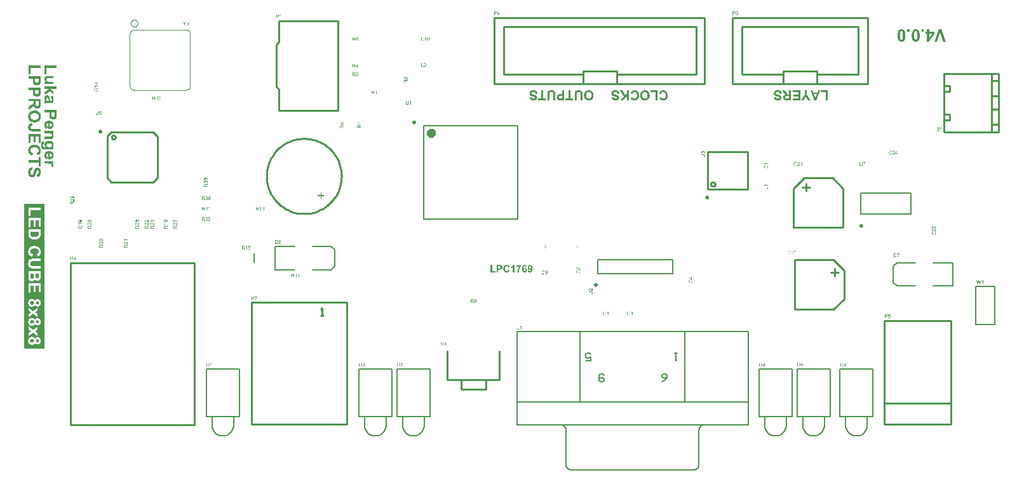
<source format=gto>
%FSLAX43Y43*%
%MOMM*%
%SFA1B1*%

%IPPOS*%
%ADD27C,0.253999*%
%ADD77C,0.250000*%
%ADD78C,0.100000*%
%ADD79C,0.599999*%
%ADD80C,0.127000*%
%ADD81C,0.200000*%
%ADD82C,0.150000*%
%LNlp_led_cube_8x8x8-1*%
%LPD*%
G36*
X112843Y68833D02*
X112783D01*
Y69214*
X112782Y69213*
X112780Y69211*
X112774Y69207*
X112768Y69202*
X112759Y69195*
X112750Y69188*
X112739Y69180*
X112726Y69173*
X112725*
Y69172*
X112720Y69169*
X112713Y69165*
X112705Y69161*
X112696Y69156*
X112685Y69151*
X112674Y69146*
X112664Y69142*
Y69200*
X112665*
X112666Y69201*
X112669Y69202*
X112672Y69205*
X112676Y69207*
X112682Y69209*
X112693Y69216*
X112707Y69224*
X112722Y69234*
X112736Y69245*
X112751Y69256*
Y69257*
X112752Y69258*
X112757Y69262*
X112763Y69269*
X112771Y69277*
X112780Y69288*
X112789Y69299*
X112797Y69311*
X112804Y69323*
X112843*
Y68833*
G37*
G36*
X112537Y68988D02*
Y68987D01*
Y68985*
Y68982*
Y68978*
X112536Y68972*
Y68966*
X112535Y68953*
X112533Y68938*
X112531Y68922*
X112527Y68906*
X112522Y68893*
X112521Y68892*
X112519Y68888*
X112515Y68882*
X112511Y68875*
X112504Y68866*
X112496Y68857*
X112486Y68849*
X112475Y68842*
X112473Y68841*
X112469Y68839*
X112462Y68837*
X112453Y68834*
X112442Y68830*
X112429Y68828*
X112415Y68826*
X112399Y68825*
X112393*
X112389Y68826*
X112383*
X112377Y68827*
X112363Y68829*
X112347Y68834*
X112331Y68840*
X112323Y68844*
X112315Y68849*
X112308Y68855*
X112301Y68861*
Y68862*
X112300Y68863*
X112298Y68865*
X112296Y68868*
X112293Y68872*
X112291Y68877*
X112287Y68883*
X112284Y68889*
X112281Y68896*
X112278Y68904*
X112275Y68913*
X112273Y68923*
X112271Y68934*
X112269Y68946*
X112268Y68958*
Y68971*
X112326Y68979*
Y68978*
Y68977*
Y68974*
X112327Y68970*
Y68966*
X112328Y68961*
X112330Y68949*
X112332Y68935*
X112336Y68923*
X112341Y68912*
X112344Y68906*
X112347Y68902*
X112348Y68901*
X112351Y68899*
X112355Y68895*
X112360Y68892*
X112368Y68889*
X112377Y68885*
X112387Y68883*
X112399Y68882*
X112403*
X112408Y68883*
X112413*
X112420Y68885*
X112427Y68886*
X112434Y68889*
X112441Y68893*
Y68894*
X112444Y68895*
X112446Y68898*
X112450Y68901*
X112455Y68905*
X112458Y68910*
X112462Y68916*
X112465Y68923*
X112467Y68926*
Y68931*
X112469Y68938*
X112470Y68946*
X112471Y68957*
X112472Y68969*
Y68984*
Y69320*
X112537*
Y68988*
G37*
G36*
X120649Y79374D02*
X120162D01*
Y79439*
X120592*
Y79678*
X120649*
Y79374*
G37*
G36*
X47981Y98020D02*
X48006Y98018D01*
X48033*
X48063Y98013*
X48130Y98005*
X48199Y97993*
X48269Y97976*
X48336Y97951*
X48338*
X48341Y97948*
X48356Y97941*
X48380Y97928*
X48410Y97911*
X48445Y97889*
X48482Y97864*
X48522Y97832*
X48559Y97800*
X48564Y97795*
X48576Y97782*
X48594Y97762*
X48613Y97738*
X48638Y97705*
X48663Y97671*
X48685Y97631*
X48705Y97589*
Y97586*
X48708Y97581*
X48713Y97574*
X48715Y97562*
X48720Y97547*
X48727Y97529*
X48732Y97509*
X48740Y97487*
X48750Y97435*
X48762Y97376*
X48770Y97309*
X48772Y97237*
Y97232*
Y97222*
X48770Y97202*
Y97177*
X48765Y97148*
X48760Y97113*
X48752Y97073*
X48745Y97031*
X48732Y96984*
X48717Y96939*
X48698Y96890*
X48678Y96843*
X48651Y96796*
X48621Y96748*
X48586Y96704*
X48546Y96662*
X48544Y96659*
X48536Y96652*
X48524Y96642*
X48504Y96627*
X48482Y96612*
X48455Y96592*
X48422Y96575*
X48385Y96553*
X48343Y96533*
X48296Y96513*
X48246Y96496*
X48192Y96481*
X48132Y96466*
X48068Y96456*
X47999Y96448*
X47927Y96446*
X47909*
X47889Y96448*
X47862*
X47827Y96453*
X47790Y96458*
X47746Y96463*
X47701Y96473*
X47651Y96483*
X47602Y96498*
X47550Y96515*
X47498Y96538*
X47448Y96562*
X47399Y96590*
X47352Y96624*
X47307Y96662*
X47304Y96664*
X47297Y96672*
X47287Y96684*
X47272Y96701*
X47255Y96721*
X47237Y96748*
X47218Y96778*
X47198Y96813*
X47175Y96853*
X47156Y96895*
X47138Y96942*
X47121Y96994*
X47106Y97048*
X47096Y97105*
X47089Y97167*
X47086Y97234*
Y97239*
Y97249*
X47089Y97269*
Y97294*
X47094Y97324*
X47099Y97361*
X47104Y97400*
X47114Y97443*
X47126Y97487*
X47141Y97534*
X47158Y97581*
X47180Y97628*
X47205Y97678*
X47235Y97723*
X47267Y97767*
X47307Y97809*
X47309Y97812*
X47317Y97819*
X47329Y97829*
X47347Y97842*
X47369Y97859*
X47396Y97876*
X47428Y97896*
X47466Y97916*
X47508Y97936*
X47552Y97956*
X47602Y97973*
X47656Y97990*
X47716Y98003*
X47778Y98013*
X47845Y98020*
X47917Y98023*
X47959*
X47981Y98020*
G37*
G36*
X47651Y96002D02*
X47639D01*
X47629Y96000*
X47604*
X47575Y95995*
X47540Y95990*
X47508Y95982*
X47478Y95975*
X47453Y95963*
X47451Y95960*
X47441Y95953*
X47426Y95940*
X47411Y95923*
X47394Y95901*
X47381Y95873*
X47371Y95841*
X47366Y95804*
Y95801*
Y95799*
Y95787*
X47369Y95767*
X47374Y95744*
X47381Y95717*
X47394Y95692*
X47409Y95670*
X47428Y95650*
X47431Y95648*
X47441Y95643*
X47458Y95635*
X47485Y95625*
X47500Y95623*
X47520Y95618*
X47540Y95613*
X47565Y95611*
X47592Y95608*
X47622Y95606*
X47654Y95603*
X48745*
Y95273*
X47661*
X47642Y95276*
X47597Y95278*
X47545Y95283*
X47493Y95288*
X47443Y95298*
X47399Y95311*
X47396*
X47394Y95313*
X47386Y95316*
X47376Y95320*
X47349Y95333*
X47317Y95350*
X47282Y95373*
X47242Y95405*
X47205Y95439*
X47171Y95484*
Y95487*
X47168Y95489*
X47163Y95496*
X47158Y95506*
X47151Y95519*
X47143Y95534*
X47136Y95551*
X47128Y95571*
X47114Y95618*
X47099Y95675*
X47089Y95739*
X47086Y95814*
Y95816*
Y95824*
Y95836*
X47089Y95853*
X47091Y95873*
X47094Y95896*
X47099Y95923*
X47104Y95950*
X47118Y96010*
X47143Y96072*
X47158Y96101*
X47175Y96131*
X47198Y96161*
X47220Y96186*
X47223Y96188*
X47228Y96191*
X47235Y96198*
X47245Y96205*
X47260Y96215*
X47277Y96225*
X47297Y96238*
X47319Y96250*
X47347Y96263*
X47376Y96275*
X47409Y96285*
X47443Y96295*
X47483Y96302*
X47525Y96310*
X47570Y96312*
X47617Y96315*
X47651Y96002*
G37*
G36*
X48745Y93719D02*
X48470D01*
Y94594*
X48108*
Y93781*
X47832*
Y94594*
X47391*
Y93687*
X47116*
Y94924*
X48745*
Y93719*
G37*
G36*
X120649Y79896D02*
X120268D01*
X120269Y79895*
X120271Y79892*
X120275Y79887*
X120280Y79881*
X120287Y79872*
X120294Y79863*
X120302Y79852*
X120309Y79839*
Y79838*
X120310*
X120313Y79833*
X120317Y79826*
X120321Y79818*
X120326Y79809*
X120331Y79798*
X120336Y79787*
X120340Y79777*
X120282*
X120281Y79779*
X120280Y79782*
X120277Y79785*
X120275Y79789*
X120273Y79795*
X120266Y79806*
X120258Y79820*
X120248Y79835*
X120237Y79849*
X120226Y79864*
X120225*
X120224Y79865*
X120220Y79869*
X120213Y79876*
X120205Y79884*
X120194Y79893*
X120183Y79902*
X120171Y79910*
X120159Y79917*
Y79956*
X120649*
Y79896*
G37*
G36*
X99964Y104374D02*
X99973Y104372D01*
X99984Y104370*
X99997Y104367*
X100010Y104363*
X100022Y104357*
X100023*
X100024Y104356*
X100028Y104354*
X100034Y104350*
X100042Y104345*
X100050Y104338*
X100059Y104330*
X100067Y104320*
X100074Y104310*
X100075Y104309*
X100077Y104305*
X100080Y104299*
X100083Y104291*
X100086Y104282*
X100089Y104271*
X100091Y104260*
X100092Y104248*
Y104246*
Y104242*
X100091Y104237*
X100090Y104229*
X100087Y104220*
X100085Y104211*
X100081Y104200*
X100075Y104191*
X100074Y104189*
X100072Y104186*
X100067Y104182*
X100062Y104176*
X100055Y104169*
X100047Y104162*
X100036Y104155*
X100024Y104149*
X100025*
X100027Y104148*
X100029*
X100032Y104147*
X100039Y104145*
X100049Y104140*
X100059Y104135*
X100070Y104128*
X100082Y104119*
X100091Y104107*
X100092Y104106*
X100095Y104102*
X100099Y104095*
X100104Y104086*
X100108Y104075*
X100112Y104062*
X100115Y104046*
X100116Y104029*
Y104028*
Y104026*
Y104023*
X100115Y104019*
X100114Y104013*
X100113Y104007*
X100112Y103999*
X100110Y103992*
X100105Y103975*
X100101Y103965*
X100096Y103956*
X100090Y103947*
X100085Y103938*
X100077Y103929*
X100069Y103921*
X100068Y103920*
X100067Y103918*
X100064Y103917*
X100061Y103914*
X100056Y103910*
X100050Y103907*
X100044Y103903*
X100037Y103899*
X100029Y103895*
X100020Y103891*
X100010Y103887*
X100000Y103884*
X99989Y103881*
X99977Y103879*
X99964Y103878*
X99952Y103877*
X99946*
X99941Y103878*
X99935*
X99930Y103879*
X99922Y103880*
X99915Y103881*
X99898Y103886*
X99880Y103893*
X99871Y103897*
X99863Y103902*
X99854Y103908*
X99846Y103915*
X99845*
X99844Y103916*
X99842Y103918*
X99839Y103921*
X99836Y103926*
X99832Y103930*
X99828Y103935*
X99824Y103941*
X99815Y103956*
X99808Y103973*
X99801Y103993*
X99799Y104003*
X99797Y104014*
X99858Y104022*
Y104021*
Y104020*
Y104017*
X99860Y104014*
X99862Y104005*
X99866Y103994*
X99870Y103982*
X99876Y103970*
X99884Y103958*
X99892Y103949*
X99893Y103948*
X99896Y103945*
X99901Y103942*
X99909Y103938*
X99917Y103934*
X99927Y103930*
X99939Y103927*
X99952*
X99956*
X99959*
X99967Y103928*
X99976Y103930*
X99988Y103934*
X100000Y103938*
X100012Y103946*
X100023Y103955*
X100024Y103957*
X100027Y103961*
X100032Y103967*
X100038Y103975*
X100043Y103986*
X100047Y103998*
X100050Y104013*
X100052Y104028*
Y104029*
Y104030*
Y104032*
X100051Y104035*
X100050Y104042*
X100048Y104052*
X100045Y104062*
X100040Y104074*
X100033Y104085*
X100024Y104096*
X100023Y104097*
X100020Y104100*
X100014Y104104*
X100006Y104109*
X99996Y104114*
X99984Y104118*
X99972Y104121*
X99957Y104122*
X99950*
X99945*
X99939Y104121*
X99932Y104120*
X99924Y104119*
X99915Y104116*
X99921Y104169*
X99925*
X99928Y104168*
X99938*
X99944Y104169*
X99954Y104171*
X99964Y104173*
X99975Y104176*
X99987Y104181*
X99999Y104188*
X100001*
X100004Y104191*
X100009Y104197*
X100015Y104203*
X100021Y104211*
X100025Y104222*
X100029Y104234*
X100030Y104249*
Y104250*
Y104251*
Y104254*
X100029Y104260*
X100027Y104268*
X100025Y104277*
X100021Y104286*
X100016Y104295*
X100008Y104303*
X100007Y104304*
X100004Y104307*
X99999Y104311*
X99993Y104314*
X99984Y104319*
X99975Y104322*
X99964Y104325*
X99951Y104326*
X99945*
X99938Y104324*
X99931Y104323*
X99921Y104320*
X99912Y104316*
X99902Y104311*
X99892Y104303*
X99889Y104300*
X99885Y104294*
X99881Y104287*
X99875Y104278*
X99871Y104267*
X99866Y104254*
X99864Y104238*
X99803Y104248*
Y104249*
X99804Y104251*
X99805Y104254*
X99806Y104258*
X99807Y104263*
X99809Y104269*
X99814Y104283*
X99820Y104297*
X99829Y104313*
X99839Y104328*
X99852Y104341*
X99853Y104342*
X99854Y104343*
X99856Y104344*
X99860Y104346*
X99864Y104349*
X99868Y104352*
X99879Y104358*
X99893Y104364*
X99910Y104369*
X99929Y104373*
X99939Y104375*
X99956*
X99964Y104374*
G37*
G36*
X145668Y87502D02*
X145181D01*
Y87567*
X145611*
Y87806*
X145668*
Y87502*
G37*
G36*
X145552Y88110D02*
X145668D01*
Y88050*
X145552*
Y87839*
X145497*
X145181Y88061*
Y88110*
X145497*
Y88176*
X145552*
Y88110*
G37*
G36*
X115572Y79685D02*
X115811D01*
Y79628*
X115507*
Y80115*
X115572*
Y79685*
G37*
G36*
X116037Y80117D02*
X116042Y80116D01*
X116049Y80115*
X116057*
X116065Y80112*
X116083Y80108*
X116101Y80101*
X116111Y80097*
X116120Y80092*
X116128Y80085*
X116136Y80078*
X116137Y80077*
X116140Y80074*
X116143Y80072*
X116146Y80067*
X116149Y80063*
X116157Y80051*
X116164Y80037*
X116171Y80021*
X116176Y80003*
X116177Y79992*
Y79982*
Y79980*
Y79977*
Y79971*
X116176Y79963*
X116175Y79954*
X116172Y79945*
X116169Y79934*
X116165Y79924*
X116164Y79922*
X116163Y79919*
X116160Y79914*
X116155Y79906*
X116150Y79897*
X116143Y79887*
X116134Y79876*
X116125Y79865*
X116123Y79863*
X116120Y79859*
X116113Y79852*
X116108Y79848*
X116103Y79842*
X116097Y79836*
X116090Y79830*
X116083Y79823*
X116074Y79815*
X116065Y79807*
X116055Y79798*
X116045Y79789*
X116033Y79779*
X116032Y79778*
X116031Y79776*
X116028Y79774*
X116024Y79771*
X116015Y79764*
X116004Y79754*
X115993Y79744*
X115981Y79733*
X115971Y79724*
X115968Y79721*
X115964Y79717*
X115963Y79716*
X115962Y79714*
X115959Y79711*
X115955Y79707*
X115947Y79697*
X115939Y79685*
X116178*
Y79628*
X115856*
Y79629*
Y79632*
Y79636*
Y79641*
X115857Y79647*
X115858Y79654*
X115860Y79661*
X115862Y79669*
Y79670*
X115863*
X115864Y79675*
X115867Y79681*
X115872Y79690*
X115877Y79699*
X115885Y79710*
X115892Y79721*
X115902Y79733*
Y79734*
X115903Y79735*
X115907Y79739*
X115913Y79746*
X115922Y79755*
X115933Y79765*
X115946Y79778*
X115962Y79792*
X115980Y79807*
X115981Y79808*
X115984Y79810*
X115988Y79813*
X115993Y79819*
X115999Y79824*
X116007Y79830*
X116023Y79845*
X116041Y79862*
X116059Y79879*
X116068Y79887*
X116075Y79895*
X116082Y79903*
X116088Y79911*
X116089Y79912*
X116091Y79914*
X116092Y79917*
X116097Y79925*
X116102Y79934*
X116107Y79945*
X116111Y79957*
X116114Y79971*
X116116Y79983*
Y79984*
Y79985*
X116115Y79989*
X116114Y79996*
X116113Y80004*
X116109Y80014*
X116105Y80023*
X116099Y80034*
X116090Y80043*
X116088Y80044*
X116086Y80047*
X116080Y80051*
X116072Y80056*
X116063Y80060*
X116051Y80064*
X116038Y80067*
X116023Y80068*
X116019*
X116016Y80067*
X116008Y80066*
X115999Y80065*
X115988Y80061*
X115976Y80057*
X115965Y80050*
X115954Y80041*
X115953Y80040*
X115951Y80037*
X115946Y80031*
X115942Y80023*
X115936Y80012*
X115933Y80000*
X115930Y79986*
X115928Y79970*
X115867Y79977*
Y79980*
Y79983*
X115868Y79988*
X115870Y79994*
Y80000*
X115875Y80015*
X115881Y80032*
X115889Y80049*
X115900Y80066*
X115906Y80074*
X115913Y80081*
X115914Y80082*
X115916Y80083*
X115918Y80085*
X115921Y80087*
X115925Y80089*
X115931Y80093*
X115936Y80096*
X115943Y80100*
X115951Y80103*
X115959Y80106*
X115968Y80109*
X115978Y80112*
X116000Y80116*
X116012Y80117*
X116025Y80118*
X116031*
X116037Y80117*
G37*
G36*
X99505Y103942D02*
X99744D01*
Y103885*
X99440*
Y104372*
X99505*
Y103942*
G37*
G36*
X155520Y64367D02*
X155533Y64366D01*
X155548Y64364*
X155562Y64362*
X155574Y64360*
X155576Y64359*
X155577*
X155580Y64358*
X155588Y64355*
X155598Y64352*
X155609Y64347*
X155621Y64341*
X155633Y64334*
X155645Y64325*
X155646*
Y64324*
X155652Y64319*
X155658Y64312*
X155666Y64302*
X155676Y64290*
X155686Y64276*
X155695Y64260*
X155703Y64241*
Y64240*
Y64239*
X155704Y64236*
X155706Y64232*
X155707Y64228*
X155709Y64222*
X155711Y64215*
X155712Y64208*
X155714Y64200*
X155716Y64191*
X155719Y64171*
X155721Y64150*
X155722Y64126*
Y64124*
Y64121*
Y64117*
X155721Y64112*
Y64106*
Y64093*
X155719Y64078*
X155716Y64061*
X155713Y64044*
X155709Y64028*
Y64027*
X155708Y64025*
X155707Y64023*
X155706Y64020*
X155703Y64013*
X155700Y64002*
X155695Y63991*
X155689Y63979*
X155683Y63968*
X155675Y63956*
Y63955*
X155672Y63952*
X155668Y63947*
X155662Y63940*
X155656Y63933*
X155648Y63926*
X155640Y63919*
X155631Y63912*
X155630Y63911*
X155626Y63910*
X155621Y63907*
X155614Y63903*
X155606Y63899*
X155597Y63896*
X155586Y63892*
X155573Y63888*
X155571*
X155567Y63887*
X155560Y63886*
X155551Y63884*
X155540Y63883*
X155526Y63881*
X155511*
X155495Y63880*
X155320*
Y64367*
X155507*
X155520*
G37*
G36*
X48745Y102106D02*
Y102103D01*
Y102093*
Y102078*
Y102056*
Y102034*
Y102006*
X48742Y101977*
Y101944*
X48740Y101878*
X48735Y101813*
X48732Y101783*
X48727Y101756*
X48725Y101734*
X48720Y101714*
Y101711*
X48717Y101706*
X48715Y101702*
X48713Y101692*
X48703Y101664*
X48685Y101632*
X48665Y101595*
X48636Y101558*
X48601Y101518*
X48559Y101481*
X48556*
X48554Y101476*
X48546Y101471*
X48536Y101466*
X48524Y101459*
X48509Y101451*
X48475Y101431*
X48427Y101414*
X48373Y101399*
X48311Y101389*
X48241Y101384*
X48217*
X48189Y101387*
X48155Y101392*
X48115Y101397*
X48073Y101407*
X48031Y101421*
X47991Y101439*
X47986Y101441*
X47974Y101449*
X47956Y101461*
X47934Y101476*
X47907Y101496*
X47880Y101521*
X47855Y101548*
X47830Y101578*
X47827Y101580*
X47820Y101592*
X47810Y101610*
X47800Y101630*
X47785Y101657*
X47773Y101684*
X47763Y101716*
X47753Y101749*
Y101751*
Y101754*
X47751Y101761*
Y101771*
X47748Y101783*
X47746Y101798*
X47743Y101816*
Y101835*
X47741Y101858*
X47738Y101882*
X47736Y101910*
X47733Y101942*
Y101974*
X47731Y102009*
Y102049*
Y102088*
Y102301*
X47116*
Y102631*
X48745*
Y102106*
G37*
G36*
X149805Y64367D02*
X149818Y64366D01*
X149833Y64364*
X149847Y64362*
X149859Y64360*
X149861Y64359*
X149862*
X149865Y64358*
X149873Y64355*
X149883Y64352*
X149894Y64347*
X149906Y64341*
X149918Y64334*
X149930Y64325*
X149931*
Y64324*
X149937Y64319*
X149943Y64312*
X149951Y64302*
X149961Y64290*
X149971Y64276*
X149980Y64260*
X149988Y64241*
Y64240*
Y64239*
X149989Y64236*
X149991Y64232*
X149992Y64228*
X149994Y64222*
X149996Y64215*
X149997Y64208*
X149999Y64200*
X150001Y64191*
X150004Y64171*
X150006Y64150*
X150007Y64126*
Y64124*
Y64121*
Y64117*
X150006Y64112*
Y64106*
Y64093*
X150004Y64078*
X150001Y64061*
X149998Y64044*
X149994Y64028*
Y64027*
X149993Y64025*
X149992Y64023*
X149991Y64020*
X149988Y64013*
X149985Y64002*
X149980Y63991*
X149974Y63979*
X149968Y63968*
X149960Y63956*
Y63955*
X149957Y63952*
X149953Y63947*
X149947Y63940*
X149941Y63933*
X149933Y63926*
X149925Y63919*
X149916Y63912*
X149915Y63911*
X149911Y63910*
X149906Y63907*
X149899Y63903*
X149891Y63899*
X149882Y63896*
X149871Y63892*
X149858Y63888*
X149856*
X149852Y63887*
X149845Y63886*
X149836Y63884*
X149825Y63883*
X149811Y63881*
X149796*
X149780Y63880*
X149605*
Y64367*
X149792*
X149805*
G37*
G36*
X150371Y64303D02*
X150177D01*
X150150Y64171*
X150151Y64172*
X150152Y64173*
X150155Y64174*
X150158Y64177*
X150162Y64179*
X150166Y64181*
X150178Y64187*
X150192Y64193*
X150207Y64197*
X150224Y64201*
X150242Y64203*
X150248*
X150252Y64202*
X150258Y64201*
X150264Y64200*
X150272Y64199*
X150279Y64197*
X150296Y64192*
X150305Y64189*
X150314Y64184*
X150324Y64179*
X150333Y64173*
X150341Y64166*
X150350Y64158*
Y64157*
X150352Y64156*
X150354Y64154*
X150356Y64150*
X150360Y64146*
X150364Y64140*
X150367Y64134*
X150372Y64128*
X150376Y64120*
X150380Y64111*
X150384Y64102*
X150387Y64092*
X150390Y64081*
X150392Y64070*
X150393Y64057*
X150394Y64045*
Y64044*
Y64042*
Y64038*
X150393Y64034*
Y64028*
X150392Y64021*
X150391Y64014*
X150390Y64005*
X150385Y63988*
X150378Y63969*
X150373Y63959*
X150368Y63949*
X150362Y63939*
X150356Y63930*
X150355*
X150353Y63928*
X150350Y63925*
X150347Y63922*
X150342Y63917*
X150336Y63912*
X150330Y63907*
X150321Y63902*
X150313Y63896*
X150304Y63890*
X150293Y63885*
X150281Y63881*
X150269Y63877*
X150256Y63874*
X150242Y63873*
X150227Y63872*
X150221*
X150216Y63873*
X150211*
X150204Y63874*
X150197Y63875*
X150189Y63876*
X150172Y63881*
X150154Y63887*
X150145Y63892*
X150136Y63897*
X150127Y63902*
X150119Y63909*
X150118Y63910*
X150117*
X150115Y63913*
X150112Y63916*
X150109Y63919*
X150106Y63924*
X150102Y63929*
X150097Y63935*
X150089Y63949*
X150081Y63966*
X150075Y63985*
X150073Y63996*
X150072Y64008*
X150135Y64012*
Y64011*
Y64010*
Y64008*
X150136Y64005*
X150138Y63996*
X150141Y63986*
X150145Y63975*
X150151Y63964*
X150158Y63953*
X150166Y63943*
X150168Y63942*
X150171Y63939*
X150176Y63936*
X150184Y63932*
X150192Y63928*
X150203Y63924*
X150215Y63922*
X150227Y63921*
X150232*
X150235Y63922*
X150243*
X150253Y63924*
X150264Y63929*
X150277Y63934*
X150289Y63942*
X150295Y63947*
X150301Y63953*
X150302Y63954*
X150305Y63959*
X150310Y63966*
X150316Y63976*
X150321Y63988*
X150326Y64003*
X150329Y64020*
X150330Y64039*
Y64040*
Y64042*
Y64045*
Y64048*
Y64052*
X150329Y64057*
X150327Y64069*
X150324Y64082*
X150319Y64095*
X150311Y64108*
X150301Y64120*
X150300Y64122*
X150296Y64125*
X150290Y64130*
X150281Y64135*
X150271Y64140*
X150258Y64146*
X150243Y64148*
X150227Y64150*
X150221*
X150216Y64149*
X150209Y64148*
X150201Y64146*
X150192Y64144*
X150183Y64140*
X150174Y64136*
X150173Y64135*
X150170Y64134*
X150166Y64131*
X150161Y64127*
X150155Y64122*
X150149Y64116*
X150143Y64109*
X150138Y64102*
X150082Y64110*
X150129Y64360*
X150371*
Y64303*
G37*
G36*
X91818Y64369D02*
X91828Y64367D01*
X91839Y64365*
X91852Y64362*
X91864Y64358*
X91877Y64352*
X91878*
Y64351*
X91883Y64349*
X91889Y64345*
X91896Y64340*
X91904Y64333*
X91913Y64325*
X91921Y64315*
X91929Y64305*
X91930Y64303*
X91932Y64300*
X91935Y64294*
X91938Y64286*
X91941Y64277*
X91944Y64266*
X91946Y64255*
X91947Y64243*
Y64241*
Y64237*
X91946Y64232*
X91944Y64224*
X91942Y64215*
X91939Y64206*
X91936Y64195*
X91930Y64186*
X91929Y64184*
X91927Y64181*
X91922Y64177*
X91917Y64171*
X91910Y64164*
X91901Y64157*
X91891Y64150*
X91879Y64144*
X91880*
X91881Y64143*
X91884*
X91887Y64142*
X91894Y64140*
X91904Y64135*
X91914Y64130*
X91925Y64123*
X91936Y64114*
X91946Y64103*
X91947Y64101*
X91950Y64097*
X91953Y64090*
X91959Y64081*
X91963Y64070*
X91967Y64057*
X91970Y64041*
Y64024*
Y64023*
Y64021*
Y64018*
Y64014*
X91969Y64008*
X91968Y64002*
X91967Y63994*
X91965Y63987*
X91959Y63970*
X91956Y63960*
X91950Y63951*
X91945Y63942*
X91939Y63933*
X91932Y63924*
X91924Y63916*
X91923Y63915*
X91921Y63913*
X91919Y63912*
X91916Y63909*
X91911Y63905*
X91905Y63902*
X91898Y63898*
X91892Y63894*
X91884Y63890*
X91875Y63886*
X91865Y63882*
X91855Y63879*
X91844Y63876*
X91832Y63874*
X91819Y63873*
X91807Y63872*
X91801*
X91796Y63873*
X91790*
X91784Y63874*
X91777Y63875*
X91769Y63876*
X91752Y63881*
X91735Y63888*
X91726Y63892*
X91718Y63897*
X91709Y63903*
X91700Y63910*
X91699Y63911*
X91697Y63913*
X91694Y63916*
X91691Y63921*
X91687Y63925*
X91683Y63930*
X91679Y63936*
X91670Y63951*
X91663Y63968*
X91656Y63988*
X91654Y63998*
X91652Y64009*
X91712Y64017*
Y64016*
X91713Y64015*
Y64012*
X91715Y64009*
X91717Y64000*
X91720Y63989*
X91725Y63977*
X91731Y63965*
X91738Y63953*
X91746Y63944*
X91748Y63943*
X91751Y63940*
X91756Y63937*
X91764Y63933*
X91772Y63929*
X91782Y63925*
X91794Y63922*
X91807*
X91811*
X91814*
X91821Y63923*
X91831Y63925*
X91843Y63929*
X91855Y63933*
X91867Y63941*
X91878Y63950*
X91879Y63952*
X91882Y63956*
X91887Y63962*
X91893Y63970*
X91898Y63981*
X91902Y63993*
X91905Y64008*
X91907Y64023*
Y64024*
Y64025*
Y64027*
X91906Y64030*
X91905Y64037*
X91903Y64047*
X91900Y64057*
X91895Y64069*
X91888Y64080*
X91879Y64091*
X91878Y64092*
X91875Y64095*
X91869Y64099*
X91861Y64104*
X91851Y64109*
X91839Y64113*
X91827Y64116*
X91812Y64117*
X91805*
X91800*
X91794Y64116*
X91786Y64115*
X91778Y64114*
X91769Y64111*
X91776Y64164*
X91780*
X91783Y64163*
X91792*
X91799Y64164*
X91809Y64166*
X91819Y64168*
X91830Y64171*
X91842Y64176*
X91854Y64183*
X91855*
X91859Y64186*
X91864Y64192*
X91870Y64198*
X91876Y64206*
X91880Y64217*
X91884Y64229*
X91885Y64244*
Y64245*
Y64246*
Y64249*
X91884Y64255*
X91882Y64263*
X91880Y64272*
X91876Y64281*
X91870Y64290*
X91863Y64298*
X91862Y64299*
X91859Y64302*
X91854Y64306*
X91847Y64309*
X91839Y64314*
X91830Y64317*
X91818Y64320*
X91806Y64321*
X91800*
X91793Y64319*
X91786Y64318*
X91776Y64315*
X91766Y64311*
X91757Y64306*
X91747Y64298*
X91746*
X91743Y64295*
X91740Y64289*
X91735Y64282*
X91730Y64273*
X91726Y64262*
X91721Y64249*
X91718Y64233*
X91658Y64243*
Y64244*
X91659Y64246*
X91660Y64249*
Y64253*
X91662Y64258*
X91663Y64264*
X91669Y64278*
X91675Y64292*
X91683Y64308*
X91694Y64323*
X91707Y64336*
X91708Y64337*
X91709Y64338*
X91711Y64339*
X91715Y64341*
X91718Y64344*
X91723Y64347*
X91734Y64353*
X91748Y64359*
X91765Y64364*
X91784Y64368*
X91794Y64370*
X91811*
X91818Y64369*
G37*
G36*
X144725Y64367D02*
X144738Y64366D01*
X144753Y64364*
X144767Y64362*
X144779Y64360*
X144781Y64359*
X144782*
X144785Y64358*
X144793Y64355*
X144803Y64352*
X144814Y64347*
X144826Y64341*
X144838Y64334*
X144850Y64325*
X144851*
Y64324*
X144857Y64319*
X144863Y64312*
X144871Y64302*
X144881Y64290*
X144891Y64276*
X144900Y64260*
X144908Y64241*
Y64240*
Y64239*
X144909Y64236*
X144911Y64232*
X144912Y64228*
X144914Y64222*
X144916Y64215*
X144917Y64208*
X144919Y64200*
X144921Y64191*
X144924Y64171*
X144926Y64150*
X144927Y64126*
Y64124*
Y64121*
Y64117*
X144926Y64112*
Y64106*
Y64093*
X144924Y64078*
X144921Y64061*
X144918Y64044*
X144914Y64028*
Y64027*
X144913Y64025*
X144912Y64023*
X144911Y64020*
X144908Y64013*
X144905Y64002*
X144900Y63991*
X144894Y63979*
X144888Y63968*
X144880Y63956*
Y63955*
X144877Y63952*
X144873Y63947*
X144867Y63940*
X144861Y63933*
X144853Y63926*
X144845Y63919*
X144836Y63912*
X144835Y63911*
X144831Y63910*
X144826Y63907*
X144819Y63903*
X144811Y63899*
X144802Y63896*
X144791Y63892*
X144778Y63888*
X144776*
X144772Y63887*
X144765Y63886*
X144756Y63884*
X144745Y63883*
X144731Y63881*
X144716*
X144700Y63880*
X144525*
Y64367*
X144712*
X144725*
G37*
G36*
X145243Y64051D02*
X145309D01*
Y63996*
X145243*
Y63880*
X145183*
Y63996*
X144971*
Y64051*
X145194Y64367*
X145243*
Y64051*
G37*
G36*
X48745Y100588D02*
Y100586D01*
Y100576*
Y100561*
Y100539*
Y100517*
Y100489*
X48742Y100460*
Y100427*
X48740Y100360*
X48735Y100296*
X48732Y100266*
X48727Y100239*
X48725Y100217*
X48720Y100197*
Y100194*
X48717Y100189*
X48715Y100184*
X48713Y100174*
X48703Y100147*
X48685Y100115*
X48665Y100078*
X48636Y100041*
X48601Y100001*
X48559Y99964*
X48556*
X48554Y99959*
X48546Y99954*
X48536Y99949*
X48524Y99941*
X48509Y99934*
X48475Y99914*
X48427Y99897*
X48373Y99882*
X48311Y99872*
X48241Y99867*
X48217*
X48189Y99870*
X48155Y99874*
X48115Y99879*
X48073Y99889*
X48031Y99904*
X47991Y99922*
X47986Y99924*
X47974Y99932*
X47956Y99944*
X47934Y99959*
X47907Y99979*
X47880Y100003*
X47855Y100031*
X47830Y100060*
X47827Y100063*
X47820Y100075*
X47810Y100093*
X47800Y100112*
X47785Y100140*
X47773Y100167*
X47763Y100199*
X47753Y100231*
Y100234*
Y100236*
X47751Y100244*
Y100254*
X47748Y100266*
X47746Y100281*
X47743Y100298*
Y100318*
X47741Y100341*
X47738Y100365*
X47736Y100393*
X47733Y100425*
Y100457*
X47731Y100492*
Y100531*
Y100571*
Y100784*
X47116*
Y101114*
X48745*
Y100588*
G37*
G36*
X162632Y78972D02*
X162645Y78971D01*
X162660Y78969*
X162674Y78967*
X162686Y78965*
X162688Y78964*
X162689*
X162692Y78963*
X162700Y78960*
X162710Y78957*
X162721Y78952*
X162733Y78946*
X162745Y78939*
X162757Y78930*
X162758*
Y78929*
X162764Y78924*
X162770Y78917*
X162778Y78907*
X162788Y78895*
X162798Y78881*
X162807Y78865*
X162815Y78846*
Y78845*
Y78844*
X162816Y78841*
X162818Y78837*
X162819Y78833*
X162821Y78827*
X162823Y78820*
X162824Y78813*
X162826Y78805*
X162828Y78796*
X162831Y78776*
X162833Y78755*
X162834Y78731*
Y78730*
Y78729*
Y78726*
Y78722*
X162833Y78717*
Y78711*
Y78698*
X162831Y78683*
X162828Y78666*
X162825Y78649*
X162821Y78633*
Y78632*
X162820Y78630*
X162819Y78628*
X162818Y78625*
X162815Y78618*
X162812Y78607*
X162807Y78596*
X162801Y78584*
X162795Y78573*
X162787Y78561*
Y78560*
X162784Y78557*
X162780Y78552*
X162774Y78545*
X162768Y78538*
X162760Y78531*
X162752Y78524*
X162743Y78517*
X162742Y78516*
X162738Y78515*
X162733Y78512*
X162726Y78508*
X162718Y78504*
X162709Y78501*
X162698Y78497*
X162685Y78493*
X162683*
X162679Y78492*
X162672Y78491*
X162663Y78489*
X162652Y78488*
X162638Y78486*
X162623*
X162607Y78485*
X162432*
Y78972*
X162619*
X162632*
G37*
G36*
X163217Y78920D02*
Y78919D01*
X163215Y78917*
X163213Y78914*
X163209Y78911*
X163206Y78906*
X163200Y78900*
X163194Y78892*
X163189Y78885*
X163182Y78876*
X163174Y78865*
X163166Y78855*
X163159Y78843*
X163151Y78831*
X163142Y78817*
X163134Y78802*
X163125Y78788*
X163124Y78787*
X163123Y78784*
X163120Y78779*
X163117Y78774*
X163114Y78766*
X163109Y78757*
X163104Y78747*
X163099Y78736*
X163094Y78724*
X163088Y78710*
X163082Y78696*
X163076Y78682*
X163065Y78651*
X163054Y78618*
Y78616*
X163053Y78613*
X163051Y78608*
X163050Y78602*
X163048Y78596*
X163047Y78587*
X163045Y78579*
X163043Y78570*
X163041Y78559*
X163037Y78537*
X163034Y78512*
X163032Y78485*
X162970*
Y78486*
Y78488*
Y78491*
X162971Y78495*
Y78501*
X162972Y78507*
X162973Y78515*
Y78524*
X162975Y78533*
X162976Y78544*
X162978Y78555*
X162980Y78567*
X162982Y78581*
X162985Y78594*
X162993Y78624*
Y78627*
X162995Y78632*
X162996Y78638*
X162999Y78645*
X163002Y78653*
X163005Y78663*
X163008Y78674*
X163013Y78685*
X163017Y78698*
X163028Y78725*
X163040Y78753*
X163054Y78781*
X163055Y78782*
X163056Y78785*
X163059Y78788*
X163062Y78794*
X163065Y78800*
X163070Y78808*
X163075Y78816*
X163080Y78825*
X163094Y78845*
X163108Y78867*
X163124Y78888*
X163141Y78909*
X162902*
Y78966*
X163217*
Y78920*
G37*
G36*
X155955Y64369D02*
X155961D01*
X155967Y64367*
X155982Y64365*
X155998Y64361*
X156015Y64354*
X156024Y64349*
X156032Y64345*
X156040Y64339*
X156048Y64332*
X156049Y64331*
X156051Y64329*
X156054Y64326*
X156056Y64322*
X156060Y64318*
X156068Y64307*
X156074Y64294*
X156081Y64278*
X156085Y64261*
X156086Y64252*
X156087Y64242*
Y64240*
Y64236*
X156086Y64230*
X156085Y64222*
X156082Y64212*
X156079Y64203*
X156075Y64192*
X156069Y64183*
X156068Y64182*
X156066Y64179*
X156062Y64174*
X156056Y64169*
X156048Y64163*
X156039Y64157*
X156028Y64150*
X156015Y64145*
X156016*
X156017Y64144*
X156019Y64143*
X156022Y64142*
X156031Y64138*
X156040Y64134*
X156051Y64127*
X156062Y64119*
X156074Y64108*
X156083Y64097*
X156084Y64096*
X156087Y64091*
X156091Y64085*
X156095Y64075*
X156100Y64064*
X156103Y64051*
X156106Y64036*
X156107Y64019*
Y64016*
Y64014*
X156106Y64009*
X156105Y64004*
Y63997*
X156102Y63982*
X156096Y63966*
X156093Y63957*
X156088Y63948*
X156083Y63939*
X156077Y63930*
X156071Y63922*
X156062Y63914*
Y63913*
X156060*
X156058Y63910*
X156054Y63907*
X156050Y63904*
X156045Y63901*
X156039Y63897*
X156031Y63893*
X156023Y63889*
X156014Y63885*
X156005Y63881*
X155994Y63879*
X155984Y63876*
X155972Y63873*
X155959*
X155946Y63872*
X155939*
X155934Y63873*
X155928*
X155921Y63874*
X155913Y63876*
X155904Y63877*
X155886Y63882*
X155876Y63886*
X155867Y63890*
X155857Y63895*
X155847Y63900*
X155838Y63907*
X155830Y63914*
X155829Y63915*
X155827Y63916*
X155826Y63919*
X155823Y63922*
X155819Y63926*
X155815Y63931*
X155812Y63937*
X155808Y63944*
X155804Y63951*
X155800Y63959*
X155792Y63977*
X155789Y63988*
X155788Y63998*
X155787Y64009*
X155786Y64021*
Y64022*
Y64023*
Y64025*
X155787Y64029*
Y64033*
Y64038*
X155789Y64048*
X155792Y64061*
X155796Y64074*
X155801Y64088*
X155810Y64100*
Y64101*
X155811Y64102*
X155814Y64105*
X155820Y64111*
X155827Y64118*
X155837Y64126*
X155849Y64133*
X155863Y64140*
X155878Y64145*
X155877Y64146*
X155873Y64147*
X155866Y64151*
X155858Y64154*
X155848Y64160*
X155839Y64167*
X155830Y64174*
X155823Y64183*
X155822Y64185*
X155820Y64188*
X155817Y64193*
X155814Y64200*
X155811Y64209*
X155808Y64220*
X155806Y64231*
X155805Y64243*
Y64244*
Y64246*
Y64249*
X155806Y64252*
X155807Y64257*
Y64262*
X155810Y64275*
X155814Y64289*
X155821Y64303*
X155825Y64312*
X155830Y64319*
X155836Y64326*
X155843Y64333*
X155844Y64334*
Y64335*
X155847Y64337*
X155850Y64339*
X155854Y64341*
X155858Y64345*
X155864Y64348*
X155870Y64352*
X155884Y64358*
X155902Y64364*
X155922Y64368*
X155933Y64369*
X155944Y64370*
X155950*
X155955Y64369*
G37*
G36*
X80209Y80750D02*
X80222Y80749D01*
X80237Y80747*
X80251Y80745*
X80263Y80743*
X80265Y80742*
X80266*
X80269Y80741*
X80277Y80738*
X80287Y80735*
X80298Y80730*
X80310Y80724*
X80322Y80717*
X80334Y80708*
X80335*
Y80707*
X80341Y80702*
X80347Y80695*
X80355Y80685*
X80365Y80673*
X80375Y80659*
X80384Y80643*
X80392Y80624*
Y80623*
Y80622*
X80393Y80619*
X80395Y80615*
X80396Y80611*
X80398Y80605*
X80400Y80598*
X80401Y80591*
X80403Y80583*
X80405Y80574*
X80408Y80554*
X80410Y80533*
X80411Y80509*
Y80508*
Y80507*
Y80504*
Y80500*
X80410Y80495*
Y80489*
Y80476*
X80408Y80461*
X80405Y80444*
X80402Y80427*
X80398Y80411*
Y80410*
X80397Y80408*
X80396Y80406*
X80395Y80403*
X80392Y80396*
X80389Y80385*
X80384Y80374*
X80378Y80362*
X80372Y80351*
X80364Y80339*
Y80338*
X80361Y80335*
X80357Y80330*
X80351Y80323*
X80345Y80316*
X80337Y80309*
X80329Y80302*
X80320Y80295*
X80319Y80294*
X80315Y80293*
X80310Y80290*
X80303Y80286*
X80295Y80282*
X80286Y80279*
X80275Y80275*
X80262Y80271*
X80260*
X80256Y80270*
X80249Y80269*
X80240Y80267*
X80229Y80266*
X80215Y80264*
X80200*
X80184Y80263*
X80009*
Y80750*
X80196*
X80209*
G37*
G36*
X48745Y98910D02*
Y98908D01*
Y98898*
Y98885*
Y98868*
X48742Y98846*
Y98821*
Y98794*
X48740Y98766*
X48735Y98704*
X48725Y98642*
X48715Y98583*
X48708Y98556*
X48700Y98533*
Y98531*
X48698Y98528*
X48693Y98513*
X48680Y98491*
X48663Y98464*
X48641Y98434*
X48613Y98402*
X48581Y98372*
X48541Y98342*
X48536Y98340*
X48522Y98330*
X48499Y98320*
X48467Y98305*
X48430Y98293*
X48388Y98280*
X48338Y98273*
X48286Y98271*
X48269*
X48256Y98273*
X48239*
X48222Y98275*
X48180Y98283*
X48132Y98298*
X48080Y98318*
X48031Y98342*
X48006Y98360*
X47984Y98380*
X47981*
X47979Y98385*
X47974Y98392*
X47964Y98399*
X47956Y98412*
X47944Y98424*
X47932Y98442*
X47919Y98459*
X47907Y98481*
X47894Y98504*
X47882Y98531*
X47870Y98561*
X47857Y98590*
X47847Y98625*
X47840Y98660*
X47832Y98699*
Y98697*
X47830Y98694*
X47823Y98682*
X47810Y98662*
X47793Y98637*
X47773Y98610*
X47748Y98580*
X47723Y98551*
X47696Y98523*
X47694Y98521*
X47681Y98511*
X47664Y98496*
X47637Y98474*
X47599Y98447*
X47555Y98417*
X47528Y98397*
X47498Y98380*
X47468Y98360*
X47433Y98337*
X47116Y98139*
Y98533*
X47468Y98766*
X47471Y98769*
X47475Y98771*
X47485Y98779*
X47498Y98786*
X47515Y98796*
X47530Y98809*
X47570Y98836*
X47612Y98863*
X47649Y98893*
X47684Y98920*
X47699Y98930*
X47708Y98940*
X47711Y98942*
X47716Y98947*
X47726Y98957*
X47736Y98970*
X47758Y99002*
X47768Y99019*
X47775Y99039*
Y99042*
X47778Y99049*
X47783Y99061*
X47785Y99079*
X47790Y99101*
X47793Y99128*
X47795Y99163*
Y99203*
Y99267*
X47116*
Y99597*
X48745*
Y98910*
G37*
G36*
X80657Y80752D02*
X80662D01*
X80668Y80751*
X80681Y80749*
X80696Y80744*
X80711Y80738*
X80727Y80731*
X80734Y80726*
X80742Y80720*
X80743*
Y80718*
X80748Y80714*
X80754Y80707*
X80761Y80697*
X80769Y80684*
X80776Y80669*
X80783Y80652*
X80786Y80632*
X80727Y80627*
Y80628*
Y80629*
X80725Y80633*
X80723Y80639*
X80721Y80646*
X80714Y80664*
X80709Y80671*
X80704Y80678*
X80703Y80679*
X80700Y80682*
X80694Y80686*
X80688Y80691*
X80679Y80695*
X80668Y80700*
X80656Y80703*
X80644Y80704*
X80639*
X80633Y80703*
X80627Y80701*
X80619Y80700*
X80610Y80697*
X80602Y80692*
X80593Y80687*
X80591*
X80588Y80684*
X80583Y80678*
X80577Y80672*
X80570Y80664*
X80562Y80653*
X80555Y80641*
X80548Y80626*
X80547Y80625*
Y80622*
X80546Y80619*
X80544Y80615*
X80543Y80610*
X80542Y80604*
X80540Y80598*
X80539Y80590*
X80537Y80582*
X80536Y80572*
X80534Y80563*
X80533Y80552*
Y80540*
X80532Y80527*
Y80514*
X80533Y80515*
X80536Y80519*
X80540Y80525*
X80547Y80532*
X80554Y80540*
X80563Y80549*
X80573Y80556*
X80585Y80563*
X80586*
X80590Y80565*
X80596Y80568*
X80605Y80571*
X80614Y80574*
X80625Y80577*
X80637Y80578*
X80650Y80579*
X80656*
X80660Y80578*
X80665Y80577*
X80671*
X80685Y80574*
X80701Y80568*
X80710Y80565*
X80718Y80560*
X80727Y80555*
X80736Y80549*
X80744Y80543*
X80752Y80534*
X80753*
X80754Y80532*
X80756Y80530*
X80759Y80526*
X80762Y80522*
X80766Y80517*
X80769Y80511*
X80774Y80504*
X80777Y80496*
X80781Y80488*
X80785Y80478*
X80788Y80468*
X80791Y80457*
X80793Y80446*
X80794Y80434*
Y80421*
Y80420*
Y80419*
Y80417*
Y80414*
Y80409*
Y80405*
X80792Y80393*
X80789Y80380*
X80786Y80365*
X80781Y80351*
X80774Y80336*
Y80335*
Y80334*
X80772Y80332*
X80771Y80329*
X80766Y80322*
X80760Y80313*
X80752Y80304*
X80743Y80294*
X80732Y80285*
X80720Y80276*
X80718Y80275*
X80714Y80273*
X80706Y80269*
X80697Y80265*
X80685Y80262*
X80672Y80258*
X80657Y80256*
X80642Y80255*
X80639*
X80634Y80256*
X80629*
X80623*
X80616Y80258*
X80608Y80259*
X80599Y80262*
X80589Y80264*
X80579Y80268*
X80569Y80273*
X80559Y80278*
X80548Y80285*
X80538Y80292*
X80528Y80300*
X80519Y80310*
X80517Y80313*
X80515Y80316*
X80512Y80320*
X80508Y80326*
X80504Y80333*
X80500Y80342*
X80496Y80353*
X80492Y80365*
X80487Y80378*
X80484Y80393*
X80480Y80409*
X80477Y80427*
X80475Y80447*
X80473Y80468*
Y80491*
Y80492*
Y80494*
Y80497*
Y80504*
Y80514*
X80474Y80526*
X80476Y80539*
X80477Y80554*
X80479Y80569*
X80481Y80586*
X80485Y80603*
X80490Y80620*
X80495Y80637*
X80501Y80654*
X80507Y80669*
X80516Y80684*
X80524Y80696*
X80525Y80697*
X80527Y80698*
X80529Y80701*
X80533Y80705*
X80538Y80709*
X80543Y80714*
X80550Y80719*
X80557Y80724*
X80565Y80730*
X80575Y80735*
X80585Y80739*
X80596Y80744*
X80608Y80747*
X80620Y80750*
X80633Y80752*
X80648Y80753*
X80653*
X80657Y80752*
G37*
G36*
X90929Y103104D02*
X90938Y103102D01*
X90949Y103100*
X90962Y103097*
X90975Y103093*
X90987Y103087*
X90988*
X90989Y103086*
X90993Y103084*
X90999Y103080*
X91007Y103075*
X91015Y103068*
X91024Y103060*
X91032Y103050*
X91039Y103040*
X91040Y103038*
X91042Y103035*
X91045Y103029*
X91048Y103021*
X91051Y103012*
X91054Y103001*
X91056Y102990*
X91057Y102978*
Y102976*
Y102972*
X91056Y102967*
X91055Y102959*
X91053Y102950*
X91050Y102941*
X91046Y102930*
X91040Y102921*
X91039Y102919*
X91037Y102916*
X91032Y102912*
X91027Y102906*
X91020Y102899*
X91012Y102892*
X91001Y102885*
X90989Y102879*
X90990*
X90992Y102878*
X90994*
X90997Y102877*
X91004Y102875*
X91014Y102870*
X91024Y102865*
X91035Y102858*
X91047Y102849*
X91056Y102838*
X91057Y102836*
X91060Y102832*
X91064Y102825*
X91069Y102816*
X91073Y102805*
X91077Y102792*
X91080Y102776*
X91081Y102759*
Y102758*
Y102756*
Y102753*
X91080Y102748*
X91079Y102743*
X91078Y102737*
X91077Y102729*
X91075Y102722*
X91070Y102705*
X91066Y102695*
X91061Y102686*
X91055Y102677*
X91050Y102668*
X91042Y102659*
X91034Y102651*
X91033Y102650*
X91032Y102648*
X91030Y102647*
X91026Y102644*
X91021Y102640*
X91015Y102637*
X91009Y102633*
X91002Y102629*
X90994Y102625*
X90985Y102621*
X90975Y102617*
X90965Y102614*
X90954Y102611*
X90942Y102609*
X90929Y102608*
X90917Y102607*
X90911*
X90906Y102608*
X90900*
X90895Y102609*
X90887Y102610*
X90880Y102611*
X90863Y102616*
X90845Y102623*
X90836Y102627*
X90828Y102632*
X90819Y102638*
X90811Y102645*
X90810*
X90809Y102646*
X90807Y102648*
X90804Y102651*
X90801Y102656*
X90797Y102660*
X90793Y102665*
X90789Y102671*
X90780Y102686*
X90773Y102703*
X90766Y102723*
X90764Y102733*
X90763Y102744*
X90823Y102752*
Y102751*
Y102750*
Y102747*
X90825Y102744*
X90827Y102735*
X90831Y102724*
X90835Y102712*
X90841Y102700*
X90849Y102688*
X90857Y102679*
X90858Y102678*
X90861Y102675*
X90866Y102672*
X90874Y102668*
X90882Y102664*
X90892Y102660*
X90904Y102657*
X90917*
X90921*
X90924*
X90932Y102658*
X90941Y102660*
X90953Y102664*
X90965Y102668*
X90977Y102676*
X90988Y102685*
X90989Y102687*
X90992Y102691*
X90997Y102697*
X91003Y102705*
X91008Y102716*
X91012Y102728*
X91015Y102743*
X91017Y102758*
Y102759*
Y102760*
Y102762*
X91016Y102765*
X91015Y102772*
X91013Y102782*
X91010Y102792*
X91005Y102804*
X90998Y102815*
X90989Y102826*
X90988Y102827*
X90985Y102830*
X90979Y102834*
X90971Y102839*
X90961Y102844*
X90949Y102848*
X90937Y102851*
X90922Y102852*
X90915*
X90910*
X90904Y102851*
X90897Y102850*
X90889Y102849*
X90880Y102846*
X90886Y102899*
X90890*
X90893Y102898*
X90903*
X90909Y102899*
X90919Y102901*
X90929Y102903*
X90941Y102906*
X90952Y102911*
X90964Y102918*
X90966*
X90969Y102921*
X90974Y102927*
X90980Y102933*
X90986Y102941*
X90990Y102952*
X90994Y102964*
X90995Y102979*
Y102980*
Y102981*
Y102984*
X90994Y102990*
X90992Y102998*
X90990Y103007*
X90986Y103016*
X90981Y103025*
X90973Y103033*
X90972Y103034*
X90969Y103037*
X90964Y103041*
X90958Y103044*
X90949Y103049*
X90940Y103052*
X90929Y103055*
X90916Y103056*
X90910*
X90903Y103054*
X90896Y103053*
X90886Y103050*
X90877Y103046*
X90867Y103041*
X90857Y103033*
X90854Y103030*
X90850Y103024*
X90846Y103017*
X90840Y103008*
X90836Y102997*
X90831Y102984*
X90829Y102968*
X90768Y102978*
Y102979*
X90769Y102981*
X90770Y102984*
X90771Y102988*
X90772Y102993*
X90774Y102999*
X90779Y103013*
X90785Y103027*
X90794Y103043*
X90804Y103058*
X90817Y103071*
X90818Y103072*
X90819Y103073*
X90821Y103074*
X90825Y103076*
X90829Y103079*
X90833Y103082*
X90844Y103088*
X90858Y103094*
X90875Y103099*
X90894Y103103*
X90904Y103105*
X90921*
X90929Y103104*
G37*
G36*
X90528Y104245D02*
X90534D01*
X90549Y104244*
X90564Y104242*
X90581Y104239*
X90596Y104236*
X90604Y104234*
X90610Y104232*
X90611*
X90612Y104231*
X90616Y104230*
X90622Y104226*
X90630Y104221*
X90639Y104215*
X90648Y104207*
X90656Y104197*
X90665Y104185*
Y104184*
X90668Y104179*
X90671Y104173*
X90675Y104164*
X90679Y104153*
X90682Y104140*
X90685Y104127*
Y104112*
Y104111*
Y104110*
Y104107*
Y104103*
Y104098*
X90684Y104093*
X90681Y104081*
X90677Y104067*
X90671Y104053*
X90662Y104038*
X90657Y104031*
X90651Y104024*
X90650Y104023*
X90648Y104021*
X90645Y104018*
X90642Y104016*
X90637Y104012*
X90632Y104009*
X90626Y104006*
X90619Y104002*
X90611Y103998*
X90603Y103995*
X90593Y103991*
X90584Y103987*
X90573Y103984*
X90561Y103982*
X90548Y103980*
X90550Y103979*
X90553Y103978*
X90557Y103975*
X90562Y103972*
X90575Y103964*
X90582Y103960*
X90587Y103955*
X90588Y103954*
X90592Y103951*
X90597Y103945*
X90604Y103937*
X90612Y103928*
X90621Y103917*
X90631Y103904*
X90640Y103890*
X90725Y103758*
X90644*
X90579Y103859*
Y103860*
X90578Y103861*
X90576Y103863*
X90575Y103866*
X90570Y103874*
X90563Y103883*
X90556Y103894*
X90547Y103906*
X90540Y103916*
X90533Y103926*
X90532*
X90530Y103929*
X90526Y103934*
X90522Y103939*
X90511Y103949*
X90506Y103955*
X90500Y103958*
X90499Y103959*
X90498Y103960*
X90495Y103961*
X90491Y103963*
X90482Y103968*
X90471Y103972*
X90470*
X90469*
X90466*
X90462Y103973*
X90457Y103974*
X90451*
X90444Y103975*
X90361*
Y103758*
X90296*
Y104245*
X90522*
X90528*
G37*
G36*
X91013Y103929D02*
X91079D01*
Y103874*
X91013*
Y103758*
X90953*
Y103874*
X90742*
Y103929*
X90964Y104245*
X91013*
Y103929*
G37*
G36*
X93068Y100689D02*
X93074D01*
X93089Y100688*
X93104Y100686*
X93121Y100683*
X93136Y100680*
X93144Y100678*
X93150Y100676*
X93151*
X93152Y100675*
X93156Y100674*
X93162Y100670*
X93170Y100665*
X93179Y100659*
X93188Y100651*
X93196Y100641*
X93205Y100629*
Y100628*
X93208Y100623*
X93211Y100617*
X93215Y100608*
X93219Y100597*
X93222Y100584*
X93225Y100571*
Y100556*
Y100555*
Y100554*
Y100551*
Y100547*
Y100542*
X93224Y100537*
X93221Y100525*
X93217Y100511*
X93211Y100497*
X93202Y100482*
X93197Y100475*
X93191Y100468*
X93190Y100467*
X93188Y100465*
X93185Y100462*
X93182Y100460*
X93177Y100456*
X93172Y100453*
X93166Y100450*
X93159Y100446*
X93151Y100442*
X93143Y100439*
X93133Y100435*
X93124Y100431*
X93113Y100428*
X93101Y100426*
X93088Y100424*
X93090Y100423*
X93093Y100422*
X93097Y100419*
X93102Y100416*
X93115Y100408*
X93122Y100404*
X93127Y100399*
X93128Y100398*
X93132Y100395*
X93137Y100389*
X93144Y100381*
X93152Y100372*
X93161Y100361*
X93171Y100348*
X93180Y100334*
X93265Y100202*
X93184*
X93119Y100303*
Y100304*
X93118Y100305*
X93116Y100307*
X93115Y100310*
X93110Y100318*
X93103Y100327*
X93096Y100338*
X93087Y100350*
X93080Y100360*
X93073Y100370*
X93072*
X93070Y100373*
X93066Y100378*
X93062Y100383*
X93051Y100393*
X93046Y100399*
X93040Y100402*
X93039Y100403*
X93038Y100404*
X93035Y100405*
X93031Y100407*
X93022Y100412*
X93011Y100416*
X93010*
X93009*
X93006*
X93002Y100417*
X92997Y100418*
X92991*
X92984Y100419*
X92901*
Y100202*
X92836*
Y100689*
X93062*
X93068*
G37*
G36*
X93527Y100202D02*
X93467D01*
Y100583*
X93466Y100582*
X93463Y100580*
X93458Y100576*
X93452Y100571*
X93443Y100564*
X93434Y100557*
X93423Y100549*
X93410Y100542*
X93409*
Y100541*
X93404Y100538*
X93397Y100534*
X93389Y100530*
X93380Y100525*
X93369Y100520*
X93358Y100515*
X93348Y100511*
Y100569*
X93349*
X93350Y100570*
X93353Y100571*
X93356Y100574*
X93360Y100576*
X93366Y100578*
X93377Y100585*
X93391Y100593*
X93406Y100603*
X93420Y100614*
X93435Y100626*
X93436Y100627*
X93440Y100631*
X93447Y100638*
X93455Y100646*
X93464Y100657*
X93473Y100668*
X93481Y100680*
X93488Y100692*
X93527*
Y100202*
G37*
G36*
X90528Y103102D02*
X90534D01*
X90549Y103101*
X90564Y103099*
X90581Y103096*
X90596Y103093*
X90604Y103091*
X90610Y103089*
X90611*
X90612Y103088*
X90616Y103087*
X90622Y103083*
X90630Y103078*
X90639Y103072*
X90648Y103064*
X90656Y103054*
X90665Y103042*
Y103041*
X90668Y103036*
X90671Y103030*
X90675Y103021*
X90679Y103010*
X90682Y102997*
X90685Y102984*
Y102969*
Y102968*
Y102967*
Y102964*
Y102960*
Y102955*
X90684Y102950*
X90681Y102938*
X90677Y102924*
X90671Y102910*
X90662Y102895*
X90657Y102888*
X90651Y102881*
X90650Y102880*
X90648Y102878*
X90645Y102875*
X90642Y102873*
X90637Y102869*
X90632Y102866*
X90626Y102863*
X90619Y102859*
X90611Y102855*
X90603Y102852*
X90593Y102848*
X90584Y102844*
X90573Y102841*
X90561Y102839*
X90548Y102837*
X90550Y102836*
X90553Y102835*
X90557Y102832*
X90562Y102829*
X90575Y102821*
X90582Y102817*
X90587Y102812*
X90588Y102811*
X90592Y102808*
X90597Y102802*
X90604Y102794*
X90612Y102785*
X90621Y102774*
X90631Y102761*
X90640Y102747*
X90725Y102615*
X90644*
X90579Y102716*
Y102717*
X90578Y102718*
X90576Y102720*
X90575Y102723*
X90570Y102731*
X90563Y102740*
X90556Y102751*
X90547Y102763*
X90540Y102773*
X90533Y102783*
X90532*
X90530Y102786*
X90526Y102791*
X90522Y102796*
X90511Y102806*
X90506Y102812*
X90500Y102815*
X90499Y102816*
X90498Y102817*
X90495Y102818*
X90491Y102820*
X90482Y102825*
X90471Y102829*
X90470*
X90469*
X90466*
X90462Y102830*
X90457Y102831*
X90451*
X90444Y102832*
X90361*
Y102615*
X90296*
Y103102*
X90522*
X90528*
G37*
G36*
X89153Y95978D02*
X89052Y95913D01*
X89051*
X89050Y95912*
X89048Y95910*
X89045Y95909*
X89037Y95904*
X89028Y95897*
X89017Y95890*
X89005Y95881*
X88995Y95874*
X88985Y95867*
Y95866*
X88982Y95864*
X88977Y95860*
X88972Y95856*
X88962Y95845*
X88956Y95840*
X88953Y95834*
X88952Y95833*
X88951Y95832*
X88950Y95829*
X88948Y95825*
X88943Y95816*
X88939Y95805*
Y95804*
Y95803*
Y95800*
X88938Y95796*
X88937Y95791*
Y95785*
X88936Y95778*
Y95769*
Y95695*
X89153*
Y95630*
X88666*
Y95846*
Y95847*
Y95849*
Y95852*
Y95856*
Y95862*
Y95868*
X88667Y95883*
X88669Y95898*
X88672Y95915*
X88675Y95930*
X88677Y95938*
X88679Y95944*
Y95945*
X88680Y95946*
X88681Y95950*
X88685Y95956*
X88690Y95964*
X88696Y95973*
X88704Y95982*
X88714Y95990*
X88726Y95999*
X88727*
X88732Y96002*
X88738Y96005*
X88747Y96009*
X88758Y96013*
X88771Y96016*
X88784Y96019*
X88799*
X88804*
X88808*
X88813*
X88818Y96018*
X88830Y96015*
X88844Y96011*
X88858Y96005*
X88873Y95996*
X88880Y95991*
X88887Y95985*
X88888Y95984*
X88890Y95982*
X88893Y95979*
X88895Y95976*
X88899Y95971*
X88902Y95966*
X88905Y95960*
X88909Y95953*
X88913Y95945*
X88916Y95937*
X88920Y95927*
X88924Y95918*
X88927Y95907*
X88929Y95895*
X88931Y95882*
X88932Y95884*
X88933Y95887*
X88936Y95891*
X88939Y95896*
X88947Y95909*
X88951Y95916*
X88956Y95921*
X88957Y95922*
X88960Y95926*
X88966Y95931*
X88974Y95938*
X88983Y95946*
X88994Y95955*
X89007Y95964*
X89021Y95974*
X89153Y96059*
Y95978*
G37*
G36*
X91439Y96105D02*
X91338Y96040D01*
X91337*
X91336Y96039*
X91334Y96037*
X91331Y96036*
X91323Y96031*
X91314Y96024*
X91303Y96017*
X91291Y96008*
X91281Y96001*
X91271Y95994*
Y95993*
X91268Y95991*
X91263Y95987*
X91258Y95983*
X91248Y95972*
X91242Y95967*
X91239Y95961*
X91238Y95960*
X91237Y95959*
X91236Y95956*
X91234Y95952*
X91229Y95943*
X91225Y95932*
Y95931*
Y95930*
Y95927*
X91224Y95923*
X91223Y95918*
Y95912*
X91222Y95905*
Y95896*
Y95822*
X91439*
Y95757*
X90952*
Y95973*
Y95974*
Y95976*
Y95979*
Y95983*
Y95989*
Y95995*
X90953Y96010*
X90955Y96025*
X90958Y96042*
X90961Y96057*
X90963Y96065*
X90965Y96071*
Y96072*
X90966Y96073*
X90967Y96077*
X90971Y96083*
X90976Y96091*
X90982Y96100*
X90990Y96109*
X91000Y96117*
X91012Y96126*
X91013*
X91018Y96129*
X91024Y96132*
X91033Y96136*
X91044Y96140*
X91057Y96143*
X91070Y96146*
X91085*
X91090*
X91094*
X91099*
X91104Y96145*
X91116Y96142*
X91130Y96138*
X91144Y96132*
X91159Y96123*
X91166Y96118*
X91173Y96112*
X91174Y96111*
X91176Y96109*
X91179Y96106*
X91181Y96103*
X91185Y96098*
X91188Y96093*
X91191Y96087*
X91195Y96080*
X91199Y96072*
X91202Y96064*
X91206Y96054*
X91210Y96045*
X91213Y96034*
X91215Y96022*
X91217Y96009*
X91218Y96011*
X91219Y96014*
X91222Y96018*
X91225Y96023*
X91233Y96036*
X91237Y96043*
X91242Y96048*
X91243Y96049*
X91246Y96053*
X91252Y96058*
X91260Y96065*
X91269Y96073*
X91280Y96082*
X91293Y96091*
X91307Y96101*
X91439Y96186*
Y96105*
G37*
G36*
X91005Y96541D02*
X91007Y96539D01*
X91010Y96537*
X91013Y96534*
X91018Y96530*
X91024Y96525*
X91032Y96519*
X91039Y96513*
X91048Y96506*
X91059Y96499*
X91069Y96491*
X91081Y96483*
X91093Y96475*
X91107Y96466*
X91122Y96458*
X91136Y96449*
X91137Y96448*
X91140Y96447*
X91145Y96445*
X91150Y96442*
X91158Y96438*
X91167Y96433*
X91177Y96428*
X91188Y96423*
X91200Y96418*
X91214Y96412*
X91228Y96406*
X91242Y96400*
X91273Y96389*
X91306Y96379*
X91308Y96378*
X91311Y96377*
X91316Y96376*
X91322Y96374*
X91328Y96373*
X91337Y96371*
X91345Y96369*
X91354Y96367*
X91365Y96365*
X91387Y96361*
X91412Y96358*
X91439Y96356*
Y96295*
X91433*
X91429*
X91423*
X91417Y96296*
X91409Y96297*
X91400Y96298*
X91391Y96299*
X91380Y96301*
X91369Y96302*
X91357Y96304*
X91343Y96307*
X91330Y96310*
X91300Y96317*
X91297Y96318*
X91292Y96319*
X91286Y96321*
X91279Y96323*
X91271Y96326*
X91261Y96329*
X91250Y96333*
X91239Y96337*
X91226Y96341*
X91199Y96352*
X91171Y96364*
X91143Y96379*
X91142*
X91139Y96381*
X91136Y96383*
X91130Y96386*
X91124Y96390*
X91116Y96394*
X91108Y96399*
X91099Y96404*
X91079Y96418*
X91057Y96433*
X91036Y96448*
X91015Y96465*
Y96226*
X90958*
Y96542*
X91004*
X91005Y96541*
G37*
G36*
X49280Y66283D02*
X46578D01*
Y85597*
X49280*
Y66283*
G37*
G36*
X88999Y96418D02*
X89005Y96417D01*
X89012Y96416*
X89020Y96415*
X89028Y96414*
X89045Y96409*
X89064Y96402*
X89074Y96398*
X89084Y96392*
X89094Y96387*
X89103Y96380*
Y96379*
X89105Y96378*
X89108Y96375*
X89111Y96371*
X89116Y96366*
X89121Y96361*
X89126Y96354*
X89131Y96346*
X89137Y96338*
X89143Y96328*
X89148Y96317*
X89152Y96306*
X89156Y96293*
X89159Y96280*
X89160Y96266*
X89161Y96252*
Y96251*
Y96249*
Y96245*
X89160Y96240*
Y96235*
X89159Y96229*
X89158Y96221*
X89157Y96213*
X89152Y96196*
X89146Y96178*
X89141Y96169*
X89136Y96160*
X89131Y96151*
X89124Y96143*
X89123*
Y96142*
X89120Y96140*
X89117Y96137*
X89114Y96134*
X89109Y96130*
X89104Y96126*
X89098Y96122*
X89084Y96114*
X89067Y96105*
X89048Y96099*
X89037Y96097*
X89025Y96096*
X89021Y96159*
X89023*
X89025Y96160*
X89028*
X89037Y96163*
X89047Y96165*
X89058Y96169*
X89069Y96175*
X89080Y96182*
X89090Y96191*
X89091Y96192*
X89094Y96195*
X89097Y96200*
X89101Y96208*
X89105Y96217*
X89108Y96227*
X89111Y96239*
X89112Y96252*
Y96254*
Y96256*
X89111Y96259*
Y96267*
X89108Y96277*
X89104Y96289*
X89099Y96301*
X89091Y96313*
X89086Y96319*
X89080Y96325*
X89079Y96326*
X89074Y96329*
X89067Y96335*
X89057Y96340*
X89045Y96345*
X89030Y96350*
X89013Y96353*
X88994Y96355*
X88988*
X88985Y96354*
X88981*
X88976Y96353*
X88964Y96351*
X88951Y96348*
X88938Y96343*
X88925Y96335*
X88913Y96326*
X88911Y96324*
X88908Y96321*
X88903Y96315*
X88898Y96306*
X88893Y96295*
X88887Y96282*
X88885Y96267*
X88883Y96251*
Y96249*
Y96246*
X88884Y96240*
X88885Y96233*
X88887Y96225*
X88889Y96216*
X88893Y96207*
X88897Y96198*
X88898Y96197*
X88899Y96194*
X88902Y96190*
X88906Y96185*
X88911Y96180*
X88917Y96174*
X88924Y96168*
X88931Y96163*
X88923Y96106*
X88673Y96154*
Y96395*
X88730*
Y96201*
X88862Y96174*
X88861Y96175*
X88860Y96177*
X88859Y96179*
X88856Y96182*
X88854Y96186*
X88852Y96191*
X88846Y96203*
X88840Y96216*
X88836Y96231*
X88832Y96249*
X88830Y96266*
Y96267*
Y96269*
Y96272*
X88831Y96277*
X88832Y96283*
X88833Y96289*
X88834Y96296*
X88836Y96303*
X88841Y96321*
X88844Y96329*
X88849Y96338*
X88854Y96348*
X88860Y96357*
X88867Y96366*
X88875Y96374*
X88876Y96375*
X88877Y96376*
X88879Y96378*
X88883Y96381*
X88887Y96384*
X88893Y96388*
X88899Y96392*
X88905Y96396*
X88913Y96401*
X88922Y96404*
X88931Y96408*
X88941Y96412*
X88952Y96414*
X88963Y96416*
X88976Y96418*
X88988*
X88995*
X88999*
G37*
G36*
X90528Y107801D02*
X90534D01*
X90549Y107800*
X90564Y107798*
X90581Y107795*
X90596Y107792*
X90604Y107790*
X90610Y107788*
X90611*
X90612Y107787*
X90616Y107786*
X90622Y107782*
X90630Y107777*
X90639Y107771*
X90648Y107763*
X90656Y107753*
X90665Y107741*
Y107740*
X90668Y107735*
X90671Y107729*
X90675Y107720*
X90679Y107709*
X90682Y107696*
X90685Y107683*
Y107668*
Y107667*
Y107666*
Y107663*
Y107659*
Y107654*
X90684Y107649*
X90681Y107637*
X90677Y107623*
X90671Y107609*
X90662Y107594*
X90657Y107587*
X90651Y107580*
X90650Y107579*
X90648Y107577*
X90645Y107574*
X90642Y107572*
X90637Y107568*
X90632Y107565*
X90626Y107562*
X90619Y107558*
X90611Y107554*
X90603Y107551*
X90593Y107547*
X90584Y107543*
X90573Y107540*
X90561Y107538*
X90548Y107536*
X90550Y107535*
X90553Y107534*
X90557Y107531*
X90562Y107528*
X90575Y107520*
X90582Y107516*
X90587Y107511*
X90588Y107510*
X90592Y107507*
X90597Y107501*
X90604Y107493*
X90612Y107484*
X90621Y107473*
X90631Y107460*
X90640Y107446*
X90725Y107314*
X90644*
X90579Y107415*
Y107416*
X90578Y107417*
X90576Y107419*
X90575Y107422*
X90570Y107430*
X90563Y107439*
X90556Y107450*
X90547Y107462*
X90540Y107472*
X90533Y107482*
X90532*
X90530Y107485*
X90526Y107490*
X90522Y107495*
X90511Y107505*
X90506Y107511*
X90500Y107514*
X90499Y107515*
X90498Y107516*
X90495Y107517*
X90491Y107519*
X90482Y107524*
X90471Y107528*
X90470*
X90469*
X90466*
X90462Y107529*
X90457Y107530*
X90451*
X90444Y107531*
X90361*
Y107314*
X90296*
Y107801*
X90522*
X90528*
G37*
G36*
X90943Y107803D02*
X90948D01*
X90954Y107802*
X90967Y107800*
X90982Y107795*
X90998Y107789*
X91013Y107782*
X91021Y107777*
X91028Y107771*
X91029*
X91030Y107769*
X91034Y107765*
X91040Y107758*
X91047Y107748*
X91055Y107735*
X91062Y107720*
X91069Y107703*
X91073Y107683*
X91013Y107678*
Y107679*
Y107680*
X91012Y107684*
X91009Y107690*
X91007Y107697*
X91000Y107715*
X90995Y107722*
X90990Y107729*
X90989Y107730*
X90986Y107733*
X90981Y107737*
X90974Y107742*
X90965Y107746*
X90955Y107751*
X90943Y107754*
X90930Y107755*
X90925*
X90920Y107754*
X90913Y107752*
X90905Y107751*
X90896Y107748*
X90888Y107743*
X90879Y107738*
X90877*
X90875Y107735*
X90869Y107729*
X90863Y107723*
X90856Y107715*
X90849Y107704*
X90841Y107692*
X90834Y107677*
Y107676*
X90833Y107673*
X90832Y107670*
X90831Y107666*
X90829Y107661*
X90828Y107655*
X90826Y107648*
X90825Y107641*
X90823Y107633*
X90822Y107623*
X90820Y107614*
Y107603*
X90819Y107591*
X90818Y107578*
Y107565*
X90819Y107566*
X90822Y107570*
X90826Y107576*
X90833Y107583*
X90840Y107591*
X90849Y107600*
X90860Y107607*
X90871Y107614*
X90872*
X90876Y107616*
X90883Y107619*
X90891Y107622*
X90900Y107625*
X90912Y107628*
X90923Y107629*
X90936Y107630*
X90942*
X90946Y107629*
X90952Y107628*
X90958*
X90972Y107625*
X90987Y107619*
X90996Y107616*
X91004Y107611*
X91013Y107606*
X91022Y107600*
X91030Y107594*
X91038Y107585*
X91039*
X91040Y107583*
X91042Y107581*
X91045Y107577*
X91048Y107573*
X91052Y107568*
X91055Y107562*
X91060Y107555*
X91064Y107547*
X91067Y107539*
X91071Y107529*
X91074Y107519*
X91077Y107508*
X91079Y107497*
X91080Y107485*
X91081Y107472*
Y107471*
Y107470*
Y107468*
Y107465*
X91080Y107460*
Y107456*
X91078Y107444*
X91076Y107431*
X91073Y107416*
X91067Y107402*
X91061Y107387*
Y107386*
X91060Y107385*
X91058Y107383*
X91057Y107380*
X91053Y107373*
X91047Y107364*
X91038Y107355*
X91029Y107345*
X91018Y107336*
X91006Y107327*
X91004Y107326*
X91000Y107324*
X90992Y107320*
X90984Y107316*
X90972Y107313*
X90958Y107309*
X90943Y107307*
X90928Y107306*
X90925*
X90920Y107307*
X90915*
X90909*
X90902Y107309*
X90894Y107310*
X90885Y107313*
X90875Y107315*
X90865Y107319*
X90855Y107324*
X90845Y107329*
X90834Y107336*
X90824Y107343*
X90814Y107351*
X90806Y107361*
X90805*
X90803Y107364*
X90801Y107367*
X90798Y107371*
X90794Y107377*
X90791Y107384*
X90786Y107393*
X90783Y107404*
X90778Y107416*
X90774Y107429*
X90770Y107444*
X90766Y107460*
X90763Y107478*
X90761Y107498*
X90760Y107519*
X90759Y107542*
Y107543*
Y107545*
Y107548*
Y107555*
X90760Y107565*
Y107577*
X90762Y107590*
X90763Y107605*
X90765Y107620*
X90768Y107637*
X90771Y107654*
X90776Y107671*
X90781Y107688*
X90787Y107705*
X90794Y107720*
X90802Y107735*
X90811Y107747*
Y107748*
X90813Y107749*
X90815Y107752*
X90819Y107756*
X90824Y107760*
X90829Y107765*
X90836Y107770*
X90843Y107775*
X90852Y107781*
X90861Y107786*
X90871Y107790*
X90882Y107795*
X90894Y107798*
X90906Y107801*
X90920Y107803*
X90934Y107804*
X90939*
X90943Y107803*
G37*
G36*
X168636Y95870D02*
X168640D01*
X168652Y95868*
X168665Y95865*
X168680Y95862*
X168694Y95857*
X168709Y95850*
X168710*
X168711*
X168713Y95848*
X168716Y95847*
X168723Y95842*
X168732Y95836*
X168741Y95828*
X168751Y95818*
X168760Y95808*
X168769Y95795*
X168770Y95794*
X168772Y95790*
X168776Y95782*
X168780Y95773*
X168783Y95761*
X168787Y95748*
X168789Y95733*
X168790Y95718*
Y95717*
Y95715*
X168789Y95710*
Y95705*
Y95699*
X168787Y95692*
X168786Y95683*
X168783Y95675*
X168781Y95665*
X168777Y95655*
X168772Y95645*
X168767Y95634*
X168760Y95624*
X168753Y95614*
X168745Y95604*
X168735Y95595*
Y95594*
X168732Y95593*
X168729Y95591*
X168725Y95588*
X168719Y95584*
X168712Y95580*
X168703Y95576*
X168692Y95572*
X168680Y95568*
X168667Y95563*
X168652Y95560*
X168636Y95556*
X168618Y95553*
X168598Y95551*
X168577Y95549*
X168554Y95548*
X168541*
X168531Y95549*
X168519Y95550*
X168506Y95551*
X168491Y95553*
X168476Y95555*
X168459Y95557*
X168442Y95561*
X168425Y95566*
X168408Y95571*
X168391Y95577*
X168376Y95583*
X168361Y95591*
X168349Y95600*
X168348Y95601*
X168347Y95603*
X168344Y95605*
X168340Y95609*
X168336Y95614*
X168331Y95619*
X168326Y95626*
X168321Y95633*
X168315Y95641*
X168310Y95651*
X168306Y95660*
X168301Y95672*
X168298Y95683*
X168295Y95696*
X168293Y95709*
X168292Y95724*
Y95726*
Y95729*
X168293Y95733*
Y95738*
X168294Y95744*
X168296Y95757*
X168301Y95772*
X168307Y95787*
X168314Y95803*
X168319Y95810*
X168325Y95818*
X168327Y95819*
X168331Y95824*
X168338Y95830*
X168348Y95837*
X168361Y95845*
X168376Y95852*
X168393Y95858*
X168413Y95862*
X168418Y95803*
X168416*
X168412Y95801*
X168406Y95799*
X168399Y95797*
X168381Y95790*
X168374Y95785*
X168367Y95780*
X168366Y95779*
X168363Y95775*
X168359Y95770*
X168354Y95764*
X168350Y95755*
X168345Y95744*
X168342Y95732*
X168341Y95720*
Y95718*
Y95715*
X168342Y95709*
X168344Y95703*
X168345Y95695*
X168348Y95686*
X168353Y95678*
X168358Y95669*
Y95667*
X168361Y95664*
X168367Y95659*
X168373Y95653*
X168381Y95646*
X168392Y95638*
X168404Y95631*
X168419Y95624*
X168420Y95623*
X168423*
X168426Y95622*
X168430Y95620*
X168435Y95619*
X168441Y95617*
X168448Y95616*
X168455Y95614*
X168463Y95613*
X168473Y95612*
X168482Y95610*
X168493Y95609*
X168505*
X168518Y95608*
X168531*
X168530Y95609*
X168526Y95612*
X168520Y95616*
X168513Y95623*
X168505Y95630*
X168496Y95639*
X168489Y95649*
X168482Y95660*
Y95662*
X168480Y95666*
X168477Y95672*
X168474Y95680*
X168471Y95690*
X168468Y95701*
X168467Y95713*
X168466Y95726*
Y95729*
Y95732*
X168467Y95736*
X168468Y95741*
Y95747*
X168471Y95761*
X168477Y95777*
X168480Y95786*
X168485Y95794*
X168490Y95803*
X168496Y95812*
X168502Y95820*
X168511Y95828*
Y95829*
X168513Y95830*
X168515Y95832*
X168519Y95835*
X168523Y95838*
X168528Y95841*
X168534Y95845*
X168541Y95850*
X168549Y95853*
X168557Y95857*
X168567Y95861*
X168577Y95864*
X168588Y95867*
X168599Y95869*
X168611Y95870*
X168624*
X168631*
X168636*
G37*
G36*
X48745Y90593D02*
X48470D01*
Y91071*
X47116*
Y91401*
X48470*
Y91880*
X48745*
Y90593*
G37*
G36*
X77045Y73257D02*
X77057Y73256D01*
X77069Y73255*
X77081Y73254*
X77091Y73252*
X77093*
X77097Y73251*
X77104Y73249*
X77112Y73247*
X77122Y73244*
X77131Y73240*
X77142Y73235*
X77151Y73229*
X77152Y73228*
X77156Y73226*
X77160Y73222*
X77166Y73217*
X77171Y73211*
X77178Y73202*
X77185Y73194*
X77191Y73182*
Y73181*
X77193Y73177*
X77195Y73171*
X77198Y73163*
X77201Y73153*
X77203Y73142*
X77205Y73130*
X77206Y73116*
Y73113*
Y73110*
X77205Y73106*
X77204Y73101*
X77203Y73094*
Y73087*
X77200Y73080*
X77196Y73063*
X77189Y73046*
X77184Y73037*
X77179Y73028*
X77173Y73019*
X77166Y73011*
X77165Y73010*
X77163*
X77161Y73007*
X77158Y73004*
X77153Y73001*
X77148Y72998*
X77141Y72994*
X77133Y72990*
X77124Y72986*
X77114Y72982*
X77102Y72978*
X77089Y72975*
X77074Y72972*
X77059Y72970*
X77042*
X77023Y72969*
X76899*
Y72770*
X76834*
Y73257*
X77034*
X77045*
G37*
G36*
X77436Y73259D02*
X77442Y73258D01*
X77449Y73257*
X77456*
X77464Y73254*
X77482Y73250*
X77501Y73243*
X77510Y73239*
X77519Y73234*
X77527Y73227*
X77536Y73220*
Y73219*
X77537*
X77539Y73216*
X77542Y73214*
X77545Y73209*
X77549Y73205*
X77556Y73194*
X77564Y73179*
X77570Y73163*
X77576Y73145*
Y73134*
X77577Y73124*
Y73122*
Y73119*
X77576Y73113*
Y73105*
X77574Y73096*
X77572Y73087*
X77569Y73076*
X77565Y73066*
X77564Y73064*
X77562Y73061*
X77559Y73056*
X77555Y73048*
X77550Y73039*
X77543Y73029*
X77534Y73018*
X77524Y73007*
X77523Y73005*
X77519Y73001*
X77513Y72994*
X77508Y72990*
X77503Y72984*
X77497Y72978*
X77490Y72972*
X77482Y72965*
X77474Y72957*
X77465Y72949*
X77455Y72940*
X77444Y72931*
X77433Y72921*
X77432Y72920*
X77430Y72918*
X77427Y72916*
X77424Y72913*
X77415Y72906*
X77404Y72896*
X77392Y72886*
X77381Y72875*
X77371Y72866*
X77367Y72863*
X77364Y72859*
X77363Y72858*
X77361Y72856*
X77358Y72853*
X77355Y72849*
X77347Y72839*
X77338Y72827*
X77578*
Y72770*
X77255*
Y72771*
Y72774*
Y72778*
X77256Y72783*
X77257Y72789*
Y72796*
X77260Y72803*
X77262Y72811*
Y72812*
X77263*
X77264Y72817*
X77267Y72823*
X77272Y72832*
X77277Y72841*
X77284Y72852*
X77292Y72863*
X77301Y72875*
Y72876*
X77303Y72877*
X77306Y72881*
X77312Y72888*
X77321Y72897*
X77332Y72907*
X77346Y72920*
X77362Y72934*
X77380Y72949*
X77381Y72950*
X77384Y72952*
X77387Y72955*
X77392Y72961*
X77399Y72966*
X77407Y72972*
X77423Y72987*
X77441Y73004*
X77458Y73021*
X77467Y73029*
X77475Y73037*
X77481Y73045*
X77487Y73053*
X77489Y73054*
X77490Y73056*
X77492Y73059*
X77496Y73067*
X77502Y73076*
X77507Y73087*
X77511Y73099*
X77514Y73113*
X77516Y73125*
Y73126*
Y73127*
X77515Y73131*
X77514Y73138*
X77513Y73146*
X77509Y73156*
X77504Y73165*
X77499Y73176*
X77490Y73185*
X77488Y73186*
X77485Y73189*
X77479Y73193*
X77472Y73198*
X77462Y73202*
X77451Y73206*
X77438Y73209*
X77423Y73210*
X77418*
X77415Y73209*
X77408Y73208*
X77398Y73207*
X77387Y73203*
X77375Y73199*
X77364Y73192*
X77354Y73183*
X77353Y73182*
X77350Y73179*
X77346Y73173*
X77341Y73165*
X77336Y73154*
X77332Y73142*
X77329Y73128*
X77328Y73112*
X77266Y73119*
Y73122*
X77267Y73125*
X77268Y73130*
X77269Y73136*
X77270Y73142*
X77275Y73157*
X77280Y73174*
X77289Y73191*
X77300Y73208*
X77306Y73216*
X77313Y73223*
X77314Y73224*
X77315Y73225*
X77318Y73227*
X77321Y73229*
X77325Y73231*
X77330Y73235*
X77336Y73238*
X77343Y73242*
X77350Y73245*
X77358Y73248*
X77368Y73251*
X77378Y73254*
X77400Y73258*
X77412Y73259*
X77424Y73260*
X77431*
X77436Y73259*
G37*
G36*
X47954Y93464D02*
X47981D01*
X48016Y93459*
X48056Y93456*
X48098Y93449*
X48145Y93439*
X48197Y93429*
X48246Y93414*
X48301Y93399*
X48353Y93379*
X48405Y93355*
X48455Y93327*
X48502Y93295*
X48546Y93258*
X48549Y93255*
X48556Y93248*
X48566Y93236*
X48581Y93221*
X48598Y93198*
X48618Y93174*
X48638Y93144*
X48660Y93109*
X48680Y93072*
X48700Y93030*
X48720Y92985*
X48737Y92936*
X48752Y92884*
X48762Y92827*
X48770Y92767*
X48772Y92705*
Y92703*
Y92693*
Y92675*
X48770Y92656*
X48767Y92631*
X48762Y92601*
X48757Y92569*
X48750Y92534*
X48740Y92494*
X48727Y92457*
X48715Y92415*
X48698Y92375*
X48675Y92336*
X48653Y92296*
X48626Y92259*
X48594Y92222*
Y92219*
X48589Y92217*
X48574Y92204*
X48551Y92185*
X48517Y92160*
X48475Y92132*
X48425Y92103*
X48365Y92075*
X48296Y92053*
X48219Y92378*
X48222*
X48224Y92380*
X48239Y92383*
X48261Y92393*
X48291Y92405*
X48323Y92420*
X48356Y92442*
X48388Y92467*
X48417Y92499*
X48420Y92504*
X48430Y92517*
X48442Y92534*
X48455Y92561*
X48470Y92594*
X48479Y92633*
X48489Y92675*
X48492Y92722*
Y92725*
Y92730*
Y92740*
X48489Y92752*
X48487Y92767*
X48484Y92784*
X48475Y92827*
X48460Y92874*
X48437Y92923*
X48422Y92946*
X48405Y92970*
X48383Y92993*
X48360Y93015*
X48358*
X48356Y93020*
X48346Y93025*
X48336Y93032*
X48321Y93040*
X48303Y93050*
X48284Y93060*
X48259Y93070*
X48232Y93082*
X48202Y93092*
X48167Y93102*
X48127Y93109*
X48088Y93117*
X48041Y93122*
X47991Y93124*
X47939Y93127*
X47909*
X47889Y93124*
X47862*
X47835Y93122*
X47803Y93117*
X47768Y93112*
X47696Y93099*
X47622Y93079*
X47587Y93067*
X47555Y93052*
X47525Y93037*
X47498Y93017*
X47495Y93015*
X47493Y93012*
X47478Y92998*
X47458Y92973*
X47433Y92941*
X47409Y92898*
X47389Y92849*
X47374Y92792*
X47371Y92762*
X47369Y92730*
Y92727*
Y92725*
Y92717*
X47371Y92708*
X47374Y92683*
X47379Y92653*
X47389Y92616*
X47404Y92579*
X47423Y92541*
X47451Y92504*
X47456Y92499*
X47466Y92489*
X47488Y92472*
X47515Y92452*
X47552Y92430*
X47599Y92408*
X47651Y92385*
X47716Y92368*
X47617Y92048*
X47614*
X47604Y92051*
X47592Y92056*
X47572Y92063*
X47550Y92070*
X47525Y92080*
X47495Y92093*
X47466Y92108*
X47401Y92140*
X47334Y92182*
X47272Y92234*
X47242Y92261*
X47218Y92294*
X47215Y92296*
X47213Y92301*
X47205Y92311*
X47198Y92323*
X47188Y92341*
X47178Y92361*
X47166Y92385*
X47153Y92413*
X47141Y92442*
X47128Y92475*
X47118Y92509*
X47109Y92546*
X47101Y92589*
X47094Y92631*
X47091Y92678*
X47089Y92725*
Y92727*
Y92740*
X47091Y92757*
Y92779*
X47096Y92807*
X47101Y92839*
X47106Y92874*
X47116Y92913*
X47128Y92955*
X47143Y92998*
X47161Y93042*
X47183Y93087*
X47208Y93131*
X47237Y93176*
X47270Y93218*
X47309Y93258*
X47312Y93260*
X47319Y93268*
X47332Y93278*
X47349Y93290*
X47371Y93305*
X47399Y93325*
X47431Y93342*
X47468Y93362*
X47508Y93382*
X47555Y93399*
X47604Y93417*
X47659Y93434*
X47716Y93446*
X47778Y93456*
X47845Y93464*
X47914Y93466*
X47932*
X47954Y93464*
G37*
G36*
X80347Y110849D02*
X80358Y110848D01*
X80371Y110847*
X80383Y110846*
X80393Y110844*
X80395*
X80399Y110843*
X80406Y110841*
X80414Y110839*
X80424Y110836*
X80433Y110832*
X80444Y110827*
X80453Y110821*
X80454Y110820*
X80458Y110818*
X80462Y110814*
X80468Y110809*
X80473Y110803*
X80480Y110794*
X80487Y110785*
X80493Y110774*
Y110773*
X80495Y110769*
X80497Y110763*
X80500Y110755*
X80503Y110745*
X80505Y110734*
X80507Y110722*
X80508Y110708*
Y110705*
Y110702*
X80507Y110698*
X80506Y110693*
X80505Y110686*
Y110679*
X80502Y110672*
X80498Y110655*
X80491Y110638*
X80486Y110629*
X80481Y110620*
X80475Y110611*
X80468Y110603*
X80467Y110602*
X80465*
X80463Y110599*
X80460Y110596*
X80455Y110593*
X80450Y110590*
X80443Y110586*
X80435Y110582*
X80426Y110578*
X80416Y110574*
X80404Y110570*
X80391Y110567*
X80376Y110564*
X80361Y110562*
X80344*
X80325Y110561*
X80201*
Y110362*
X80136*
Y110849*
X80336*
X80347*
G37*
G36*
X80791Y110362D02*
X80731D01*
Y110743*
X80730Y110742*
X80727Y110740*
X80722Y110736*
X80715Y110731*
X80707Y110724*
X80697Y110717*
X80686Y110709*
X80674Y110702*
X80673*
X80672Y110701*
X80668Y110698*
X80661Y110694*
X80653Y110690*
X80643Y110685*
X80633Y110680*
X80622Y110675*
X80611Y110671*
Y110729*
X80612*
X80614Y110730*
X80617Y110731*
X80620Y110734*
X80624Y110736*
X80629Y110738*
X80641Y110745*
X80654Y110753*
X80669Y110763*
X80684Y110774*
X80698Y110785*
X80699Y110786*
X80700Y110787*
X80704Y110791*
X80711Y110798*
X80719Y110806*
X80728Y110817*
X80737Y110828*
X80745Y110840*
X80752Y110852*
X80791*
Y110362*
G37*
G36*
X47676Y90144D02*
X47674D01*
X47669Y90142*
X47661*
X47649Y90139*
X47622Y90132*
X47585Y90119*
X47547Y90105*
X47508Y90085*
X47471Y90060*
X47438Y90030*
X47436Y90025*
X47426Y90013*
X47416Y89993*
X47401Y89966*
X47389Y89931*
X47376Y89891*
X47366Y89844*
X47364Y89790*
Y89787*
Y89782*
Y89775*
Y89762*
X47366Y89735*
X47371Y89700*
X47381Y89661*
X47391Y89621*
X47409Y89584*
X47431Y89552*
X47433Y89549*
X47443Y89539*
X47456Y89527*
X47475Y89510*
X47498Y89495*
X47525Y89482*
X47555Y89472*
X47587Y89470*
X47597*
X47607Y89472*
X47622Y89475*
X47651Y89485*
X47669Y89492*
X47684Y89505*
X47686Y89507*
X47691Y89512*
X47699Y89520*
X47708Y89532*
X47721Y89549*
X47731Y89569*
X47743Y89594*
X47756Y89624*
Y89626*
X47761Y89636*
X47766Y89653*
X47773Y89678*
X47778Y89693*
X47783Y89713*
X47788Y89733*
X47795Y89758*
X47803Y89785*
X47810Y89815*
X47818Y89847*
X47827Y89884*
Y89886*
X47830Y89896*
X47835Y89909*
X47840Y89926*
X47845Y89948*
X47852Y89973*
X47872Y90028*
X47894Y90090*
X47922Y90152*
X47954Y90206*
X47971Y90231*
X47989Y90253*
X47991Y90256*
X47996Y90261*
X48004Y90268*
X48013Y90276*
X48026Y90288*
X48041Y90300*
X48061Y90313*
X48080Y90328*
X48127Y90355*
X48184Y90380*
X48214Y90387*
X48246Y90395*
X48281Y90400*
X48316Y90402*
X48338*
X48360Y90397*
X48393Y90392*
X48427Y90385*
X48467Y90372*
X48507Y90355*
X48549Y90333*
X48551*
X48554Y90330*
X48566Y90320*
X48586Y90303*
X48611Y90281*
X48638Y90253*
X48665Y90219*
X48693Y90179*
X48715Y90132*
Y90129*
X48717Y90127*
X48720Y90117*
X48725Y90107*
X48727Y90095*
X48732Y90080*
X48745Y90043*
X48755Y89996*
X48762Y89941*
X48770Y89879*
X48772Y89812*
Y89810*
Y89800*
Y89782*
X48770Y89762*
X48767Y89735*
X48765Y89705*
X48760Y89673*
X48755Y89639*
X48740Y89564*
X48715Y89487*
X48700Y89450*
X48680Y89415*
X48660Y89381*
X48636Y89351*
X48633Y89348*
X48628Y89344*
X48621Y89336*
X48611Y89326*
X48598Y89314*
X48581Y89301*
X48561Y89286*
X48539Y89272*
X48514Y89257*
X48487Y89244*
X48427Y89217*
X48393Y89207*
X48356Y89197*
X48316Y89190*
X48276Y89187*
X48264Y89517*
X48269*
X48284Y89522*
X48306Y89527*
X48333Y89537*
X48363Y89549*
X48393Y89564*
X48420Y89584*
X48442Y89609*
X48445Y89611*
X48452Y89621*
X48460Y89636*
X48472Y89658*
X48482Y89688*
X48489Y89723*
X48497Y89765*
X48499Y89815*
Y89817*
Y89820*
Y89827*
Y89837*
X48497Y89864*
X48492Y89896*
X48484Y89931*
X48475Y89968*
X48460Y90005*
X48440Y90038*
X48437Y90040*
X48432Y90045*
X48425Y90053*
X48413Y90062*
X48398Y90072*
X48380Y90080*
X48360Y90085*
X48338Y90087*
X48328*
X48318Y90085*
X48303Y90082*
X48289Y90075*
X48271Y90067*
X48256Y90055*
X48239Y90040*
X48237Y90038*
X48229Y90028*
X48219Y90008*
X48214Y89996*
X48207Y89978*
X48197Y89961*
X48189Y89938*
X48180Y89916*
X48172Y89886*
X48162Y89857*
X48152Y89822*
X48140Y89782*
X48130Y89740*
Y89738*
X48127Y89730*
X48125Y89718*
X48120Y89700*
X48115Y89681*
X48108Y89658*
X48095Y89606*
X48075Y89547*
X48058Y89490*
X48036Y89433*
X48026Y89408*
X48013Y89386*
Y89383*
X48011Y89381*
X48004Y89366*
X47989Y89346*
X47971Y89321*
X47946Y89291*
X47919Y89262*
X47885Y89234*
X47847Y89207*
X47842Y89205*
X47830Y89197*
X47805Y89185*
X47775Y89172*
X47738Y89163*
X47694Y89150*
X47644Y89143*
X47589Y89140*
X47565*
X47537Y89145*
X47503Y89150*
X47463Y89160*
X47418Y89172*
X47371Y89192*
X47324Y89220*
X47322*
X47319Y89222*
X47304Y89234*
X47282Y89252*
X47257Y89277*
X47228Y89306*
X47198Y89346*
X47168Y89388*
X47143Y89440*
Y89443*
X47141Y89448*
X47138Y89455*
X47133Y89465*
X47131Y89480*
X47126Y89495*
X47121Y89515*
X47116Y89537*
X47104Y89589*
X47096Y89648*
X47089Y89715*
X47086Y89792*
Y89795*
Y89805*
Y89822*
X47089Y89844*
X47091Y89869*
X47094Y89899*
X47099Y89931*
X47104Y89968*
X47121Y90045*
X47133Y90085*
X47146Y90124*
X47163Y90162*
X47180Y90199*
X47203Y90236*
X47228Y90268*
X47230Y90271*
X47235Y90276*
X47242Y90283*
X47255Y90295*
X47270Y90308*
X47287Y90323*
X47309Y90338*
X47332Y90355*
X47361Y90372*
X47391Y90390*
X47426Y90405*
X47463Y90422*
X47503Y90434*
X47547Y90447*
X47594Y90457*
X47644Y90464*
X47676Y90144*
G37*
G36*
X109430Y111230D02*
X109441Y111229D01*
X109454Y111228*
X109466Y111227*
X109476Y111225*
X109478*
X109482Y111224*
X109489Y111222*
X109497Y111220*
X109507Y111217*
X109516Y111213*
X109527Y111208*
X109536Y111202*
X109537Y111201*
X109541Y111199*
X109545Y111195*
X109551Y111190*
X109556Y111184*
X109563Y111175*
X109570Y111167*
X109576Y111155*
Y111154*
X109578Y111150*
X109580Y111144*
X109583Y111136*
X109586Y111126*
X109588Y111115*
X109590Y111103*
X109591Y111089*
Y111086*
Y111083*
X109590Y111079*
X109589Y111074*
X109588Y111067*
Y111060*
X109585Y111053*
X109581Y111036*
X109574Y111019*
X109569Y111010*
X109564Y111001*
X109558Y110992*
X109551Y110984*
X109550Y110983*
X109548*
X109546Y110980*
X109543Y110977*
X109538Y110974*
X109533Y110971*
X109526Y110967*
X109518Y110963*
X109509Y110959*
X109499Y110955*
X109487Y110951*
X109474Y110948*
X109459Y110945*
X109444Y110943*
X109427*
X109408Y110942*
X109284*
Y110743*
X109219*
Y111230*
X109419*
X109430*
G37*
G36*
X109900Y110914D02*
X109966D01*
Y110859*
X109900*
Y110743*
X109840*
Y110859*
X109628*
Y110914*
X109851Y111230*
X109900*
Y110914*
G37*
G36*
X168446Y95493D02*
X168451Y95492D01*
X168458Y95491*
X168465*
X168472Y95488*
X168489Y95484*
X168506Y95477*
X168515Y95472*
X168524Y95467*
X168533Y95461*
X168541Y95454*
X168542Y95453*
Y95451*
X168545Y95449*
X168548Y95446*
X168551Y95441*
X168554Y95436*
X168558Y95429*
X168562Y95421*
X168566Y95412*
X168570Y95402*
X168574Y95390*
X168577Y95377*
X168580Y95362*
X168582Y95347*
Y95330*
X168583Y95311*
Y95187*
X168782*
Y95122*
X168295*
Y95305*
Y95306*
Y95307*
Y95310*
Y95313*
Y95322*
Y95333*
X168296Y95344*
X168297Y95357*
X168298Y95369*
X168300Y95379*
Y95380*
Y95381*
X168301Y95385*
X168303Y95392*
X168305Y95400*
X168308Y95410*
X168312Y95419*
X168317Y95430*
X168323Y95439*
X168324Y95440*
X168326Y95444*
X168330Y95448*
X168335Y95454*
X168341Y95459*
X168350Y95466*
X168358Y95473*
X168370Y95479*
X168371*
X168375Y95481*
X168381Y95483*
X168389Y95486*
X168399Y95489*
X168410Y95491*
X168422Y95493*
X168436Y95494*
X168442*
X168446Y95493*
G37*
G36*
X141180Y111230D02*
X141192Y111229D01*
X141204Y111228*
X141216Y111227*
X141226Y111225*
X141228*
X141232Y111224*
X141239Y111222*
X141247Y111220*
X141257Y111217*
X141266Y111213*
X141277Y111208*
X141286Y111202*
X141287Y111201*
X141291Y111199*
X141295Y111195*
X141301Y111190*
X141306Y111184*
X141313Y111175*
X141320Y111167*
X141326Y111155*
Y111154*
X141328Y111150*
X141330Y111144*
X141333Y111136*
X141336Y111126*
X141338Y111115*
X141340Y111103*
X141341Y111089*
Y111086*
Y111083*
X141340Y111079*
X141339Y111074*
X141338Y111067*
Y111060*
X141335Y111053*
X141331Y111036*
X141324Y111019*
X141319Y111010*
X141314Y111001*
X141308Y110992*
X141301Y110984*
X141300Y110983*
X141298*
X141296Y110980*
X141293Y110977*
X141288Y110974*
X141283Y110971*
X141276Y110967*
X141268Y110963*
X141259Y110959*
X141249Y110955*
X141237Y110951*
X141224Y110948*
X141209Y110945*
X141194Y110943*
X141177*
X141158Y110942*
X141034*
Y110743*
X140969*
Y111230*
X141169*
X141180*
G37*
G36*
X86199Y86772D02*
X86548D01*
Y86626*
X86199*
Y86277*
X86051*
Y86626*
X85701*
Y86772*
X86051*
Y87123*
X86199*
Y86772*
G37*
G36*
X141565Y111232D02*
X141575Y111230D01*
X141586Y111228*
X141599Y111225*
X141611Y111221*
X141624Y111215*
X141625*
Y111214*
X141630Y111212*
X141636Y111208*
X141643Y111203*
X141651Y111196*
X141660Y111188*
X141668Y111178*
X141676Y111168*
X141677Y111167*
X141679Y111163*
X141682Y111157*
X141685Y111149*
X141688Y111140*
X141691Y111129*
X141693Y111118*
X141694Y111106*
Y111104*
Y111100*
X141693Y111095*
X141691Y111087*
X141689Y111078*
X141686Y111069*
X141683Y111058*
X141677Y111049*
X141676Y111047*
X141674Y111044*
X141669Y111040*
X141664Y111034*
X141657Y111027*
X141648Y111020*
X141638Y111013*
X141626Y111007*
X141627*
X141628Y111006*
X141631*
X141634Y111005*
X141641Y111003*
X141651Y110998*
X141661Y110993*
X141672Y110986*
X141683Y110977*
X141693Y110965*
X141694Y110964*
X141697Y110960*
X141700Y110953*
X141705Y110944*
X141710Y110933*
X141714Y110920*
X141717Y110904*
Y110887*
Y110886*
Y110884*
Y110881*
Y110877*
X141716Y110871*
X141715Y110865*
X141714Y110857*
X141711Y110850*
X141706Y110833*
X141703Y110823*
X141697Y110814*
X141692Y110805*
X141686Y110796*
X141679Y110787*
X141671Y110779*
X141670Y110778*
X141668Y110776*
X141666Y110775*
X141662Y110772*
X141658Y110768*
X141652Y110765*
X141645Y110761*
X141639Y110757*
X141631Y110753*
X141622Y110749*
X141612Y110745*
X141602Y110742*
X141591Y110739*
X141579Y110737*
X141566Y110736*
X141553Y110735*
X141548*
X141543Y110736*
X141537*
X141531Y110737*
X141524Y110738*
X141516Y110739*
X141499Y110744*
X141481Y110751*
X141473Y110755*
X141464Y110760*
X141456Y110766*
X141447Y110773*
X141446Y110774*
X141444Y110776*
X141441Y110779*
X141438Y110784*
X141434Y110788*
X141430Y110793*
X141426Y110799*
X141417Y110814*
X141410Y110831*
X141403Y110851*
X141401Y110861*
X141399Y110872*
X141459Y110880*
Y110879*
X141460Y110878*
Y110875*
X141461Y110872*
X141464Y110863*
X141467Y110852*
X141472Y110840*
X141478Y110828*
X141485Y110816*
X141493Y110807*
X141495Y110806*
X141498Y110803*
X141503Y110800*
X141510Y110796*
X141519Y110792*
X141529Y110788*
X141541Y110785*
X141553*
X141558*
X141561*
X141568Y110786*
X141578Y110788*
X141590Y110792*
X141602Y110796*
X141614Y110804*
X141625Y110813*
X141626Y110815*
X141629Y110819*
X141634Y110825*
X141639Y110833*
X141645Y110844*
X141649Y110856*
X141652Y110871*
X141654Y110886*
Y110887*
Y110888*
Y110890*
X141653Y110893*
X141652Y110900*
X141650Y110910*
X141647Y110920*
X141642Y110932*
X141635Y110943*
X141626Y110954*
X141625Y110955*
X141622Y110958*
X141616Y110962*
X141608Y110967*
X141598Y110972*
X141586Y110976*
X141573Y110979*
X141559Y110980*
X141552*
X141547*
X141541Y110979*
X141533Y110978*
X141525Y110977*
X141516Y110974*
X141523Y111027*
X141527*
X141530Y111026*
X141539*
X141546Y111027*
X141556Y111029*
X141566Y111031*
X141577Y111034*
X141589Y111039*
X141601Y111046*
X141602*
X141606Y111049*
X141611Y111055*
X141616Y111061*
X141622Y111069*
X141627Y111080*
X141631Y111092*
X141632Y111107*
Y111108*
Y111109*
Y111112*
X141631Y111118*
X141629Y111126*
X141627Y111135*
X141622Y111144*
X141617Y111153*
X141610Y111161*
X141609Y111162*
X141606Y111165*
X141601Y111169*
X141594Y111172*
X141586Y111177*
X141576Y111180*
X141565Y111183*
X141553Y111184*
X141547*
X141540Y111182*
X141533Y111181*
X141523Y111178*
X141513Y111174*
X141504Y111169*
X141494Y111161*
X141493*
X141490Y111158*
X141487Y111152*
X141482Y111145*
X141477Y111136*
X141473Y111125*
X141468Y111112*
X141465Y111096*
X141405Y111106*
Y111107*
X141406Y111109*
X141407Y111112*
Y111116*
X141409Y111121*
X141410Y111127*
X141415Y111141*
X141421Y111155*
X141430Y111171*
X141441Y111186*
X141454Y111199*
X141455Y111200*
X141456Y111201*
X141458Y111202*
X141461Y111204*
X141465Y111207*
X141470Y111210*
X141481Y111216*
X141495Y111222*
X141512Y111227*
X141530Y111231*
X141541Y111233*
X141558*
X141565Y111232*
G37*
G36*
X91385Y64367D02*
X91398Y64366D01*
X91413Y64364*
X91427Y64362*
X91439Y64360*
X91441Y64359*
X91442*
X91445Y64358*
X91453Y64355*
X91463Y64352*
X91474Y64347*
X91486Y64341*
X91498Y64334*
X91510Y64325*
X91511*
Y64324*
X91517Y64319*
X91523Y64312*
X91531Y64302*
X91541Y64290*
X91551Y64276*
X91560Y64260*
X91568Y64241*
Y64240*
Y64239*
X91569Y64236*
X91571Y64232*
X91572Y64228*
X91574Y64222*
X91576Y64215*
X91577Y64208*
X91579Y64200*
X91581Y64191*
X91584Y64171*
X91586Y64150*
X91587Y64126*
Y64124*
Y64121*
Y64117*
X91586Y64112*
Y64106*
Y64093*
X91584Y64078*
X91581Y64061*
X91578Y64044*
X91574Y64028*
Y64027*
X91573Y64025*
X91572Y64023*
X91571Y64020*
X91568Y64013*
X91565Y64002*
X91560Y63991*
X91554Y63979*
X91548Y63968*
X91540Y63956*
Y63955*
X91537Y63952*
X91533Y63947*
X91527Y63940*
X91521Y63933*
X91513Y63926*
X91505Y63919*
X91496Y63912*
X91495Y63911*
X91491Y63910*
X91486Y63907*
X91479Y63903*
X91471Y63899*
X91462Y63896*
X91451Y63892*
X91438Y63888*
X91436*
X91432Y63887*
X91425Y63886*
X91416Y63884*
X91405Y63883*
X91391Y63881*
X91376*
X91360Y63880*
X91185*
Y64367*
X91372*
X91385*
G37*
G36*
X135519Y75792D02*
X135635D01*
Y75732*
X135519*
Y75521*
X135464*
X135148Y75744*
Y75792*
X135464*
Y75858*
X135519*
Y75792*
G37*
G36*
X116153Y76688D02*
X116157D01*
X116162Y76687*
X116174Y76686*
X116187Y76682*
X116201Y76677*
X116217Y76671*
X116232Y76663*
X116233Y76661*
X116235Y76660*
X116238Y76658*
X116245Y76652*
X116254Y76644*
X116264Y76633*
X116274Y76621*
X116284Y76606*
X116292Y76589*
Y76588*
Y76587*
X116294Y76584*
X116295Y76580*
X116297Y76576*
X116298Y76570*
X116300Y76562*
X116302Y76554*
X116304Y76545*
X116306Y76535*
X116308Y76524*
X116310Y76512*
Y76499*
X116312Y76485*
Y76469*
Y76453*
Y76452*
Y76448*
Y76444*
Y76437*
Y76430*
Y76420*
X116311Y76410*
X116310Y76399*
X116307Y76376*
X116304Y76350*
X116298Y76326*
X116295Y76315*
X116292Y76304*
Y76303*
X116291Y76301*
X116289Y76298*
X116288Y76295*
X116286Y76289*
X116284Y76284*
X116277Y76272*
X116268Y76258*
X116258Y76244*
X116246Y76231*
X116232Y76219*
X116231*
X116230Y76218*
X116228Y76217*
X116224Y76215*
X116220Y76212*
X116216Y76210*
X116205Y76205*
X116191Y76200*
X116175Y76195*
X116157Y76192*
X116137Y76191*
X116132*
X116128Y76192*
X116123*
X116117*
X116104Y76195*
X116089Y76198*
X116074Y76204*
X116059Y76212*
X116044Y76222*
X116043Y76223*
X116042*
X116038Y76228*
X116032Y76235*
X116025Y76245*
X116017Y76258*
X116011Y76273*
X116005Y76291*
X116001Y76312*
X116058Y76316*
Y76315*
X116059Y76312*
X116060Y76310*
X116061Y76302*
X116064Y76294*
X116068Y76284*
X116072Y76275*
X116078Y76265*
X116086Y76258*
Y76257*
X116089Y76255*
X116094Y76252*
X116100Y76249*
X116108Y76246*
X116117Y76243*
X116127Y76241*
X116139Y76240*
X116143*
X116149Y76241*
X116155*
X116163Y76243*
X116171Y76245*
X116179Y76248*
X116187Y76252*
X116188Y76253*
X116191Y76255*
X116195Y76258*
X116199Y76261*
X116205Y76266*
X116210Y76272*
X116216Y76278*
X116221Y76286*
X116222Y76287*
X116223Y76289*
X116226Y76295*
X116229Y76301*
X116232Y76310*
X116236Y76319*
X116240Y76330*
X116243Y76343*
Y76344*
X116244*
Y76347*
X116245Y76349*
X116246Y76356*
X116248Y76366*
X116249Y76377*
X116251Y76389*
X116252Y76402*
Y76416*
Y76417*
Y76419*
Y76423*
Y76428*
Y76427*
X116249Y76424*
X116245Y76418*
X116239Y76412*
X116232Y76404*
X116223Y76396*
X116214Y76389*
X116203Y76381*
X116201*
X116198Y76378*
X116191Y76376*
X116183Y76373*
X116173Y76370*
X116162Y76367*
X116149Y76365*
X116136Y76364*
X116130*
X116126Y76365*
X116120Y76366*
X116114Y76367*
X116100Y76370*
X116084Y76375*
X116076Y76378*
X116067Y76383*
X116059Y76388*
X116050Y76394*
X116042Y76401*
X116034Y76408*
X116033Y76409*
X116032Y76410*
X116030Y76413*
X116027Y76416*
X116024Y76421*
X116020Y76426*
X116017Y76432*
X116013Y76439*
X116009Y76447*
X116005Y76456*
X116002Y76465*
X115999Y76476*
X115996Y76487*
X115994Y76498*
X115993Y76510*
X115992Y76524*
Y76525*
Y76527*
Y76531*
X115993Y76536*
X115994Y76542*
Y76550*
X115996Y76558*
X115997Y76567*
X116002Y76585*
X116006Y76596*
X116011Y76605*
X116015Y76616*
X116021Y76625*
X116028Y76634*
X116035Y76643*
X116036Y76644*
X116037Y76645*
X116040Y76648*
X116043Y76651*
X116047Y76654*
X116052Y76657*
X116058Y76662*
X116065Y76666*
X116073Y76670*
X116081Y76674*
X116100Y76682*
X116110Y76684*
X116121Y76686*
X116133Y76688*
X116145Y76689*
X116149*
X116153Y76688*
G37*
G36*
X49902Y96657D02*
X49925Y96654D01*
X49954Y96652*
X49986Y96647*
X50019Y96639*
X50093Y96622*
X50130Y96610*
X50170Y96595*
X50207Y96577*
X50244Y96558*
X50279Y96535*
X50311Y96508*
X50314Y96505*
X50319Y96501*
X50326Y96493*
X50339Y96481*
X50351Y96466*
X50366Y96446*
X50381Y96426*
X50396Y96401*
X50410Y96374*
X50428Y96347*
X50440Y96315*
X50453Y96280*
X50465Y96243*
X50472Y96205*
X50477Y96163*
X50480Y96121*
Y96119*
Y96109*
Y96096*
X50477Y96077*
X50475Y96054*
X50470Y96029*
X50465Y96000*
X50457Y95970*
X50448Y95938*
X50438Y95903*
X50423Y95868*
X50405Y95834*
X50386Y95799*
X50361Y95767*
X50336Y95734*
X50304Y95705*
X50301Y95702*
X50296Y95697*
X50286Y95690*
X50272Y95680*
X50252Y95670*
X50229Y95658*
X50205Y95643*
X50172Y95630*
X50138Y95615*
X50098Y95603*
X50053Y95591*
X50006Y95578*
X49954Y95571*
X49900Y95563*
X49838Y95558*
X49773*
Y96339*
X49761*
X49751Y96337*
X49724Y96334*
X49694Y96329*
X49657Y96320*
X49622Y96307*
X49587Y96290*
X49555Y96265*
X49553Y96263*
X49543Y96253*
X49530Y96238*
X49518Y96215*
X49503Y96191*
X49491Y96158*
X49481Y96124*
X49478Y96087*
Y96084*
Y96074*
X49481Y96059*
X49483Y96042*
X49488Y96025*
X49496Y96002*
X49506Y95982*
X49518Y95963*
X49520Y95960*
X49525Y95955*
X49535Y95945*
X49550Y95935*
X49568Y95923*
X49590Y95908*
X49615Y95896*
X49647Y95886*
X49595Y95576*
X49592*
X49587Y95578*
X49577Y95583*
X49568Y95588*
X49553Y95593*
X49535Y95603*
X49498Y95623*
X49456Y95650*
X49414Y95682*
X49372Y95722*
X49334Y95767*
Y95769*
X49330Y95772*
X49327Y95779*
X49320Y95789*
X49315Y95801*
X49307Y95819*
X49290Y95856*
X49273Y95903*
X49260Y95958*
X49250Y96020*
X49245Y96089*
Y96091*
Y96101*
X49248Y96119*
Y96139*
X49253Y96166*
X49255Y96193*
X49263Y96225*
X49270Y96260*
X49280Y96297*
X49295Y96334*
X49310Y96374*
X49330Y96411*
X49352Y96448*
X49379Y96483*
X49411Y96515*
X49446Y96545*
X49449*
X49453Y96550*
X49463Y96555*
X49476Y96562*
X49491Y96572*
X49511Y96582*
X49533Y96592*
X49558Y96602*
X49585Y96612*
X49617Y96622*
X49649Y96632*
X49687Y96642*
X49766Y96654*
X49808Y96657*
X49853Y96659*
X49880*
X49902Y96657*
G37*
G36*
X127524Y71227D02*
X127534Y71225D01*
X127545Y71223*
X127557Y71220*
X127570Y71216*
X127583Y71210*
X127584Y71209*
X127588Y71207*
X127594Y71203*
X127602Y71198*
X127610Y71191*
X127619Y71183*
X127627Y71173*
X127634Y71163*
X127635Y71161*
X127637Y71158*
X127640Y71152*
X127643Y71144*
X127646Y71135*
X127649Y71124*
X127652Y71113*
Y71101*
Y71099*
Y71095*
Y71090*
X127650Y71082*
X127648Y71073*
X127645Y71064*
X127641Y71053*
X127635Y71044*
X127634Y71042*
X127632Y71039*
X127628Y71035*
X127623Y71029*
X127615Y71022*
X127607Y71015*
X127597Y71008*
X127585Y71002*
X127586*
X127587Y71001*
X127589*
X127592Y71000*
X127600Y70998*
X127609Y70993*
X127620Y70988*
X127631Y70981*
X127642Y70972*
X127652Y70961*
Y70959*
X127655Y70955*
X127659Y70948*
X127664Y70939*
X127669Y70928*
X127672Y70915*
X127675Y70899*
X127676Y70882*
Y70881*
Y70879*
Y70876*
X127675Y70871*
X127674Y70866*
Y70860*
X127672Y70852*
X127670Y70845*
X127665Y70828*
X127661Y70818*
X127656Y70809*
X127651Y70800*
X127645Y70791*
X127637Y70783*
X127629Y70774*
Y70773*
X127627Y70771*
X127625Y70770*
X127621Y70767*
X127617Y70763*
X127611Y70760*
X127604Y70756*
X127597Y70752*
X127589Y70748*
X127580Y70744*
X127571Y70740*
X127560Y70737*
X127549Y70734*
X127537Y70732*
X127525Y70731*
X127512Y70730*
X127506*
X127502Y70731*
X127496*
X127490Y70732*
X127482Y70733*
X127475Y70734*
X127458Y70739*
X127440Y70746*
X127431Y70750*
X127423Y70755*
X127414Y70761*
X127406Y70768*
X127405*
Y70769*
X127402Y70771*
X127399Y70774*
X127396Y70779*
X127393Y70783*
X127388Y70788*
X127384Y70794*
X127376Y70809*
X127368Y70826*
X127362Y70846*
X127359Y70856*
X127358Y70867*
X127418Y70875*
Y70874*
X127419Y70873*
Y70870*
X127420Y70867*
X127422Y70858*
X127426Y70847*
X127430Y70835*
X127436Y70823*
X127444Y70811*
X127452Y70802*
X127453Y70801*
X127456Y70798*
X127462Y70795*
X127469Y70791*
X127477Y70787*
X127488Y70783*
X127499Y70780*
X127512*
X127517*
X127519*
X127527Y70781*
X127537Y70783*
X127548Y70787*
X127560Y70791*
X127572Y70799*
X127583Y70808*
X127585Y70810*
X127588Y70814*
X127592Y70820*
X127598Y70828*
X127603Y70839*
X127608Y70851*
X127611Y70866*
X127612Y70881*
Y70882*
Y70883*
Y70885*
X127611Y70888*
Y70895*
X127608Y70905*
X127606Y70915*
X127600Y70927*
X127594Y70938*
X127585Y70949*
X127583Y70950*
X127580Y70953*
X127574Y70957*
X127566Y70962*
X127557Y70967*
X127545Y70971*
X127532Y70974*
X127517Y70975*
X127511*
X127505*
X127499Y70974*
X127492Y70973*
X127484Y70972*
X127475Y70969*
X127482Y71022*
X127485*
X127488Y71021*
X127498*
X127505Y71022*
X127514Y71024*
X127525Y71026*
X127536Y71029*
X127548Y71034*
X127560Y71041*
X127561*
X127565Y71044*
X127569Y71050*
X127575Y71056*
X127581Y71064*
X127586Y71075*
X127589Y71087*
X127591Y71102*
Y71103*
Y71104*
Y71107*
X127589Y71113*
X127588Y71121*
X127586Y71130*
X127581Y71139*
X127576Y71148*
X127568Y71156*
Y71157*
X127565Y71160*
X127560Y71164*
X127553Y71167*
X127545Y71172*
X127535Y71175*
X127524Y71178*
X127511Y71179*
X127505*
X127499Y71177*
X127491Y71176*
X127482Y71173*
X127472Y71169*
X127462Y71164*
X127453Y71156*
X127452*
X127449Y71153*
X127445Y71147*
X127441Y71140*
X127436Y71131*
X127431Y71120*
X127427Y71107*
X127424Y71091*
X127364Y71101*
Y71102*
Y71104*
X127365Y71107*
X127366Y71111*
X127367Y71116*
X127369Y71122*
X127374Y71136*
X127380Y71150*
X127389Y71166*
X127399Y71181*
X127413Y71194*
Y71195*
X127414Y71196*
X127416Y71197*
X127420Y71199*
X127424Y71202*
X127428Y71205*
X127439Y71211*
X127453Y71217*
X127471Y71222*
X127489Y71226*
X127499Y71228*
X127517*
X127524Y71227*
G37*
G36*
X127114Y71233D02*
X127120Y71232D01*
X127127Y71231*
X127135Y71230*
X127144Y71229*
X127163Y71225*
X127184Y71218*
X127195Y71213*
X127205Y71208*
X127215Y71202*
X127224Y71196*
X127225Y71195*
X127227Y71194*
X127229Y71192*
X127232Y71189*
X127236Y71185*
X127241Y71180*
X127247Y71175*
X127252Y71169*
X127258Y71161*
X127263Y71154*
X127269Y71145*
X127275Y71136*
X127280Y71126*
X127285Y71115*
X127294Y71091*
X127230Y71076*
Y71077*
X127229Y71078*
Y71081*
X127227Y71085*
X127225Y71090*
X127223Y71095*
X127218Y71106*
X127211Y71118*
X127202Y71132*
X127192Y71144*
X127181Y71154*
X127179Y71155*
X127175Y71158*
X127168Y71161*
X127158Y71167*
X127147Y71171*
X127133Y71175*
X127117Y71178*
X127100Y71179*
X127094*
X127091Y71178*
X127086*
X127080Y71177*
X127067Y71175*
X127052Y71172*
X127037Y71167*
X127021Y71160*
X127006Y71151*
X127005Y71150*
X127000Y71146*
X126994Y71140*
X126985Y71132*
X126977Y71121*
X126968Y71110*
X126960Y71095*
X126954Y71078*
X126953Y71076*
X126952Y71074*
X126951Y71070*
X126950Y71067*
X126949Y71061*
X126946Y71050*
X126943Y71035*
X126941Y71020*
X126939Y71003*
Y70985*
Y70984*
Y70982*
Y70979*
Y70975*
Y70969*
Y70963*
X126940Y70956*
X126941Y70949*
X126943Y70932*
X126946Y70913*
X126951Y70894*
X126957Y70877*
Y70876*
Y70874*
X126959Y70872*
X126960Y70869*
X126964Y70860*
X126970Y70851*
X126978Y70839*
X126988Y70828*
X126999Y70817*
X127012Y70807*
X127013*
X127014Y70806*
X127016Y70805*
X127019Y70803*
X127027Y70800*
X127037Y70796*
X127049Y70792*
X127063Y70788*
X127079Y70785*
X127095*
X127100*
X127104*
X127109*
X127115Y70786*
X127127Y70788*
X127141Y70792*
X127157Y70798*
X127172Y70805*
X127186Y70816*
X127187Y70817*
X127188*
X127192Y70822*
X127199Y70829*
X127207Y70839*
X127215Y70852*
X127224Y70868*
X127232Y70887*
X127238Y70909*
X127302Y70892*
X127301Y70889*
X127300Y70885*
X127298Y70879*
X127296Y70873*
X127293Y70865*
X127290Y70857*
X127285Y70848*
X127275Y70828*
X127262Y70808*
X127247Y70788*
X127238Y70780*
X127229Y70771*
X127228*
X127227Y70770*
X127224Y70768*
X127219Y70765*
X127214Y70762*
X127208Y70758*
X127201Y70754*
X127193Y70751*
X127184Y70747*
X127175Y70743*
X127163Y70739*
X127152Y70737*
X127128Y70731*
X127115*
X127100Y70730*
X127093*
X127087Y70731*
X127080*
X127073*
X127064Y70733*
X127055Y70734*
X127034Y70738*
X127013Y70743*
X126992Y70751*
X126982Y70756*
X126972Y70762*
X126971*
X126970Y70763*
X126968Y70765*
X126964Y70768*
X126955Y70775*
X126945Y70785*
X126932Y70798*
X126920Y70814*
X126908Y70833*
X126897Y70854*
Y70855*
X126896Y70857*
X126895Y70860*
X126894Y70865*
X126891Y70871*
X126889Y70877*
X126887Y70885*
X126885Y70894*
X126882Y70903*
X126880Y70913*
X126876Y70935*
X126873Y70959*
X126872Y70985*
Y70986*
Y70989*
Y70992*
X126873Y70998*
Y71004*
Y71012*
X126874Y71021*
X126876Y71030*
X126879Y71051*
X126884Y71073*
X126891Y71096*
X126901Y71118*
X126902Y71120*
X126904Y71123*
X126906Y71127*
X126909Y71132*
X126913Y71137*
X126922Y71150*
X126934Y71164*
X126948Y71178*
X126965Y71192*
X126983Y71204*
X126984*
X126985Y71205*
X126988Y71207*
X126993Y71208*
X126997Y71210*
X127003Y71213*
X127011Y71216*
X127018Y71219*
X127026Y71222*
X127035Y71224*
X127055Y71229*
X127077Y71232*
X127101Y71233*
X127109*
X127114*
G37*
G36*
X135484Y75485D02*
X135488Y75484D01*
X135494Y75482*
X135500Y75479*
X135508Y75477*
X135516Y75474*
X135525Y75469*
X135545Y75459*
X135565Y75446*
X135585Y75431*
X135593Y75422*
X135602Y75413*
Y75412*
X135603Y75411*
X135605Y75408*
X135608Y75403*
X135611Y75398*
X135615Y75392*
X135619Y75385*
X135622Y75377*
X135626Y75368*
X135630Y75359*
X135634Y75347*
X135636Y75336*
X135642Y75312*
Y75299*
X135643Y75284*
Y75281*
Y75277*
X135642Y75271*
Y75264*
Y75257*
X135640Y75248*
X135639Y75239*
X135635Y75218*
X135630Y75197*
X135622Y75176*
X135617Y75166*
X135611Y75156*
Y75155*
X135610Y75154*
X135608Y75152*
X135605Y75148*
X135598Y75139*
X135588Y75129*
X135575Y75116*
X135559Y75104*
X135540Y75092*
X135519Y75081*
X135518*
X135516Y75080*
X135513Y75079*
X135508Y75078*
X135502Y75075*
X135496Y75073*
X135488Y75071*
X135479Y75069*
X135470Y75066*
X135460Y75064*
X135438Y75060*
X135414Y75057*
X135388Y75056*
X135381*
X135375Y75057*
X135369*
X135361*
X135352Y75058*
X135343Y75060*
X135322Y75063*
X135300Y75068*
X135277Y75075*
X135255Y75085*
X135253Y75086*
X135250Y75088*
X135246Y75090*
X135241Y75093*
X135236Y75097*
X135223Y75106*
X135209Y75118*
X135195Y75132*
X135181Y75149*
X135169Y75167*
Y75168*
X135168Y75169*
X135166Y75172*
X135165Y75177*
X135163Y75181*
X135160Y75187*
X135157Y75195*
X135154Y75202*
X135151Y75210*
X135149Y75219*
X135144Y75239*
X135141Y75261*
X135140Y75285*
Y75286*
Y75288*
Y75293*
Y75298*
X135141Y75304*
X135142Y75311*
X135143Y75319*
X135144Y75328*
X135148Y75347*
X135155Y75368*
X135160Y75379*
X135165Y75389*
X135171Y75399*
X135177Y75408*
X135178Y75409*
X135179Y75411*
X135181Y75413*
X135184Y75416*
X135188Y75420*
X135193Y75425*
X135198Y75431*
X135204Y75436*
X135211Y75442*
X135219Y75447*
X135228Y75453*
X135237Y75459*
X135247Y75464*
X135258Y75469*
X135282Y75478*
X135297Y75414*
X135296*
X135295Y75413*
X135292*
X135288Y75411*
X135283Y75409*
X135278Y75407*
X135267Y75402*
X135255Y75395*
X135241Y75386*
X135229Y75376*
X135219Y75365*
X135218Y75363*
X135215Y75359*
X135211Y75352*
X135206Y75342*
X135202Y75331*
X135198Y75317*
X135195Y75301*
X135194Y75284*
Y75283*
Y75281*
Y75279*
X135195Y75275*
Y75270*
X135196Y75264*
X135198Y75251*
X135201Y75236*
X135206Y75221*
X135213Y75205*
X135222Y75190*
Y75189*
X135223*
X135227Y75184*
X135233Y75178*
X135241Y75169*
X135252Y75161*
X135263Y75152*
X135278Y75144*
X135295Y75138*
X135297Y75137*
X135299Y75136*
X135303Y75135*
X135306Y75134*
X135312Y75133*
X135323Y75130*
X135338Y75127*
X135353Y75125*
X135370Y75123*
X135388*
X135398*
X135404*
X135410*
X135417Y75124*
X135424Y75125*
X135441Y75127*
X135460Y75130*
X135479Y75135*
X135496Y75141*
X135497*
X135499*
X135501Y75143*
X135504Y75144*
X135513Y75148*
X135522Y75154*
X135534Y75162*
X135545Y75172*
X135556Y75183*
X135566Y75196*
Y75197*
X135567Y75198*
X135568Y75200*
X135570Y75203*
X135573Y75211*
X135577Y75221*
X135581Y75233*
X135585Y75247*
X135588Y75263*
Y75279*
Y75280*
Y75281*
Y75284*
Y75288*
Y75293*
X135587Y75299*
X135585Y75311*
X135581Y75325*
X135575Y75341*
X135568Y75356*
X135557Y75370*
X135556Y75371*
Y75372*
X135551Y75376*
X135544Y75383*
X135534Y75391*
X135521Y75399*
X135505Y75408*
X135486Y75416*
X135464Y75422*
X135481Y75486*
X135484Y75485*
G37*
G36*
X115749Y76694D02*
X115755Y76693D01*
X115762Y76692*
X115770Y76691*
X115779Y76690*
X115798Y76686*
X115819Y76679*
X115830Y76674*
X115840Y76669*
X115850Y76663*
X115859Y76657*
X115860Y76656*
X115862Y76655*
X115864Y76653*
X115867Y76650*
X115871Y76646*
X115876Y76641*
X115882Y76636*
X115887Y76630*
X115893Y76622*
X115898Y76615*
X115904Y76606*
X115910Y76597*
X115915Y76587*
X115920Y76576*
X115929Y76552*
X115865Y76537*
Y76538*
X115864Y76539*
Y76542*
X115862Y76546*
X115860Y76551*
X115858Y76556*
X115853Y76567*
X115846Y76579*
X115837Y76593*
X115827Y76605*
X115816Y76615*
X115814Y76616*
X115810Y76619*
X115803Y76622*
X115793Y76628*
X115782Y76632*
X115768Y76636*
X115752Y76639*
X115735Y76640*
X115729*
X115726Y76639*
X115721*
X115715Y76638*
X115702Y76636*
X115687Y76633*
X115672Y76628*
X115656Y76621*
X115641Y76612*
X115640Y76611*
X115635Y76607*
X115629Y76601*
X115620Y76593*
X115612Y76582*
X115603Y76571*
X115595Y76556*
X115589Y76539*
X115588Y76537*
X115587Y76535*
X115586Y76531*
X115585Y76528*
X115584Y76522*
X115581Y76510*
X115578Y76496*
X115576Y76481*
X115574Y76464*
Y76446*
Y76445*
Y76443*
Y76440*
Y76436*
Y76430*
Y76424*
X115575Y76417*
X115576Y76410*
X115578Y76393*
X115581Y76374*
X115586Y76355*
X115592Y76338*
Y76337*
Y76335*
X115594Y76333*
X115595Y76330*
X115599Y76321*
X115605Y76312*
X115613Y76300*
X115623Y76289*
X115634Y76278*
X115647Y76268*
X115648*
X115649Y76267*
X115651Y76266*
X115654Y76264*
X115662Y76261*
X115672Y76257*
X115684Y76253*
X115698Y76249*
X115714Y76246*
X115730*
X115735*
X115739*
X115744*
X115750Y76247*
X115762Y76249*
X115776Y76253*
X115792Y76259*
X115807Y76266*
X115821Y76277*
X115822Y76278*
X115823*
X115827Y76283*
X115834Y76290*
X115842Y76300*
X115850Y76313*
X115859Y76329*
X115867Y76348*
X115873Y76370*
X115937Y76353*
X115936Y76350*
X115935Y76346*
X115933Y76340*
X115931Y76334*
X115928Y76326*
X115925Y76318*
X115920Y76309*
X115910Y76289*
X115897Y76269*
X115882Y76249*
X115873Y76241*
X115864Y76232*
X115863*
X115862Y76231*
X115859Y76229*
X115854Y76226*
X115849Y76223*
X115843Y76219*
X115836Y76215*
X115828Y76212*
X115819Y76208*
X115810Y76204*
X115798Y76200*
X115787Y76198*
X115763Y76192*
X115750*
X115735Y76191*
X115728*
X115722Y76192*
X115715*
X115708*
X115699Y76194*
X115690Y76195*
X115669Y76199*
X115648Y76204*
X115627Y76212*
X115617Y76217*
X115607Y76223*
X115606*
X115605Y76224*
X115603Y76226*
X115599Y76229*
X115590Y76236*
X115580Y76246*
X115567Y76259*
X115555Y76275*
X115543Y76294*
X115532Y76315*
Y76316*
X115531Y76318*
X115530Y76321*
X115529Y76326*
X115526Y76332*
X115524Y76338*
X115522Y76346*
X115520Y76355*
X115517Y76364*
X115515Y76374*
X115511Y76396*
X115508Y76420*
X115507Y76446*
Y76447*
Y76450*
Y76453*
X115508Y76459*
Y76465*
Y76473*
X115509Y76482*
X115511Y76491*
X115514Y76512*
X115519Y76534*
X115526Y76557*
X115536Y76579*
X115537Y76581*
X115539Y76584*
X115541Y76588*
X115544Y76593*
X115548Y76598*
X115557Y76611*
X115569Y76625*
X115583Y76639*
X115600Y76653*
X115618Y76665*
X115619*
X115620Y76666*
X115623Y76668*
X115628Y76669*
X115632Y76671*
X115638Y76674*
X115646Y76677*
X115653Y76680*
X115661Y76683*
X115670Y76685*
X115690Y76690*
X115712Y76693*
X115736Y76694*
X115744*
X115749*
G37*
G36*
X99682Y107809D02*
X99688Y107808D01*
X99695Y107807*
X99703Y107806*
X99712Y107805*
X99731Y107801*
X99752Y107794*
X99763Y107789*
X99773Y107784*
X99783Y107778*
X99792Y107772*
X99793Y107771*
X99795Y107770*
X99797Y107768*
X99800Y107765*
X99804Y107761*
X99809Y107756*
X99815Y107751*
X99820Y107745*
X99826Y107738*
X99831Y107730*
X99837Y107721*
X99843Y107712*
X99848Y107702*
X99853Y107691*
X99862Y107667*
X99798Y107652*
Y107653*
X99797Y107654*
Y107657*
X99795Y107661*
X99793Y107666*
X99791Y107671*
X99786Y107682*
X99779Y107694*
X99770Y107708*
X99760Y107720*
X99749Y107730*
X99747Y107731*
X99743Y107734*
X99736Y107738*
X99726Y107743*
X99715Y107747*
X99701Y107751*
X99686Y107754*
X99668Y107755*
X99662*
X99659Y107754*
X99654*
X99648Y107753*
X99635Y107751*
X99620Y107748*
X99605Y107743*
X99589Y107736*
X99574Y107727*
X99573Y107726*
X99568Y107722*
X99562Y107716*
X99553Y107708*
X99545Y107697*
X99536Y107686*
X99528Y107671*
X99522Y107654*
X99521Y107652*
X99520Y107650*
X99519Y107646*
X99518Y107643*
X99517Y107637*
X99514Y107626*
X99511Y107611*
X99509Y107596*
X99507Y107579*
Y107561*
Y107560*
Y107558*
Y107555*
Y107551*
Y107545*
Y107539*
X99508Y107532*
X99509Y107525*
X99511Y107508*
X99514Y107489*
X99519Y107470*
X99525Y107453*
Y107452*
Y107450*
X99527Y107448*
X99528Y107445*
X99532Y107436*
X99538Y107427*
X99546Y107415*
X99556Y107404*
X99567Y107393*
X99580Y107383*
X99581*
X99582Y107382*
X99584Y107381*
X99587Y107379*
X99595Y107376*
X99605Y107372*
X99617Y107368*
X99631Y107364*
X99647Y107361*
X99663*
X99668*
X99672*
X99677*
X99683Y107362*
X99695Y107364*
X99709Y107368*
X99725Y107374*
X99740Y107381*
X99754Y107392*
X99755Y107393*
X99756*
X99760Y107398*
X99767Y107405*
X99775Y107415*
X99783Y107428*
X99792Y107444*
X99800Y107463*
X99806Y107485*
X99870Y107468*
X99869Y107465*
X99868Y107461*
X99866Y107455*
X99864Y107449*
X99861Y107441*
X99858Y107433*
X99853Y107424*
X99843Y107404*
X99830Y107384*
X99815Y107364*
X99806Y107356*
X99797Y107347*
X99796*
X99795Y107346*
X99792Y107344*
X99787Y107341*
X99782Y107338*
X99776Y107334*
X99769Y107330*
X99761Y107327*
X99752Y107323*
X99743Y107319*
X99731Y107315*
X99720Y107313*
X99696Y107307*
X99683*
X99668Y107306*
X99661*
X99655Y107307*
X99648*
X99641*
X99632Y107309*
X99623Y107310*
X99602Y107314*
X99581Y107319*
X99560Y107327*
X99550Y107332*
X99540Y107338*
X99539*
X99538Y107339*
X99536Y107341*
X99532Y107344*
X99523Y107351*
X99513Y107361*
X99500Y107374*
X99488Y107390*
X99476Y107409*
X99465Y107430*
Y107431*
X99464Y107433*
X99463Y107436*
X99462Y107441*
X99459Y107447*
X99457Y107453*
X99455Y107461*
X99453Y107470*
X99450Y107479*
X99448Y107489*
X99444Y107511*
X99441Y107535*
X99440Y107561*
Y107562*
Y107565*
Y107568*
X99441Y107574*
Y107580*
Y107588*
X99442Y107597*
X99444Y107606*
X99447Y107627*
X99452Y107649*
X99459Y107672*
X99469Y107694*
X99470Y107696*
X99472Y107699*
X99474Y107703*
X99477Y107708*
X99481Y107713*
X99490Y107726*
X99502Y107740*
X99516Y107754*
X99533Y107768*
X99551Y107780*
X99552*
X99553Y107781*
X99556Y107783*
X99561Y107784*
X99565Y107786*
X99571Y107789*
X99579Y107792*
X99586Y107795*
X99594Y107798*
X99603Y107800*
X99623Y107805*
X99645Y107808*
X99669Y107809*
X99677*
X99682*
G37*
G36*
X145517Y90725D02*
X145521Y90724D01*
X145527Y90722*
X145533Y90719*
X145541Y90717*
X145549Y90714*
X145558Y90709*
X145578Y90699*
X145598Y90686*
X145618Y90671*
X145626Y90662*
X145635Y90653*
Y90652*
X145636Y90651*
X145638Y90648*
X145641Y90643*
X145644Y90638*
X145648Y90632*
X145652Y90625*
X145655Y90617*
X145659Y90608*
X145663Y90599*
X145667Y90587*
X145669Y90576*
X145675Y90552*
Y90539*
X145676Y90524*
Y90521*
Y90517*
X145675Y90511*
Y90504*
Y90497*
X145673Y90488*
X145672Y90479*
X145668Y90458*
X145663Y90437*
X145655Y90416*
X145650Y90406*
X145644Y90396*
Y90395*
X145643Y90394*
X145641Y90392*
X145638Y90388*
X145631Y90379*
X145621Y90369*
X145608Y90356*
X145592Y90344*
X145573Y90332*
X145552Y90321*
X145551*
X145549Y90320*
X145546Y90319*
X145541Y90318*
X145535Y90315*
X145529Y90313*
X145521Y90311*
X145512Y90309*
X145503Y90306*
X145493Y90304*
X145471Y90300*
X145447Y90297*
X145421Y90296*
X145414*
X145408Y90297*
X145402*
X145394*
X145385Y90298*
X145376Y90300*
X145355Y90303*
X145333Y90308*
X145310Y90315*
X145288Y90325*
X145286Y90326*
X145283Y90328*
X145279Y90330*
X145274Y90333*
X145269Y90337*
X145256Y90346*
X145242Y90358*
X145228Y90372*
X145214Y90389*
X145202Y90407*
Y90408*
X145201Y90409*
X145199Y90412*
X145198Y90417*
X145196Y90421*
X145193Y90427*
X145190Y90435*
X145187Y90442*
X145184Y90450*
X145182Y90459*
X145177Y90479*
X145174Y90501*
X145173Y90525*
Y90526*
Y90528*
Y90533*
Y90538*
X145174Y90544*
X145175Y90551*
X145176Y90559*
X145177Y90568*
X145181Y90587*
X145188Y90608*
X145193Y90619*
X145198Y90629*
X145204Y90639*
X145210Y90648*
X145211Y90649*
X145212Y90651*
X145214Y90653*
X145217Y90656*
X145221Y90660*
X145226Y90665*
X145231Y90671*
X145237Y90676*
X145244Y90682*
X145252Y90687*
X145261Y90693*
X145270Y90699*
X145280Y90704*
X145291Y90709*
X145315Y90718*
X145330Y90654*
X145329*
X145328Y90653*
X145325*
X145321Y90651*
X145316Y90649*
X145311Y90647*
X145300Y90642*
X145288Y90635*
X145274Y90626*
X145262Y90616*
X145252Y90605*
X145251Y90603*
X145248Y90599*
X145244Y90592*
X145239Y90582*
X145235Y90571*
X145231Y90557*
X145228Y90542*
X145227Y90524*
Y90523*
Y90521*
Y90519*
X145228Y90515*
Y90510*
X145229Y90504*
X145231Y90491*
X145234Y90476*
X145239Y90461*
X145246Y90445*
X145255Y90430*
Y90429*
X145256*
X145260Y90424*
X145266Y90418*
X145274Y90409*
X145285Y90401*
X145296Y90392*
X145311Y90384*
X145328Y90378*
X145330Y90377*
X145332Y90376*
X145336Y90375*
X145339Y90374*
X145345Y90373*
X145356Y90370*
X145371Y90367*
X145386Y90365*
X145403Y90363*
X145421*
X145431*
X145437*
X145443*
X145450Y90364*
X145457Y90365*
X145474Y90367*
X145493Y90370*
X145512Y90375*
X145529Y90381*
X145530*
X145532*
X145534Y90383*
X145537Y90384*
X145546Y90388*
X145555Y90394*
X145567Y90402*
X145578Y90412*
X145589Y90423*
X145599Y90436*
Y90437*
X145600Y90438*
X145601Y90440*
X145603Y90443*
X145606Y90451*
X145610Y90461*
X145614Y90473*
X145618Y90487*
X145621Y90503*
Y90519*
Y90520*
Y90521*
Y90524*
Y90528*
Y90533*
X145620Y90539*
X145618Y90551*
X145614Y90565*
X145608Y90581*
X145601Y90596*
X145590Y90610*
X145589Y90611*
Y90612*
X145584Y90616*
X145577Y90623*
X145567Y90631*
X145554Y90639*
X145538Y90648*
X145519Y90656*
X145497Y90662*
X145514Y90726*
X145517Y90725*
G37*
G36*
X145668Y90946D02*
X145287D01*
X145288*
X145290Y90943*
X145294Y90938*
X145299Y90931*
X145306Y90923*
X145313Y90913*
X145321Y90902*
X145328Y90889*
X145329Y90888*
X145332Y90883*
X145336Y90877*
X145340Y90869*
X145345Y90859*
X145350Y90849*
X145355Y90837*
X145359Y90827*
X145301*
Y90828*
X145300Y90829*
X145299Y90832*
X145296Y90835*
X145294Y90840*
X145292Y90845*
X145285Y90857*
X145277Y90870*
X145267Y90885*
X145256Y90900*
X145244Y90914*
Y90915*
X145243*
X145239Y90920*
X145232Y90926*
X145224Y90935*
X145213Y90943*
X145202Y90952*
X145190Y90961*
X145178Y90967*
Y91007*
X145668*
Y90946*
G37*
G36*
X100476Y107803D02*
X100485Y107801D01*
X100495Y107800*
X100507Y107797*
X100519Y107792*
X100530Y107787*
X100532Y107786*
X100535Y107784*
X100541Y107781*
X100548Y107776*
X100555Y107769*
X100564Y107761*
X100572Y107752*
X100579Y107742*
X100580Y107740*
X100582Y107737*
X100586Y107730*
X100590Y107722*
X100595Y107712*
X100600Y107699*
X100605Y107685*
X100610Y107669*
Y107667*
Y107665*
X100611Y107661*
X100613Y107657*
Y107652*
X100614Y107646*
X100616Y107639*
Y107631*
X100617Y107623*
X100619Y107613*
Y107603*
X100620Y107591*
Y107580*
X100621Y107554*
Y107551*
Y107546*
Y107540*
X100620Y107533*
Y107525*
X100619Y107515*
Y107505*
X100616Y107482*
X100613Y107459*
X100609Y107436*
X100606Y107426*
X100603Y107416*
Y107415*
X100602Y107413*
X100601Y107410*
X100600Y107407*
X100598Y107402*
X100596Y107398*
X100590Y107386*
X100582Y107373*
X100573Y107359*
X100563Y107346*
X100550Y107334*
X100549Y107333*
X100547Y107332*
X100544Y107330*
X100536Y107325*
X100527Y107320*
X100513Y107315*
X100498Y107310*
X100481Y107307*
X100462Y107306*
X100455*
X100450Y107307*
X100444*
X100438Y107309*
X100430Y107310*
X100422Y107312*
X100404Y107318*
X100395Y107322*
X100386Y107327*
X100376Y107333*
X100367Y107339*
X100359Y107347*
X100351Y107356*
X100350*
X100349Y107358*
X100346Y107362*
X100343Y107367*
X100340Y107374*
X100336Y107382*
X100331Y107392*
X100327Y107404*
X100323Y107416*
X100318Y107431*
X100314Y107448*
X100311Y107465*
X100308Y107485*
X100306Y107506*
X100304Y107530*
X100303Y107554*
Y107555*
Y107558*
Y107562*
Y107568*
X100304Y107576*
Y107584*
X100305Y107594*
X100306Y107604*
X100308Y107626*
X100311Y107649*
X100314Y107672*
X100317Y107683*
X100320Y107693*
Y107694*
X100321Y107695*
X100323Y107698*
X100324Y107702*
X100326Y107706*
X100328Y107712*
X100334Y107723*
X100341Y107737*
X100350Y107750*
X100360Y107763*
X100373Y107775*
X100374*
X100375Y107776*
X100377Y107778*
X100380Y107779*
X100387Y107783*
X100398Y107789*
X100410Y107795*
X100426Y107799*
X100443Y107802*
X100462Y107804*
X100469*
X100476Y107803*
G37*
G36*
X100151Y107314D02*
X100090D01*
Y107695*
Y107694*
X100087Y107692*
X100082Y107688*
X100075Y107683*
X100067Y107676*
X100057Y107669*
X100046Y107661*
X100033Y107654*
X100032Y107653*
X100027Y107650*
X100021Y107646*
X100013Y107642*
X100003Y107637*
X99993Y107632*
X99981Y107627*
X99971Y107623*
Y107681*
X99972*
X99973Y107682*
X99976Y107683*
X99979Y107686*
X99984Y107688*
X99989Y107690*
X100001Y107697*
X100014Y107705*
X100029Y107715*
X100044Y107726*
X100058Y107738*
X100059*
Y107739*
X100064Y107743*
X100070Y107750*
X100079Y107758*
X100087Y107769*
X100096Y107780*
X100105Y107792*
X100111Y107804*
X100151*
Y107314*
G37*
G36*
X50455Y95018D02*
X50281D01*
X50284Y95016*
X50289Y95011*
X50299Y95003*
X50314Y94991*
X50329Y94976*
X50343Y94956*
X50363Y94936*
X50381Y94911*
X50398Y94884*
X50418Y94857*
X50433Y94825*
X50450Y94790*
X50462Y94753*
X50472Y94716*
X50477Y94673*
X50480Y94631*
Y94626*
Y94614*
X50477Y94594*
X50475Y94569*
X50470Y94540*
X50465Y94507*
X50455Y94475*
X50443Y94443*
X50440Y94438*
X50435Y94428*
X50428Y94413*
X50418Y94396*
X50403Y94373*
X50386Y94354*
X50368Y94331*
X50346Y94314*
X50343Y94312*
X50336Y94307*
X50324Y94299*
X50309Y94289*
X50289Y94279*
X50267Y94269*
X50242Y94259*
X50215Y94252*
X50212*
X50202Y94250*
X50185Y94247*
X50163Y94242*
X50133Y94240*
X50096Y94237*
X50053Y94235*
X49275*
Y94547*
X49939*
X49977Y94549*
X50019Y94552*
X50058Y94557*
X50093Y94562*
X50108Y94564*
X50120Y94569*
X50123*
X50130Y94572*
X50140Y94577*
X50153Y94584*
X50182Y94604*
X50210Y94634*
X50212Y94636*
X50215Y94641*
X50220Y94651*
X50227Y94664*
X50232Y94678*
X50237Y94698*
X50239Y94718*
X50242Y94740*
Y94743*
Y94755*
X50239Y94770*
X50237Y94790*
X50232Y94812*
X50222Y94837*
X50212Y94862*
X50197Y94887*
X50195Y94889*
X50190Y94897*
X50180Y94906*
X50165Y94921*
X50148Y94934*
X50128Y94949*
X50105Y94964*
X50078Y94973*
X50076*
X50063Y94976*
X50046Y94981*
X50019Y94983*
X50001Y94986*
X49982Y94988*
X49959Y94991*
X49934Y94993*
X49907*
X49877Y94996*
X49275*
Y95308*
X50455*
Y95018*
G37*
G36*
X120649Y76803D02*
X120641D01*
X120636Y76804*
X120630*
X120623Y76805*
X120616Y76807*
X120608Y76810*
X120607*
X120602Y76812*
X120596Y76815*
X120587Y76819*
X120578Y76824*
X120567Y76832*
X120556Y76839*
X120544Y76849*
X120543*
X120542Y76850*
X120538Y76854*
X120531Y76860*
X120522Y76869*
X120512Y76880*
X120499Y76893*
X120485Y76910*
X120470Y76927*
X120469Y76928*
X120467Y76931*
X120464Y76935*
X120458Y76940*
X120453Y76947*
X120447Y76954*
X120432Y76971*
X120415Y76988*
X120398Y77006*
X120390Y77015*
X120382Y77022*
X120374Y77029*
X120366Y77035*
X120365Y77037*
X120363Y77038*
X120360Y77039*
X120352Y77044*
X120343Y77049*
X120332Y77054*
X120320Y77059*
X120306Y77062*
X120294Y77063*
X120292*
X120288Y77062*
X120281*
X120273Y77060*
X120263Y77057*
X120254Y77052*
X120243Y77046*
X120234Y77037*
X120233Y77036*
X120230Y77033*
X120226Y77027*
X120221Y77019*
X120217Y77010*
X120213Y76999*
X120210Y76985*
X120209Y76971*
Y76970*
Y76968*
Y76966*
X120210Y76963*
X120211Y76956*
X120212Y76946*
X120216Y76935*
X120220Y76923*
X120227Y76912*
X120236Y76902*
X120237Y76901*
X120240Y76898*
X120246Y76893*
X120254Y76889*
X120265Y76884*
X120277Y76880*
X120291Y76877*
X120307Y76876*
X120300Y76814*
X120297*
X120294Y76815*
X120289Y76816*
X120283Y76817*
X120277Y76818*
X120262Y76822*
X120245Y76828*
X120228Y76836*
X120211Y76847*
X120203Y76853*
X120196Y76861*
X120195*
X120194Y76863*
X120192Y76865*
X120190Y76868*
X120188Y76873*
X120184Y76878*
X120181Y76884*
X120177Y76890*
X120174Y76898*
X120171Y76906*
X120168Y76916*
X120165Y76925*
X120161Y76948*
X120160Y76959*
X120159Y76972*
Y76973*
Y76975*
Y76979*
X120160Y76984*
X120161Y76990*
X120162Y76996*
Y77004*
X120165Y77012*
X120169Y77030*
X120176Y77048*
X120180Y77058*
X120185Y77067*
X120192Y77075*
X120199Y77083*
X120200Y77084*
Y77085*
X120203Y77087*
X120205Y77090*
X120210Y77093*
X120214Y77097*
X120226Y77104*
X120240Y77111*
X120256Y77118*
X120274Y77123*
X120285Y77124*
X120295Y77125*
X120300*
X120306Y77124*
X120314Y77123*
X120323Y77122*
X120332Y77120*
X120343Y77117*
X120353Y77112*
X120355Y77111*
X120358Y77110*
X120363Y77107*
X120371Y77103*
X120380Y77097*
X120390Y77091*
X120401Y77082*
X120412Y77072*
X120414Y77071*
X120418Y77067*
X120425Y77060*
X120429Y77056*
X120435Y77051*
X120441Y77045*
X120447Y77037*
X120454Y77030*
X120462Y77022*
X120470Y77013*
X120479Y77002*
X120488Y76992*
X120498Y76980*
X120499Y76979*
X120501Y76978*
X120503Y76975*
X120506Y76971*
X120513Y76962*
X120523Y76951*
X120533Y76940*
X120544Y76928*
X120553Y76919*
X120556Y76915*
X120560Y76911*
X120561Y76910*
X120563Y76909*
X120566Y76906*
X120570Y76902*
X120580Y76894*
X120592Y76886*
Y77126*
X120649*
Y76803*
G37*
G36*
X50889Y103682D02*
X49550D01*
Y102867*
X49275*
Y104012*
X50889*
Y103682*
G37*
G36*
X158670Y91086D02*
X158669Y91085D01*
X158668Y91084*
X158666Y91081*
X158662Y91077*
X158658Y91072*
X158653Y91066*
X158647Y91059*
X158641Y91051*
X158634Y91042*
X158627Y91032*
X158619Y91022*
X158612Y91010*
X158603Y90997*
X158594Y90984*
X158586Y90969*
X158577Y90954*
Y90953*
X158575Y90950*
X158573Y90946*
X158570Y90940*
X158566Y90933*
X158562Y90924*
X158557Y90913*
X158551Y90902*
X158546Y90890*
X158540Y90877*
X158534Y90863*
X158528Y90848*
X158517Y90818*
X158507Y90785*
Y90784*
X158506Y90782*
X158505Y90779*
X158504Y90775*
X158502Y90769*
X158501Y90762*
X158500Y90754*
X158497Y90746*
X158496Y90736*
X158494Y90726*
X158490Y90704*
X158487Y90678*
X158485Y90652*
X158423*
Y90655*
Y90658*
X158424Y90662*
Y90667*
X158425Y90674*
Y90682*
X158426Y90690*
X158428Y90700*
X158429Y90711*
X158431Y90722*
X158433Y90734*
X158435Y90747*
X158438Y90761*
X158445Y90790*
Y90791*
X158446Y90794*
X158448Y90798*
X158449Y90804*
X158451Y90812*
X158454Y90820*
X158457Y90830*
X158461Y90841*
X158465Y90852*
X158470Y90864*
X158480Y90891*
X158493Y90919*
X158507Y90948*
X158508*
X158509Y90951*
X158511Y90955*
X158514Y90960*
X158518Y90967*
X158522Y90974*
X158528Y90982*
X158533Y90992*
X158546Y91012*
X158561Y91034*
X158577Y91055*
X158594Y91076*
X158355*
Y91133*
X158670*
Y91086*
G37*
G36*
X158268Y90857D02*
Y90856D01*
Y90854*
Y90850*
Y90845*
X158267Y90839*
Y90832*
Y90824*
X158266Y90815*
X158264Y90796*
X158261Y90777*
X158257Y90758*
X158251Y90741*
Y90740*
X158250Y90738*
Y90736*
X158248Y90733*
X158244Y90726*
X158238Y90715*
X158230Y90704*
X158219Y90692*
X158206Y90681*
X158191Y90670*
X158190*
X158189Y90669*
X158187Y90668*
X158183Y90666*
X158179Y90664*
X158174Y90662*
X158167Y90659*
X158161Y90657*
X158153Y90655*
X158144Y90652*
X158135Y90649*
X158125Y90648*
X158103Y90645*
X158078Y90643*
X158071*
X158066Y90644*
X158060*
X158054Y90645*
X158046Y90646*
X158038*
X158020Y90649*
X158002Y90653*
X157983Y90659*
X157966Y90666*
X157965*
X157963Y90668*
X157962Y90669*
X157959Y90671*
X157951Y90676*
X157942Y90684*
X157931Y90694*
X157922Y90705*
X157912Y90719*
X157904Y90735*
X157903Y90737*
X157902Y90739*
X157901Y90743*
X157899Y90747*
X157898Y90753*
X157897Y90760*
X157895Y90767*
X157893Y90775*
X157891Y90784*
X157890Y90795*
X157888Y90805*
X157887Y90817*
X157886Y90830*
X157885Y90843*
Y90857*
Y91139*
X157950*
Y90857*
Y90856*
Y90854*
Y90851*
Y90847*
Y90841*
X157951Y90836*
Y90821*
X157953Y90807*
X157954Y90791*
X157957Y90776*
X157959Y90770*
X157961Y90764*
X157962Y90762*
X157963Y90758*
X157966Y90753*
X157971Y90747*
X157976Y90739*
X157983Y90731*
X157991Y90724*
X158002Y90717*
X158003Y90716*
X158007Y90715*
X158013Y90712*
X158021Y90709*
X158032Y90706*
X158043Y90704*
X158057Y90702*
X158072Y90701*
X158078*
X158083Y90702*
X158089*
X158096Y90703*
X158111Y90705*
X158128Y90709*
X158144Y90715*
X158160Y90723*
X158167Y90727*
X158173Y90733*
Y90734*
X158175Y90735*
X158176Y90737*
X158178Y90740*
X158181Y90744*
X158183Y90748*
X158186Y90754*
X158189Y90761*
X158191Y90769*
X158194Y90778*
X158197Y90787*
X158199Y90799*
X158201Y90812*
X158202Y90825*
X158204Y90841*
Y90857*
Y91139*
X158268*
Y90857*
G37*
G36*
X49630Y100060D02*
X49654Y100058D01*
X49682Y100050*
X49711Y100043*
X49741Y100031*
X49771Y100016*
X49773Y100013*
X49783Y100006*
X49798Y99996*
X49815Y99981*
X49835Y99964*
X49855Y99941*
X49875Y99914*
X49892Y99884*
X49895Y99879*
X49900Y99867*
X49907Y99847*
X49917Y99820*
X49929Y99785*
X49942Y99743*
X49954Y99694*
X49967Y99636*
Y99634*
X49969Y99627*
X49972Y99617*
X49974Y99602*
X49977Y99582*
X49982Y99562*
X49991Y99515*
X50004Y99465*
X50016Y99416*
X50029Y99369*
X50036Y99349*
X50043Y99332*
X50088*
X50103Y99334*
X50123Y99337*
X50145Y99341*
X50165Y99351*
X50185Y99361*
X50202Y99376*
X50205Y99379*
X50210Y99386*
X50215Y99396*
X50222Y99413*
X50229Y99436*
X50237Y99465*
X50239Y99503*
X50242Y99545*
Y99547*
Y99560*
X50239Y99575*
X50237Y99592*
X50227Y99636*
X50220Y99656*
X50207Y99676*
X50205Y99679*
X50200Y99684*
X50192Y99694*
X50180Y99703*
X50165Y99716*
X50145Y99728*
X50120Y99741*
X50093Y99751*
X50145Y100031*
X50148*
X50153Y100028*
X50163Y100026*
X50172Y100021*
X50202Y100008*
X50239Y99993*
X50281Y99971*
X50321Y99941*
X50361Y99907*
X50396Y99867*
Y99865*
X50398Y99862*
X50403Y99855*
X50408Y99845*
X50415Y99832*
X50423Y99817*
X50430Y99800*
X50438Y99780*
X50445Y99758*
X50453Y99731*
X50460Y99703*
X50467Y99671*
X50472Y99639*
X50477Y99602*
X50480Y99565*
Y99522*
Y99520*
Y99513*
Y99503*
Y99488*
X50477Y99470*
Y99451*
X50475Y99403*
X50467Y99354*
X50460Y99302*
X50448Y99252*
X50440Y99230*
X50430Y99210*
X50428Y99205*
X50420Y99193*
X50410Y99175*
X50396Y99153*
X50378Y99131*
X50356Y99106*
X50331Y99084*
X50304Y99066*
X50301Y99064*
X50289Y99059*
X50269Y99054*
X50239Y99044*
X50222Y99042*
X50202Y99037*
X50180Y99034*
X50153Y99032*
X50125Y99029*
X50093Y99027*
X50061Y99024*
X50024*
X49662Y99029*
X49610*
X49575Y99027*
X49538*
X49498Y99022*
X49463Y99019*
X49431Y99014*
X49429*
X49419Y99012*
X49404Y99007*
X49384Y99002*
X49362Y98994*
X49334Y98985*
X49307Y98972*
X49275Y98957*
Y99265*
X49277*
X49280Y99267*
X49287Y99270*
X49297Y99272*
X49310Y99277*
X49325Y99284*
X49344Y99289*
X49364Y99297*
X49369*
X49379Y99302*
X49392Y99304*
X49401Y99307*
X49399Y99309*
X49389Y99322*
X49374Y99337*
X49357Y99359*
X49337Y99384*
X49317Y99413*
X49300Y99443*
X49282Y99478*
X49280Y99483*
X49277Y99493*
X49270Y99513*
X49265Y99537*
X49258Y99565*
X49250Y99597*
X49248Y99634*
X49245Y99671*
Y99674*
Y99679*
Y99689*
X49248Y99701*
Y99716*
X49250Y99736*
X49258Y99775*
X49270Y99822*
X49285Y99870*
X49310Y99917*
X49342Y99959*
X49347Y99964*
X49359Y99976*
X49382Y99991*
X49411Y100011*
X49449Y100031*
X49491Y100046*
X49540Y100058*
X49595Y100063*
X49612*
X49630Y100060*
G37*
G36*
X50904Y100945D02*
X50039D01*
X50455Y100581*
Y100197*
X50024Y100601*
X49275Y100167*
Y100504*
X49806Y100802*
X49652Y100945*
X49275*
Y101258*
X50904*
Y100945*
G37*
G36*
X50455Y102326D02*
X49828D01*
X49778Y102324*
X49724*
X49674Y102319*
X49652*
X49632Y102316*
X49615Y102314*
X49602Y102311*
X49600*
X49592Y102309*
X49582Y102304*
X49570Y102297*
X49543Y102277*
X49528Y102264*
X49515Y102249*
X49513Y102247*
X49511Y102242*
X49506Y102230*
X49501Y102217*
X49493Y102200*
X49488Y102180*
X49486Y102158*
X49483Y102133*
Y102130*
Y102120*
X49486Y102106*
X49488Y102086*
X49493Y102063*
X49501Y102039*
X49511Y102016*
X49525Y101992*
X49528Y101989*
X49533Y101982*
X49543Y101969*
X49555Y101957*
X49572Y101942*
X49590Y101927*
X49612Y101915*
X49634Y101905*
X49637*
X49649Y101900*
X49657*
X49669Y101897*
X49684Y101895*
X49699Y101892*
X49719Y101890*
X49741Y101887*
X49768Y101885*
X49798*
X49830Y101882*
X49867Y101880*
X50455*
Y101568*
X49275*
Y101858*
X49451*
X49446Y101860*
X49436Y101870*
X49419Y101882*
X49396Y101902*
X49372Y101927*
X49347Y101957*
X49322Y101992*
X49300Y102029*
X49297Y102034*
X49292Y102046*
X49282Y102068*
X49273Y102096*
X49263Y102128*
X49253Y102165*
X49248Y102207*
X49245Y102249*
Y102252*
Y102254*
Y102269*
X49248Y102292*
X49253Y102321*
X49258Y102354*
X49268Y102388*
X49280Y102425*
X49297Y102463*
X49300Y102468*
X49307Y102477*
X49320Y102495*
X49334Y102515*
X49357Y102537*
X49382Y102559*
X49411Y102582*
X49444Y102599*
X49449Y102601*
X49461Y102604*
X49483Y102611*
X49513Y102619*
X49550Y102626*
X49595Y102631*
X49647Y102636*
X49706Y102639*
X50455*
Y102326*
G37*
G36*
X77666Y85195D02*
X77671D01*
X77683Y85194*
X77697Y85192*
X77712Y85189*
X77727Y85186*
X77740Y85180*
X77741*
X77742*
X77746Y85177*
X77752Y85174*
X77760Y85169*
X77769Y85163*
X77778Y85154*
X77786Y85146*
X77794Y85134*
X77795Y85133*
X77797Y85129*
X77800Y85123*
X77803Y85114*
X77807Y85105*
X77810Y85094*
X77812Y85083*
X77813Y85070*
Y85068*
Y85065*
X77812Y85059*
X77811Y85051*
X77809Y85042*
X77806Y85032*
X77802Y85021*
X77796Y85011*
X77795Y85009*
X77793Y85006*
X77789Y85001*
X77783Y84995*
X77776Y84988*
X77767Y84981*
X77757Y84974*
X77744Y84967*
X77745*
X77746Y84966*
X77749Y84965*
X77752*
X77760Y84961*
X77769Y84956*
X77781Y84950*
X77792Y84942*
X77803Y84933*
X77812Y84922*
X77813Y84921*
X77816Y84917*
X77820Y84910*
X77825Y84902*
X77829Y84890*
X77833Y84879*
X77836Y84864*
X77837Y84849*
Y84847*
Y84843*
X77836Y84836*
X77835Y84828*
X77833Y84819*
X77831Y84807*
X77827Y84796*
X77822Y84785*
X77821Y84784*
X77820Y84780*
X77816Y84775*
X77812Y84768*
X77807Y84761*
X77801Y84753*
X77794Y84746*
X77786Y84739*
Y84738*
X77783Y84737*
X77778Y84734*
X77772Y84730*
X77764Y84727*
X77755Y84723*
X77744Y84719*
X77733Y84715*
X77732*
X77727Y84714*
X77720Y84713*
X77712Y84712*
X77700Y84710*
X77686Y84709*
X77671Y84708*
X77469*
Y85195*
X77660*
X77666*
G37*
G36*
X124408Y70738D02*
X124347D01*
Y71119*
Y71118*
X124344Y71116*
X124339Y71112*
X124332Y71107*
X124324Y71100*
X124314Y71093*
X124303Y71085*
X124290Y71078*
X124289Y71077*
X124284Y71074*
X124278Y71070*
X124270Y71066*
X124260Y71061*
X124250Y71056*
X124238Y71051*
X124228Y71047*
Y71105*
X124229*
X124230Y71106*
X124233Y71107*
X124236Y71110*
X124241Y71112*
X124246Y71114*
X124258Y71121*
X124271Y71129*
X124286Y71139*
X124301Y71150*
X124315Y71161*
X124316Y71162*
Y71163*
X124321Y71167*
X124327Y71174*
X124336Y71182*
X124344Y71193*
X124353Y71204*
X124362Y71216*
X124368Y71228*
X124408*
Y70738*
G37*
G36*
X123939Y71233D02*
X123945Y71232D01*
X123952Y71231*
X123960Y71230*
X123969Y71229*
X123988Y71225*
X124009Y71218*
X124020Y71213*
X124030Y71208*
X124040Y71202*
X124049Y71196*
X124050Y71195*
X124052Y71194*
X124054Y71192*
X124057Y71189*
X124061Y71185*
X124066Y71180*
X124072Y71175*
X124077Y71169*
X124083Y71161*
X124088Y71154*
X124094Y71145*
X124100Y71136*
X124105Y71126*
X124110Y71115*
X124119Y71091*
X124055Y71076*
Y71077*
X124054Y71078*
Y71081*
X124052Y71085*
X124050Y71090*
X124048Y71095*
X124043Y71106*
X124036Y71118*
X124027Y71132*
X124017Y71144*
X124006Y71154*
X124004Y71155*
X124000Y71158*
X123993Y71161*
X123983Y71167*
X123972Y71171*
X123958Y71175*
X123942Y71178*
X123925Y71179*
X123920*
X123916Y71178*
X123911*
X123905Y71177*
X123892Y71175*
X123877Y71172*
X123862Y71167*
X123846Y71160*
X123831Y71151*
X123830*
Y71150*
X123825Y71146*
X123819Y71140*
X123810Y71132*
X123802Y71121*
X123793Y71110*
X123785Y71095*
X123779Y71078*
X123778Y71076*
X123777Y71074*
X123776Y71070*
X123775Y71067*
X123774Y71061*
X123771Y71050*
X123768Y71035*
X123766Y71020*
X123764Y71003*
Y70985*
Y70984*
Y70982*
Y70979*
Y70975*
Y70969*
Y70963*
X123765Y70956*
X123766Y70949*
X123768Y70932*
X123771Y70913*
X123776Y70894*
X123782Y70877*
Y70876*
Y70874*
X123784Y70872*
X123785Y70869*
X123789Y70860*
X123795Y70851*
X123803Y70839*
X123813Y70828*
X123824Y70817*
X123837Y70807*
X123838*
X123839Y70806*
X123841Y70805*
X123844Y70803*
X123852Y70800*
X123862Y70796*
X123874Y70792*
X123888Y70788*
X123904Y70785*
X123920*
X123925*
X123929*
X123934*
X123940Y70786*
X123952Y70788*
X123966Y70792*
X123982Y70798*
X123997Y70805*
X124011Y70816*
X124012Y70817*
X124013*
X124017Y70822*
X124024Y70829*
X124032Y70839*
X124040Y70852*
X124049Y70868*
X124057Y70887*
X124063Y70909*
X124127Y70892*
X124126Y70889*
X124125Y70885*
X124123Y70879*
X124120Y70873*
X124118Y70865*
X124115Y70857*
X124110Y70848*
X124100Y70828*
X124087Y70808*
X124072Y70788*
X124063Y70780*
X124054Y70771*
X124053*
X124052Y70770*
X124049Y70768*
X124044Y70765*
X124039Y70762*
X124033Y70758*
X124026Y70754*
X124018Y70751*
X124009Y70747*
X124000Y70743*
X123988Y70739*
X123977Y70737*
X123953Y70731*
X123940*
X123925Y70730*
X123918*
X123912Y70731*
X123905*
X123898*
X123889Y70733*
X123880Y70734*
X123859Y70738*
X123838Y70743*
X123817Y70751*
X123807Y70756*
X123797Y70762*
X123796*
X123795Y70763*
X123793Y70765*
X123789Y70768*
X123780Y70775*
X123770Y70785*
X123757Y70798*
X123745Y70814*
X123733Y70833*
X123722Y70854*
Y70855*
X123721Y70857*
X123720Y70860*
X123719Y70865*
X123716Y70871*
X123714Y70877*
X123712Y70885*
X123710Y70894*
X123707Y70903*
X123705Y70913*
X123701Y70935*
X123698Y70959*
X123697Y70985*
Y70986*
Y70989*
Y70992*
X123698Y70998*
Y71004*
Y71012*
X123699Y71021*
X123701Y71030*
X123704Y71051*
X123709Y71073*
X123716Y71096*
X123726Y71118*
X123727Y71120*
X123729Y71123*
X123731Y71127*
X123734Y71132*
X123738Y71137*
X123747Y71150*
X123759Y71164*
X123773Y71178*
X123790Y71192*
X123808Y71204*
X123809*
X123810Y71205*
X123813Y71207*
X123818Y71208*
X123822Y71210*
X123828Y71213*
X123836Y71216*
X123843Y71219*
X123851Y71222*
X123860Y71224*
X123880Y71229*
X123902Y71232*
X123926Y71233*
X123934*
X123939*
G37*
G36*
X120498Y76755D02*
X120502Y76754D01*
X120508Y76752*
X120514Y76750*
X120522Y76747*
X120530Y76744*
X120539Y76739*
X120559Y76729*
X120579Y76716*
X120599Y76701*
X120607Y76692*
X120616Y76683*
Y76682*
X120617Y76681*
X120619Y76678*
X120622Y76673*
X120625Y76668*
X120629Y76662*
X120633Y76655*
X120636Y76647*
X120640Y76638*
X120644Y76629*
X120648Y76617*
X120650Y76606*
X120656Y76582*
Y76569*
X120657Y76554*
Y76551*
Y76547*
X120656Y76541*
Y76534*
Y76527*
X120654Y76518*
X120653Y76509*
X120649Y76488*
X120644Y76467*
X120636Y76446*
X120631Y76436*
X120625Y76426*
Y76425*
X120624Y76424*
X120622Y76422*
X120619Y76418*
X120612Y76409*
X120602Y76399*
X120589Y76386*
X120573Y76374*
X120554Y76362*
X120533Y76351*
X120532*
X120530Y76350*
X120527Y76349*
X120522Y76348*
X120516Y76345*
X120510Y76343*
X120502Y76341*
X120493Y76339*
X120484Y76336*
X120474Y76334*
X120452Y76330*
X120428Y76327*
X120402Y76326*
X120395*
X120389Y76327*
X120383*
X120375*
X120366Y76328*
X120357Y76330*
X120336Y76333*
X120314Y76338*
X120291Y76345*
X120269Y76355*
X120267Y76356*
X120264Y76358*
X120260Y76360*
X120255Y76363*
X120250Y76367*
X120237Y76376*
X120223Y76388*
X120209Y76402*
X120195Y76419*
X120183Y76437*
Y76438*
X120182Y76439*
X120180Y76442*
X120179Y76447*
X120177Y76451*
X120174Y76457*
X120171Y76465*
X120168Y76472*
X120165Y76480*
X120163Y76489*
X120158Y76509*
X120155Y76531*
X120154Y76555*
Y76556*
Y76558*
Y76563*
Y76568*
X120155Y76574*
X120156Y76581*
X120157Y76589*
X120158Y76598*
X120162Y76617*
X120169Y76638*
X120174Y76649*
X120179Y76659*
X120185Y76669*
X120191Y76678*
X120192Y76679*
X120193Y76681*
X120195Y76683*
X120198Y76686*
X120202Y76690*
X120207Y76695*
X120212Y76701*
X120218Y76706*
X120226Y76712*
X120233Y76717*
X120242Y76723*
X120251Y76729*
X120261Y76734*
X120272Y76739*
X120296Y76748*
X120311Y76684*
X120310*
X120309Y76683*
X120306*
X120302Y76681*
X120297Y76679*
X120292Y76677*
X120281Y76672*
X120269Y76665*
X120255Y76656*
X120243Y76646*
X120233Y76635*
X120232Y76633*
X120229Y76629*
X120226Y76622*
X120220Y76612*
X120216Y76601*
X120212Y76587*
X120209Y76572*
X120208Y76554*
Y76553*
Y76551*
Y76548*
X120209Y76545*
Y76540*
X120210Y76534*
X120212Y76521*
X120215Y76506*
X120220Y76491*
X120227Y76475*
X120236Y76460*
X120237Y76459*
X120241Y76454*
X120247Y76448*
X120255Y76439*
X120266Y76431*
X120277Y76422*
X120292Y76414*
X120309Y76408*
X120311Y76407*
X120313Y76406*
X120317Y76405*
X120320Y76404*
X120326Y76403*
X120337Y76400*
X120352Y76397*
X120367Y76395*
X120384Y76393*
X120402*
X120412*
X120418*
X120424*
X120431Y76394*
X120438Y76395*
X120455Y76397*
X120474Y76400*
X120493Y76405*
X120510Y76411*
X120511*
X120513*
X120515Y76413*
X120518Y76414*
X120527Y76418*
X120536Y76424*
X120548Y76432*
X120559Y76442*
X120570Y76453*
X120580Y76466*
Y76467*
X120581Y76468*
X120582Y76470*
X120584Y76473*
X120587Y76481*
X120591Y76491*
X120595Y76503*
X120599Y76517*
X120602Y76533*
Y76549*
Y76550*
Y76551*
Y76554*
Y76558*
Y76563*
X120601Y76569*
X120599Y76581*
X120595Y76595*
X120589Y76611*
X120582Y76626*
X120571Y76640*
X120570Y76641*
Y76642*
X120565Y76646*
X120558Y76653*
X120548Y76661*
X120535Y76669*
X120519Y76678*
X120500Y76686*
X120478Y76692*
X120495Y76756*
X120498Y76755*
G37*
G36*
X78274Y85138D02*
X78114D01*
Y84708*
X78050*
Y85138*
X77890*
Y85195*
X78274*
Y85138*
G37*
G36*
X78542Y84708D02*
X78482D01*
Y85089*
X78481Y85088*
X78478Y85086*
X78473Y85082*
X78467Y85077*
X78458Y85070*
X78449Y85063*
X78438Y85055*
X78425Y85048*
X78424*
Y85047*
X78419Y85044*
X78412Y85040*
X78404Y85036*
X78395Y85031*
X78384Y85026*
X78373Y85021*
X78363Y85017*
Y85075*
X78365Y85076*
X78368Y85077*
X78371Y85080*
X78375Y85082*
X78381Y85084*
X78392Y85091*
X78406Y85099*
X78421Y85109*
X78435Y85120*
X78450Y85131*
Y85132*
X78451Y85133*
X78455Y85137*
X78462Y85144*
X78470Y85152*
X78479Y85163*
X78488Y85174*
X78496Y85186*
X78503Y85198*
X78542*
Y84708*
G37*
G36*
X50904Y97557D02*
Y97554D01*
Y97544*
Y97529*
Y97507*
Y97485*
Y97457*
X50901Y97428*
Y97395*
X50899Y97329*
X50894Y97264*
X50891Y97234*
X50886Y97207*
X50884Y97185*
X50879Y97165*
Y97162*
X50876Y97157*
X50874Y97153*
X50872Y97143*
X50862Y97115*
X50844Y97083*
X50824Y97046*
X50795Y97009*
X50760Y96969*
X50718Y96932*
X50715*
X50713Y96927*
X50705Y96922*
X50695Y96917*
X50683Y96910*
X50668Y96902*
X50634Y96882*
X50586Y96865*
X50532Y96850*
X50470Y96840*
X50400Y96835*
X50376*
X50348Y96838*
X50314Y96843*
X50274Y96848*
X50232Y96857*
X50190Y96872*
X50150Y96890*
X50145Y96892*
X50133Y96900*
X50115Y96912*
X50093Y96927*
X50066Y96947*
X50039Y96972*
X50014Y96999*
X49989Y97029*
X49986Y97031*
X49979Y97043*
X49969Y97061*
X49959Y97081*
X49944Y97108*
X49932Y97135*
X49922Y97167*
X49912Y97200*
Y97202*
Y97205*
X49910Y97212*
Y97222*
X49907Y97234*
X49905Y97249*
X49902Y97267*
Y97286*
X49900Y97309*
X49897Y97333*
X49895Y97361*
X49892Y97393*
Y97425*
X49890Y97460*
Y97500*
Y97539*
Y97752*
X49275*
Y98082*
X50904*
Y97557*
G37*
G36*
X162455Y92690D02*
X162461Y92689D01*
X162467Y92688*
X162475*
X162483Y92685*
X162501Y92681*
X162519Y92674*
X162529Y92670*
X162538Y92665*
X162546Y92658*
X162554Y92651*
X162555Y92650*
X162556*
X162558Y92647*
X162561Y92645*
X162564Y92640*
X162568Y92636*
X162575Y92625*
X162582Y92610*
X162589Y92594*
X162594Y92576*
X162595Y92565*
X162596Y92555*
Y92553*
Y92550*
X162595Y92544*
X162594Y92536*
X162593Y92527*
X162591Y92518*
X162588Y92507*
X162583Y92497*
X162582Y92495*
X162581Y92492*
X162578Y92487*
X162574Y92479*
X162568Y92470*
X162562Y92460*
X162553Y92449*
X162543Y92438*
X162542Y92436*
X162538Y92432*
X162531Y92425*
X162527Y92421*
X162522Y92415*
X162516Y92409*
X162508Y92403*
X162501Y92396*
X162493Y92388*
X162484Y92380*
X162473Y92371*
X162463Y92362*
X162451Y92352*
X162450Y92351*
X162449Y92349*
X162446Y92347*
X162442Y92344*
X162433Y92337*
X162422Y92327*
X162411Y92317*
X162399Y92306*
X162390Y92297*
X162386Y92294*
X162382Y92290*
X162381Y92289*
X162380Y92287*
X162377Y92284*
X162373Y92280*
X162365Y92270*
X162357Y92258*
X162597*
Y92201*
X162274*
Y92202*
Y92205*
Y92209*
X162275Y92214*
Y92220*
X162276Y92227*
X162278Y92234*
X162281Y92242*
Y92243*
X162283Y92248*
X162286Y92254*
X162290Y92263*
X162295Y92272*
X162303Y92283*
X162310Y92294*
X162320Y92306*
Y92307*
X162321Y92308*
X162325Y92312*
X162331Y92319*
X162340Y92328*
X162351Y92338*
X162364Y92351*
X162381Y92365*
X162399Y92380*
Y92381*
X162402Y92383*
X162406Y92386*
X162411Y92392*
X162418Y92397*
X162425Y92403*
X162442Y92418*
X162459Y92435*
X162477Y92452*
X162486Y92460*
X162493Y92468*
X162500Y92476*
X162506Y92484*
X162508Y92485*
X162509Y92487*
X162511Y92490*
X162515Y92498*
X162520Y92507*
X162525Y92518*
X162530Y92530*
X162533Y92544*
X162534Y92556*
Y92557*
Y92558*
X162533Y92562*
Y92569*
X162531Y92577*
X162528Y92587*
X162523Y92596*
X162517Y92607*
X162508Y92616*
X162507Y92617*
X162504Y92620*
X162498Y92624*
X162490Y92629*
X162481Y92633*
X162470Y92637*
X162456Y92640*
X162442Y92641*
X162437*
X162434Y92640*
X162427Y92639*
X162417Y92638*
X162406Y92634*
X162394Y92630*
X162383Y92623*
X162373Y92614*
X162372Y92613*
X162369Y92610*
X162364Y92604*
X162360Y92596*
X162355Y92585*
X162351Y92573*
X162348Y92559*
X162347Y92543*
X162285Y92550*
Y92553*
X162286Y92556*
X162287Y92561*
X162288Y92567*
X162289Y92573*
X162293Y92588*
X162299Y92605*
X162307Y92622*
X162318Y92639*
X162324Y92647*
X162332Y92654*
Y92655*
X162334Y92656*
X162336Y92658*
X162339Y92660*
X162344Y92662*
X162349Y92666*
X162355Y92669*
X162361Y92673*
X162369Y92676*
X162377Y92679*
X162387Y92682*
X162396Y92685*
X162419Y92689*
X162430Y92690*
X162443Y92691*
X162450*
X162455Y92690*
G37*
G36*
X162912Y92372D02*
X162978D01*
Y92317*
X162912*
Y92201*
X162852*
Y92317*
X162640*
Y92372*
X162863Y92688*
X162912*
Y92372*
G37*
G36*
X49902Y92616D02*
X49925Y92613D01*
X49954Y92611*
X49986Y92606*
X50019Y92599*
X50093Y92581*
X50130Y92569*
X50170Y92554*
X50207Y92537*
X50244Y92517*
X50279Y92494*
X50311Y92467*
X50314Y92465*
X50319Y92460*
X50326Y92452*
X50339Y92440*
X50351Y92425*
X50366Y92405*
X50381Y92385*
X50396Y92361*
X50410Y92333*
X50428Y92306*
X50440Y92274*
X50453Y92239*
X50465Y92202*
X50472Y92165*
X50477Y92123*
X50480Y92080*
Y92078*
Y92068*
Y92056*
X50477Y92036*
X50475Y92013*
X50470Y91989*
X50465Y91959*
X50457Y91929*
X50448Y91897*
X50438Y91862*
X50423Y91828*
X50405Y91793*
X50386Y91758*
X50361Y91726*
X50336Y91694*
X50304Y91664*
X50301Y91661*
X50296Y91656*
X50286Y91649*
X50272Y91639*
X50252Y91629*
X50229Y91617*
X50205Y91602*
X50172Y91590*
X50138Y91575*
X50098Y91562*
X50053Y91550*
X50006Y91537*
X49954Y91530*
X49900Y91523*
X49838Y91518*
X49773*
Y92299*
X49761*
X49751Y92296*
X49724Y92294*
X49694Y92289*
X49657Y92279*
X49622Y92266*
X49587Y92249*
X49555Y92224*
X49553Y92222*
X49543Y92212*
X49530Y92197*
X49518Y92175*
X49503Y92150*
X49491Y92118*
X49481Y92083*
X49478Y92046*
Y92043*
Y92033*
X49481Y92018*
X49483Y92001*
X49488Y91984*
X49496Y91961*
X49506Y91942*
X49518Y91922*
X49520Y91919*
X49525Y91914*
X49535Y91904*
X49550Y91894*
X49568Y91882*
X49590Y91867*
X49615Y91855*
X49647Y91845*
X49595Y91535*
X49592*
X49587Y91537*
X49577Y91542*
X49568Y91547*
X49553Y91552*
X49535Y91562*
X49498Y91582*
X49456Y91609*
X49414Y91642*
X49372Y91681*
X49334Y91726*
Y91728*
X49330Y91731*
X49327Y91738*
X49320Y91748*
X49315Y91761*
X49307Y91778*
X49290Y91815*
X49273Y91862*
X49260Y91917*
X49250Y91979*
X49245Y92048*
Y92051*
Y92061*
X49248Y92078*
Y92098*
X49253Y92125*
X49255Y92152*
X49263Y92185*
X49270Y92219*
X49280Y92256*
X49295Y92294*
X49310Y92333*
X49330Y92370*
X49352Y92408*
X49379Y92442*
X49411Y92475*
X49446Y92504*
X49449*
X49453Y92509*
X49463Y92514*
X49476Y92522*
X49491Y92532*
X49511Y92541*
X49533Y92551*
X49558Y92561*
X49585Y92571*
X49617Y92581*
X49649Y92591*
X49687Y92601*
X49766Y92613*
X49808Y92616*
X49853Y92618*
X49880*
X49902Y92616*
G37*
G36*
X149755Y91140D02*
X149761D01*
X149767Y91139*
X149775Y91138*
X149783Y91136*
X149801Y91131*
X149819Y91125*
X149829Y91120*
X149838Y91115*
X149846Y91108*
X149854Y91102*
X149855Y91101*
X149856Y91100*
X149858Y91098*
X149861Y91095*
X149864Y91091*
X149868Y91086*
X149875Y91075*
X149882Y91061*
X149889Y91045*
X149894Y91026*
X149895Y91016*
X149896Y91005*
Y91004*
Y91000*
X149895Y90994*
X149894Y90987*
X149893Y90978*
X149891Y90968*
X149888Y90958*
X149883Y90948*
X149882Y90946*
X149881Y90942*
X149878Y90937*
X149874Y90930*
X149868Y90921*
X149862Y90910*
X149853Y90900*
X149843Y90888*
X149842Y90887*
X149838Y90882*
X149831Y90876*
X149827Y90871*
X149822Y90866*
X149816Y90860*
X149808Y90853*
X149801Y90847*
X149793Y90839*
X149784Y90830*
X149773Y90821*
X149763Y90813*
X149751Y90802*
X149750Y90801*
X149749Y90800*
X149746Y90798*
X149742Y90795*
X149733Y90787*
X149722Y90778*
X149711Y90767*
X149699Y90757*
X149690Y90748*
X149686Y90744*
X149682Y90741*
X149681Y90740*
X149680Y90738*
X149677Y90735*
X149673Y90730*
X149665Y90721*
X149657Y90709*
X149897*
Y90652*
X149574*
Y90655*
Y90660*
X149575Y90665*
Y90671*
X149576Y90678*
X149578Y90685*
X149581Y90692*
Y90693*
Y90694*
X149583Y90698*
X149586Y90704*
X149590Y90713*
X149595Y90723*
X149603Y90734*
X149610Y90745*
X149620Y90757*
Y90758*
X149621*
X149625Y90763*
X149631Y90770*
X149640Y90778*
X149651Y90789*
X149664Y90801*
X149681Y90816*
X149698Y90831*
X149699Y90832*
X149702Y90834*
X149706Y90837*
X149711Y90842*
X149718Y90847*
X149725Y90854*
X149742Y90868*
X149759Y90885*
X149777Y90902*
X149786Y90910*
X149793Y90919*
X149800Y90927*
X149806Y90934*
Y90935*
X149808Y90936*
X149809Y90938*
X149810Y90941*
X149815Y90948*
X149820Y90958*
X149825Y90969*
X149830Y90981*
X149833Y90994*
X149834Y91007*
Y91008*
X149833Y91013*
Y91019*
X149831Y91028*
X149828Y91037*
X149823Y91047*
X149817Y91057*
X149808Y91067*
X149807Y91068*
X149804Y91071*
X149798Y91074*
X149790Y91080*
X149781Y91084*
X149770Y91088*
X149756Y91091*
X149742*
X149737*
X149734*
X149727Y91090*
X149717Y91088*
X149706Y91085*
X149694Y91080*
X149683Y91074*
X149673Y91065*
X149672Y91063*
X149669Y91060*
X149664Y91054*
X149660Y91046*
X149655Y91036*
X149651Y91024*
X149648Y91010*
X149647Y90994*
X149585Y91000*
Y91001*
Y91003*
X149586Y91007*
X149587Y91011*
X149588Y91017*
X149589Y91024*
X149593Y91039*
X149599Y91056*
X149607Y91073*
X149618Y91090*
X149624Y91097*
X149632Y91105*
Y91106*
X149634*
X149636Y91108*
X149639Y91111*
X149644Y91113*
X149649Y91117*
X149655Y91120*
X149661Y91123*
X149669Y91126*
X149677Y91130*
X149687Y91133*
X149696Y91135*
X149719Y91140*
X149730*
X149743Y91141*
X149750*
X149755Y91140*
G37*
G36*
X150127D02*
X150137Y91139D01*
X150148Y91137*
X150161Y91134*
X150173Y91129*
X150186Y91123*
X150187*
X150192Y91120*
X150198Y91117*
X150205Y91111*
X150213Y91105*
X150222Y91097*
X150230Y91087*
X150238Y91077*
Y91075*
X150241Y91071*
X150244Y91065*
X150247Y91058*
X150250Y91048*
X150253Y91038*
X150255Y91027*
X150256Y91014*
Y91013*
Y91009*
X150255Y91003*
X150253Y90996*
X150251Y90987*
X150248Y90977*
X150244Y90967*
X150238Y90957*
Y90956*
X150235Y90953*
X150231Y90948*
X150226Y90942*
X150218Y90936*
X150210Y90929*
X150200Y90922*
X150188Y90916*
X150189*
X150190Y90915*
X150192*
X150195Y90913*
X150203Y90911*
X150212Y90907*
X150223Y90902*
X150234Y90894*
X150245Y90885*
X150255Y90874*
X150256Y90873*
X150258Y90868*
X150262Y90862*
X150267Y90853*
X150272Y90841*
X150276Y90828*
X150278Y90813*
X150279Y90795*
Y90793*
Y90790*
X150278Y90785*
Y90779*
X150277Y90773*
X150276Y90766*
X150273Y90758*
X150268Y90741*
X150264Y90732*
X150259Y90723*
X150254Y90714*
X150248Y90705*
X150241Y90696*
X150233Y90687*
X150232Y90686*
X150230Y90685*
X150228Y90683*
X150224Y90681*
X150220Y90677*
X150214Y90673*
X150207Y90669*
X150201Y90666*
X150192Y90661*
X150184Y90658*
X150174Y90654*
X150164Y90650*
X150152Y90647*
X150141Y90646*
X150128Y90644*
X150115Y90643*
X150109*
X150105Y90644*
X150099Y90645*
X150093Y90646*
X150086*
X150078Y90648*
X150061Y90652*
X150043Y90660*
X150034Y90663*
X150026Y90669*
X150017Y90675*
X150009Y90681*
Y90682*
X150008Y90683*
X150006Y90685*
X150003Y90688*
X150000Y90692*
X149996Y90697*
X149991Y90702*
X149988Y90708*
X149979Y90723*
X149971Y90740*
X149965Y90759*
X149963Y90770*
X149961Y90781*
X150021Y90789*
Y90788*
X150022Y90787*
Y90784*
X150023Y90781*
X150026Y90772*
X150029Y90761*
X150034Y90749*
X150040Y90736*
X150047Y90725*
X150055Y90715*
X150057*
X150060Y90712*
X150065Y90709*
X150072Y90704*
X150080Y90701*
X150091Y90697*
X150103Y90694*
X150115Y90693*
X150120*
X150123Y90694*
X150130Y90695*
X150140Y90697*
X150152Y90701*
X150164Y90705*
X150175Y90712*
X150187Y90722*
X150188Y90724*
X150191Y90727*
X150195Y90733*
X150201Y90742*
X150207Y90752*
X150211Y90765*
X150214Y90779*
X150215Y90795*
Y90796*
Y90798*
Y90801*
X150214Y90809*
X150212Y90818*
X150209Y90829*
X150204Y90841*
X150197Y90852*
X150188Y90862*
X150187Y90864*
X150184Y90867*
X150178Y90870*
X150169Y90876*
X150160Y90881*
X150148Y90884*
X150135Y90887*
X150121Y90889*
X150114*
X150109Y90888*
X150103Y90887*
X150095*
X150087Y90885*
X150078Y90883*
X150085Y90936*
X150089*
X150092Y90935*
X150101*
X150108Y90936*
X150118Y90937*
X150128Y90939*
X150139Y90943*
X150151Y90948*
X150163Y90954*
X150164Y90955*
X150168Y90958*
X150172Y90963*
X150178Y90970*
X150184Y90978*
X150189Y90988*
X150192Y91001*
X150194Y91016*
Y91017*
Y91021*
X150192Y91027*
X150191Y91035*
X150189Y91043*
X150184Y91052*
X150179Y91062*
X150172Y91070*
X150171Y91071*
X150168Y91074*
X150163Y91077*
X150156Y91081*
X150148Y91085*
X150138Y91088*
X150127Y91091*
X150115Y91092*
X150109*
X150102Y91091*
X150095Y91089*
X150085Y91087*
X150075Y91083*
X150066Y91077*
X150056Y91070*
X150055Y91069*
X150052Y91066*
X150049Y91061*
X150044Y91054*
X150039Y91045*
X150034Y91034*
X150030Y91020*
X150027Y91005*
X149967Y91015*
Y91016*
X149968Y91018*
Y91021*
X149969Y91025*
X149971Y91030*
X149972Y91036*
X149977Y91049*
X149983Y91064*
X149992Y91080*
X150003Y91094*
X150016Y91108*
X150017*
Y91109*
X150020Y91111*
X150023Y91113*
X150027Y91115*
X150032Y91118*
X150043Y91125*
X150057Y91131*
X150074Y91136*
X150092Y91140*
X150103Y91141*
X150120*
X150127Y91140*
G37*
G36*
X149339Y91146D02*
X149345D01*
X149352Y91145*
X149360Y91144*
X149369Y91143*
X149388Y91138*
X149409Y91131*
X149420Y91127*
X149430Y91122*
X149440Y91116*
X149449Y91109*
X149450Y91108*
X149452*
X149454Y91106*
X149457Y91103*
X149461Y91099*
X149466Y91094*
X149472Y91088*
X149477Y91083*
X149483Y91075*
X149488Y91068*
X149494Y91059*
X149500Y91049*
X149505Y91039*
X149510Y91028*
X149519Y91005*
X149455Y90990*
Y90991*
X149454Y90992*
Y90995*
X149452Y90999*
X149450Y91003*
X149448Y91008*
X149443Y91019*
X149436Y91032*
X149427Y91045*
X149417Y91057*
X149406Y91068*
X149404*
X149400Y91071*
X149393Y91075*
X149383Y91080*
X149372Y91085*
X149358Y91088*
X149343Y91091*
X149325Y91092*
X149319*
X149316Y91091*
X149311*
X149305*
X149292Y91088*
X149277Y91085*
X149262Y91080*
X149246Y91074*
X149231Y91065*
X149230Y91063*
X149225Y91060*
X149219Y91054*
X149210Y91045*
X149202Y91035*
X149193Y91023*
X149185Y91008*
X149179Y90992*
Y90991*
X149178Y90990*
X149177Y90988*
X149176Y90984*
X149175Y90980*
X149174Y90975*
X149171Y90963*
X149168Y90949*
X149166Y90933*
X149164Y90916*
Y90899*
Y90898*
Y90896*
Y90893*
Y90888*
Y90883*
Y90876*
X149165Y90870*
X149166Y90862*
X149168Y90845*
X149171Y90827*
X149176Y90808*
X149182Y90790*
Y90788*
X149184Y90786*
X149185Y90783*
X149189Y90774*
X149195Y90764*
X149203Y90752*
X149213Y90741*
X149224Y90730*
X149237Y90721*
X149238*
X149239Y90720*
X149241Y90718*
X149244Y90717*
X149252Y90714*
X149262Y90709*
X149274Y90706*
X149288Y90702*
X149304Y90699*
X149320Y90698*
X149325*
X149329Y90699*
X149334*
X149340Y90700*
X149352Y90702*
X149366Y90706*
X149382Y90712*
X149397Y90719*
X149411Y90729*
X149412Y90730*
X149413Y90731*
X149417Y90735*
X149424Y90743*
X149432Y90752*
X149440Y90766*
X149449Y90781*
X149457Y90801*
X149463Y90822*
X149527Y90806*
Y90805*
X149526Y90802*
X149525Y90798*
X149523Y90793*
X149520Y90787*
X149518Y90778*
X149515Y90770*
X149510Y90761*
X149500Y90741*
X149487Y90721*
X149472Y90702*
X149463Y90693*
X149454Y90685*
X149453Y90684*
X149452Y90683*
X149449Y90681*
X149444Y90678*
X149439Y90675*
X149433Y90672*
X149426Y90668*
X149418Y90664*
X149409Y90660*
X149400Y90657*
X149388Y90653*
X149377Y90650*
X149353Y90645*
X149340Y90644*
X149325Y90643*
X149318*
X149312Y90644*
X149305*
X149298Y90645*
X149289Y90646*
X149280Y90647*
X149259Y90652*
X149238Y90657*
X149217Y90665*
X149207Y90669*
X149197Y90675*
X149196Y90676*
X149195Y90677*
X149193Y90679*
X149189Y90681*
X149180Y90689*
X149170Y90699*
X149157Y90712*
X149145Y90728*
X149133Y90747*
X149122Y90768*
Y90769*
X149121Y90771*
X149120Y90774*
X149119Y90778*
X149116Y90784*
X149114Y90791*
X149112Y90798*
X149110Y90807*
X149107Y90816*
X149105Y90827*
X149101Y90849*
X149098Y90873*
X149097Y90899*
Y90902*
Y90906*
X149098Y90911*
Y90918*
Y90926*
X149099Y90934*
X149101Y90944*
X149104Y90965*
X149109Y90987*
X149116Y91010*
X149126Y91031*
Y91032*
X149127Y91034*
X149129Y91037*
X149131Y91041*
X149134Y91045*
X149138Y91051*
X149147Y91063*
X149159Y91077*
X149173Y91091*
X149190Y91106*
X149208Y91117*
X149209*
X149210Y91119*
X149213Y91120*
X149218Y91122*
X149222Y91124*
X149228Y91127*
X149236Y91129*
X149243Y91132*
X149251Y91135*
X149260Y91137*
X149280Y91143*
X149302Y91146*
X149326Y91147*
X149334*
X149339Y91146*
G37*
G36*
X162039Y92696D02*
X162045Y92695D01*
X162052Y92694*
X162060Y92693*
X162069Y92692*
X162088Y92688*
X162109Y92681*
X162120Y92676*
X162130Y92671*
X162140Y92665*
X162149Y92659*
X162150Y92658*
X162152Y92657*
X162154Y92655*
X162157Y92652*
X162161Y92648*
X162166Y92643*
X162172Y92638*
X162177Y92632*
X162183Y92625*
X162188Y92617*
X162194Y92608*
X162200Y92599*
X162205Y92589*
X162210Y92578*
X162219Y92554*
X162155Y92539*
Y92540*
X162154Y92541*
Y92544*
X162152Y92548*
X162150Y92553*
X162148Y92558*
X162143Y92569*
X162136Y92581*
X162127Y92595*
X162117Y92607*
X162106Y92617*
X162104Y92618*
X162100Y92621*
X162093Y92625*
X162083Y92630*
X162072Y92634*
X162058Y92638*
X162043Y92641*
X162025Y92642*
X162019*
X162016Y92641*
X162011*
X162005Y92640*
X161992Y92638*
X161977Y92635*
X161962Y92630*
X161946Y92623*
X161931Y92614*
X161930Y92613*
X161925Y92609*
X161919Y92603*
X161910Y92595*
X161902Y92584*
X161893Y92573*
X161885Y92558*
X161879Y92541*
X161878Y92539*
X161877Y92537*
X161876Y92533*
X161875Y92530*
X161874Y92524*
X161871Y92513*
X161868Y92498*
X161866Y92483*
X161864Y92466*
Y92448*
Y92447*
Y92445*
Y92442*
Y92438*
Y92432*
Y92426*
X161865Y92419*
X161866Y92412*
X161868Y92395*
X161871Y92376*
X161876Y92357*
X161882Y92340*
Y92339*
Y92337*
X161884Y92335*
X161885Y92332*
X161889Y92323*
X161895Y92314*
X161903Y92302*
X161913Y92291*
X161924Y92280*
X161937Y92270*
X161938*
X161939Y92269*
X161941Y92268*
X161944Y92266*
X161952Y92263*
X161962Y92259*
X161974Y92255*
X161988Y92251*
X162004Y92248*
X162020*
X162025*
X162029*
X162034*
X162040Y92249*
X162052Y92251*
X162066Y92255*
X162082Y92261*
X162097Y92268*
X162111Y92279*
X162112Y92280*
X162113*
X162117Y92285*
X162124Y92292*
X162132Y92302*
X162140Y92315*
X162149Y92331*
X162157Y92350*
X162163Y92372*
X162227Y92355*
X162226Y92352*
X162225Y92348*
X162223Y92342*
X162220Y92336*
X162218Y92328*
X162215Y92320*
X162210Y92311*
X162200Y92291*
X162187Y92271*
X162172Y92251*
X162163Y92243*
X162154Y92234*
X162153*
X162152Y92233*
X162149Y92231*
X162144Y92228*
X162139Y92225*
X162133Y92221*
X162126Y92217*
X162118Y92214*
X162109Y92210*
X162100Y92206*
X162088Y92202*
X162077Y92200*
X162053Y92194*
X162040*
X162025Y92193*
X162018*
X162012Y92194*
X162005*
X161998*
X161989Y92196*
X161980Y92197*
X161959Y92201*
X161938Y92206*
X161917Y92214*
X161907Y92219*
X161897Y92225*
X161896*
X161895Y92226*
X161893Y92228*
X161889Y92231*
X161880Y92238*
X161870Y92248*
X161857Y92261*
X161845Y92277*
X161833Y92296*
X161822Y92317*
Y92318*
X161821Y92320*
X161820Y92323*
X161819Y92328*
X161816Y92334*
X161814Y92340*
X161812Y92348*
X161810Y92357*
X161807Y92366*
X161805Y92376*
X161801Y92398*
X161798Y92422*
X161797Y92448*
Y92449*
Y92452*
Y92455*
X161798Y92461*
Y92467*
Y92475*
X161799Y92484*
X161801Y92493*
X161804Y92514*
X161809Y92536*
X161816Y92559*
X161826Y92581*
X161827Y92583*
X161829Y92586*
X161831Y92590*
X161834Y92595*
X161838Y92600*
X161847Y92613*
X161859Y92627*
X161873Y92641*
X161890Y92655*
X161908Y92667*
X161909*
X161910Y92668*
X161913Y92670*
X161918Y92671*
X161922Y92673*
X161928Y92676*
X161936Y92679*
X161943Y92682*
X161951Y92685*
X161960Y92687*
X161980Y92692*
X162002Y92695*
X162026Y92696*
X162034*
X162039*
G37*
G36*
X96465Y64367D02*
X96478Y64366D01*
X96493Y64364*
X96507Y64362*
X96519Y64360*
X96521Y64359*
X96522*
X96525Y64358*
X96533Y64355*
X96543Y64352*
X96554Y64347*
X96566Y64341*
X96578Y64334*
X96590Y64325*
X96591*
Y64324*
X96597Y64319*
X96603Y64312*
X96611Y64302*
X96621Y64290*
X96631Y64276*
X96640Y64260*
X96648Y64241*
Y64240*
Y64239*
X96649Y64236*
X96651Y64232*
X96652Y64228*
X96654Y64222*
X96656Y64215*
X96657Y64208*
X96659Y64200*
X96661Y64191*
X96664Y64171*
X96666Y64150*
X96667Y64126*
Y64124*
Y64121*
Y64117*
X96666Y64112*
Y64106*
Y64093*
X96664Y64078*
X96661Y64061*
X96658Y64044*
X96654Y64028*
Y64027*
X96653Y64025*
X96652Y64023*
X96651Y64020*
X96648Y64013*
X96645Y64002*
X96640Y63991*
X96634Y63979*
X96628Y63968*
X96620Y63956*
Y63955*
X96617Y63952*
X96613Y63947*
X96607Y63940*
X96601Y63933*
X96593Y63926*
X96585Y63919*
X96576Y63912*
X96575Y63911*
X96571Y63910*
X96566Y63907*
X96559Y63903*
X96551Y63899*
X96542Y63896*
X96531Y63892*
X96518Y63888*
X96516*
X96512Y63887*
X96505Y63886*
X96496Y63884*
X96485Y63883*
X96471Y63881*
X96456*
X96440Y63880*
X96265*
Y64367*
X96452*
X96465*
G37*
G36*
X96904Y64369D02*
X96910Y64368D01*
X96917Y64367*
X96924*
X96933Y64364*
X96950Y64360*
X96969Y64353*
X96978Y64349*
X96987Y64344*
X96996Y64337*
X97004Y64330*
Y64329*
X97005*
X97007Y64326*
X97010Y64324*
X97013Y64319*
X97017Y64315*
X97024Y64303*
X97032Y64289*
X97039Y64273*
X97044Y64255*
X97045Y64244*
Y64234*
Y64232*
Y64229*
Y64223*
X97044Y64215*
X97042Y64206*
X97040Y64197*
X97037Y64186*
X97033Y64176*
X97032Y64174*
X97030Y64171*
X97027Y64166*
X97023Y64158*
X97018Y64149*
X97011Y64139*
X97002Y64128*
X96993Y64117*
X96991Y64115*
X96987Y64111*
X96981Y64104*
X96976Y64100*
X96971Y64094*
X96965Y64088*
X96958Y64082*
X96950Y64075*
X96942Y64067*
X96933Y64059*
X96923Y64050*
X96912Y64041*
X96901Y64031*
X96900Y64030*
X96898Y64028*
X96895Y64026*
X96892Y64023*
X96883Y64016*
X96872Y64006*
X96861Y63996*
X96849Y63985*
X96839Y63976*
X96835Y63973*
X96832Y63969*
X96831Y63968*
X96829Y63966*
X96826Y63963*
X96823Y63959*
X96815Y63949*
X96806Y63937*
X97046*
Y63880*
X96723*
Y63881*
Y63884*
Y63888*
X96724Y63893*
X96725Y63899*
X96726Y63906*
X96728Y63913*
X96730Y63921*
Y63922*
X96731*
X96732Y63927*
X96735Y63933*
X96740Y63942*
X96745Y63951*
X96752Y63962*
X96760Y63973*
X96769Y63985*
Y63986*
X96771Y63987*
X96775Y63991*
X96780Y63998*
X96789Y64007*
X96800Y64017*
X96814Y64030*
X96830Y64044*
X96848Y64059*
X96849Y64060*
X96852Y64062*
X96855Y64065*
X96861Y64071*
X96867Y64076*
X96875Y64082*
X96891Y64097*
X96909Y64114*
X96927Y64131*
X96935Y64139*
X96943Y64147*
X96950Y64155*
X96955Y64163*
X96957Y64164*
X96958Y64166*
X96960Y64169*
X96964Y64177*
X96970Y64186*
X96975Y64197*
X96979Y64209*
X96982Y64223*
X96984Y64235*
Y64236*
Y64237*
X96983Y64241*
X96982Y64248*
X96981Y64256*
X96977Y64266*
X96973Y64275*
X96967Y64286*
X96958Y64295*
X96956Y64296*
X96953Y64299*
X96947Y64303*
X96940Y64308*
X96930Y64312*
X96919Y64316*
X96906Y64319*
X96891Y64320*
X96887*
X96884Y64319*
X96876Y64318*
X96867Y64317*
X96855Y64313*
X96844Y64309*
X96832Y64302*
X96822Y64293*
X96821Y64292*
X96818Y64289*
X96814Y64283*
X96809Y64275*
X96804Y64264*
X96800Y64252*
X96798Y64238*
X96796Y64222*
X96734Y64229*
Y64232*
X96735Y64235*
X96736Y64240*
X96737Y64246*
X96738Y64252*
X96743Y64267*
X96749Y64284*
X96757Y64301*
X96768Y64318*
X96774Y64326*
X96781Y64333*
X96782Y64334*
X96783Y64335*
X96786Y64337*
X96789Y64339*
X96793Y64341*
X96798Y64345*
X96804Y64348*
X96811Y64352*
X96818Y64355*
X96826Y64358*
X96836Y64361*
X96846Y64364*
X96868Y64368*
X96880Y64369*
X96892Y64370*
X96899*
X96904Y64369*
G37*
G36*
X48730Y103682D02*
X47391D01*
Y102867*
X47116*
Y104012*
X48730*
Y103682*
G37*
G36*
X71065Y64367D02*
X71078Y64366D01*
X71093Y64364*
X71107Y64362*
X71119Y64360*
X71121Y64359*
X71122*
X71125Y64358*
X71133Y64355*
X71143Y64352*
X71154Y64347*
X71166Y64341*
X71178Y64334*
X71190Y64325*
X71191*
Y64324*
X71197Y64319*
X71203Y64312*
X71211Y64302*
X71221Y64290*
X71231Y64276*
X71240Y64260*
X71248Y64241*
Y64240*
Y64239*
X71249Y64236*
X71251Y64232*
X71252Y64228*
X71254Y64222*
X71256Y64215*
X71257Y64208*
X71259Y64200*
X71261Y64191*
X71264Y64171*
X71266Y64150*
X71267Y64126*
Y64124*
Y64121*
Y64117*
X71266Y64112*
Y64106*
Y64093*
X71264Y64078*
X71261Y64061*
X71258Y64044*
X71254Y64028*
Y64027*
X71253Y64025*
X71252Y64023*
X71251Y64020*
X71248Y64013*
X71245Y64002*
X71240Y63991*
X71234Y63979*
X71228Y63968*
X71220Y63956*
Y63955*
X71217Y63952*
X71213Y63947*
X71207Y63940*
X71201Y63933*
X71193Y63926*
X71185Y63919*
X71176Y63912*
X71175Y63911*
X71171Y63910*
X71166Y63907*
X71159Y63903*
X71151Y63899*
X71142Y63896*
X71131Y63892*
X71118Y63888*
X71116*
X71112Y63887*
X71105Y63886*
X71096Y63884*
X71085Y63883*
X71071Y63881*
X71056*
X71040Y63880*
X70865*
Y64367*
X71052*
X71065*
G37*
G36*
X71557Y63880D02*
X71497D01*
Y64261*
X71496Y64260*
X71493Y64258*
X71488Y64254*
X71481Y64249*
X71473Y64242*
X71464Y64235*
X71452Y64227*
X71440Y64220*
X71439*
X71438Y64219*
X71434Y64216*
X71427Y64212*
X71419Y64208*
X71409Y64203*
X71399Y64198*
X71388Y64193*
X71378Y64189*
Y64247*
X71380Y64248*
X71383Y64249*
X71386Y64252*
X71390Y64254*
X71395Y64256*
X71407Y64263*
X71421Y64271*
X71435Y64281*
X71450Y64292*
X71464Y64303*
X71465Y64304*
X71466Y64305*
X71470Y64309*
X71477Y64316*
X71485Y64324*
X71494Y64335*
X71503Y64346*
X71511Y64358*
X71518Y64370*
X71557*
Y63880*
G37*
G36*
X50455Y90987D02*
X50289D01*
X50291Y90985*
X50306Y90975*
X50326Y90960*
X50351Y90942*
X50378Y90923*
X50403Y90900*
X50425Y90876*
X50443Y90853*
X50445Y90851*
X50448Y90843*
X50455Y90831*
X50462Y90814*
X50467Y90794*
X50475Y90771*
X50477Y90747*
X50480Y90719*
Y90717*
Y90714*
Y90702*
X50477Y90680*
X50472Y90652*
X50465Y90623*
X50455Y90586*
X50440Y90548*
X50420Y90511*
X50148Y90608*
X50150Y90610*
X50155Y90620*
X50165Y90638*
X50175Y90655*
X50182Y90680*
X50192Y90705*
X50197Y90729*
X50200Y90757*
Y90759*
Y90766*
X50197Y90779*
X50195Y90794*
X50190Y90811*
X50185Y90831*
X50175Y90851*
X50163Y90868*
X50160Y90871*
X50155Y90876*
X50145Y90883*
X50133Y90893*
X50115Y90905*
X50091Y90918*
X50063Y90930*
X50031Y90940*
X50026*
X50021Y90942*
X50011Y90945*
X50001*
X49986Y90947*
X49967Y90950*
X49947Y90952*
X49922Y90955*
X49895Y90957*
X49863Y90960*
X49825*
X49786Y90962*
X49741Y90965*
X49275*
Y91277*
X50455*
Y90987*
G37*
G36*
X168020Y82261D02*
X168012D01*
X168007Y82262*
X168001Y82263*
X167994*
X167987Y82266*
X167979Y82268*
X167978*
Y82269*
X167973Y82270*
X167967Y82273*
X167958Y82277*
X167949Y82283*
X167938Y82290*
X167927Y82298*
X167915Y82307*
X167914*
X167913Y82309*
X167909Y82312*
X167902Y82318*
X167893Y82327*
X167883Y82338*
X167870Y82352*
X167856Y82368*
X167841Y82386*
X167840*
X167838Y82389*
X167835Y82393*
X167829Y82398*
X167824Y82405*
X167818Y82412*
X167803Y82429*
X167786Y82447*
X167769Y82464*
X167761Y82473*
X167753Y82481*
X167745Y82487*
X167737Y82493*
X167736Y82495*
X167734Y82496*
X167731Y82498*
X167723Y82502*
X167714Y82507*
X167703Y82513*
X167691Y82517*
X167677Y82520*
X167665Y82521*
X167663*
X167659*
X167652Y82520*
X167644Y82519*
X167634Y82515*
X167625Y82510*
X167614Y82504*
X167605Y82496*
X167604Y82494*
X167601Y82491*
X167597Y82485*
X167592Y82478*
X167588Y82468*
X167584Y82457*
X167581Y82444*
X167580Y82429*
Y82428*
Y82427*
Y82424*
X167581Y82421*
X167582Y82414*
X167583Y82404*
X167587Y82393*
X167591Y82381*
X167598Y82370*
X167607Y82360*
X167608Y82359*
X167611Y82356*
X167617Y82352*
X167625Y82347*
X167636Y82342*
X167648Y82338*
X167662Y82335*
X167678Y82334*
X167671Y82272*
X167668*
X167665Y82273*
X167660Y82274*
X167654Y82275*
X167648Y82276*
X167633Y82280*
X167616Y82286*
X167599Y82295*
X167582Y82306*
X167574Y82312*
X167567Y82319*
X167566Y82320*
X167565Y82321*
X167563Y82323*
X167561Y82326*
X167559Y82331*
X167555Y82336*
X167552Y82342*
X167548Y82349*
X167545Y82356*
X167542Y82364*
X167539Y82374*
X167536Y82384*
X167532Y82406*
X167531Y82418*
X167530Y82430*
Y82431*
Y82433*
Y82437*
X167531Y82442*
X167532Y82448*
X167533Y82455*
Y82462*
X167536Y82470*
X167540Y82488*
X167547Y82507*
X167551Y82516*
X167556Y82525*
X167563Y82533*
X167570Y82542*
X167571*
Y82543*
X167574Y82545*
X167576Y82548*
X167581Y82551*
X167585Y82555*
X167597Y82562*
X167611Y82570*
X167627Y82576*
X167645Y82582*
X167656*
X167666Y82583*
X167671*
X167677Y82582*
X167685*
X167694Y82580*
X167703Y82578*
X167714Y82575*
X167724Y82570*
X167726*
X167729Y82568*
X167734Y82565*
X167742Y82561*
X167751Y82556*
X167761Y82549*
X167772Y82540*
X167783Y82530*
X167785Y82529*
X167789Y82525*
X167796Y82519*
X167800Y82514*
X167806Y82509*
X167812Y82503*
X167818Y82496*
X167825Y82488*
X167833Y82480*
X167841Y82471*
X167850Y82461*
X167859Y82450*
X167869Y82438*
X167870*
X167872Y82436*
X167874Y82433*
X167877Y82430*
X167884Y82421*
X167894Y82409*
X167904Y82398*
X167915Y82386*
X167924Y82377*
X167927Y82373*
X167931Y82369*
X167932*
X167934Y82367*
X167937Y82364*
X167941Y82361*
X167951Y82352*
X167963Y82344*
Y82584*
X168020*
Y82261*
G37*
G36*
X49920Y93982D02*
X49944Y93979D01*
X49972Y93977*
X50004Y93972*
X50036Y93967*
X50110Y93950*
X50148Y93937*
X50185Y93925*
X50222Y93907*
X50257Y93890*
X50291Y93868*
X50321Y93843*
X50324Y93840*
X50329Y93836*
X50336Y93828*
X50346Y93818*
X50358Y93803*
X50371Y93786*
X50386Y93769*
X50400Y93746*
X50415Y93722*
X50430Y93694*
X50455Y93635*
X50465Y93600*
X50472Y93565*
X50477Y93528*
X50480Y93488*
Y93486*
Y93479*
Y93466*
X50477Y93451*
X50475Y93434*
X50470Y93412*
X50462Y93387*
X50455Y93362*
X50445Y93335*
X50433Y93305*
X50418Y93275*
X50398Y93246*
X50376Y93216*
X50351Y93186*
X50321Y93156*
X50286Y93129*
X50455*
Y92836*
X49342*
X49322Y92839*
X49277Y92841*
X49228Y92844*
X49176Y92851*
X49126Y92859*
X49104Y92866*
X49084Y92871*
X49079Y92874*
X49067Y92879*
X49047Y92886*
X49025Y92896*
X48997Y92911*
X48970Y92926*
X48945Y92946*
X48921Y92968*
X48918Y92970*
X48911Y92980*
X48901Y92993*
X48886Y93012*
X48871Y93035*
X48856Y93065*
X48841Y93097*
X48829Y93134*
X48826Y93139*
X48824Y93154*
X48819Y93176*
X48811Y93206*
X48804Y93243*
X48799Y93288*
X48797Y93340*
X48794Y93397*
Y93399*
Y93409*
Y93424*
X48797Y93446*
Y93471*
X48799Y93498*
X48804Y93528*
X48806Y93563*
X48819Y93632*
X48839Y93704*
X48851Y93736*
X48863Y93769*
X48881Y93798*
X48898Y93823*
X48901Y93826*
X48903Y93828*
X48918Y93843*
X48940Y93863*
X48970Y93885*
X49007Y93907*
X49052Y93927*
X49101Y93942*
X49129Y93945*
X49158Y93947*
X49181*
X49196Y93945*
X49154Y93588*
X49151*
X49144Y93585*
X49134Y93583*
X49119Y93580*
X49092Y93568*
X49077Y93558*
X49067Y93548*
X49064Y93545*
X49062Y93541*
X49057Y93528*
X49049Y93513*
X49042Y93493*
X49037Y93471*
X49035Y93441*
X49032Y93409*
Y93407*
Y93404*
Y93389*
X49035Y93367*
X49037Y93340*
X49042Y93310*
X49047Y93280*
X49057Y93250*
X49069Y93226*
X49072Y93223*
X49074Y93218*
X49079Y93211*
X49089Y93203*
X49099Y93193*
X49114Y93184*
X49131Y93174*
X49151Y93164*
X49154*
X49158Y93161*
X49168Y93159*
X49183Y93156*
X49203Y93154*
X49228Y93151*
X49258Y93149*
X49468*
X49466Y93151*
X49461Y93156*
X49451Y93164*
X49439Y93174*
X49424Y93189*
X49406Y93203*
X49389Y93223*
X49372Y93246*
X49337Y93298*
X49305Y93357*
X49292Y93389*
X49282Y93424*
X49277Y93461*
X49275Y93501*
Y93503*
Y93511*
X49277Y93523*
Y93541*
X49282Y93560*
X49285Y93583*
X49292Y93610*
X49300Y93637*
X49310Y93667*
X49325Y93697*
X49339Y93729*
X49359Y93761*
X49382Y93791*
X49409Y93821*
X49441Y93850*
X49476Y93878*
X49478*
X49483Y93883*
X49493Y93888*
X49506Y93895*
X49520Y93902*
X49538Y93912*
X49560Y93920*
X49585Y93930*
X49612Y93940*
X49642Y93950*
X49674Y93959*
X49709Y93967*
X49786Y93979*
X49828Y93982*
X49870Y93984*
X49897*
X49920Y93982*
G37*
G36*
X56258Y101766D02*
X56263Y101765D01*
X56270*
X56285Y101762*
X56301Y101756*
X56310Y101753*
X56319Y101748*
X56328Y101743*
X56337Y101737*
X56345Y101730*
X56353Y101722*
X56354Y101721*
Y101720*
X56357Y101718*
X56360Y101714*
X56363Y101710*
X56366Y101704*
X56370Y101698*
X56374Y101691*
X56378Y101683*
X56382Y101674*
X56386Y101664*
X56388Y101654*
X56391Y101644*
X56394Y101632*
Y101619*
X56395Y101606*
Y101605*
Y101603*
Y101599*
X56394Y101594*
Y101588*
X56393Y101581*
X56391Y101573*
X56390Y101564*
X56385Y101546*
X56381Y101536*
X56377Y101526*
X56372Y101517*
X56367Y101507*
X56360Y101498*
X56353Y101489*
X56352*
X56351Y101487*
X56348Y101486*
X56345Y101483*
X56341Y101479*
X56336Y101475*
X56330Y101472*
X56323Y101468*
X56316Y101463*
X56308Y101460*
X56290Y101452*
X56279Y101449*
X56269Y101448*
X56258Y101446*
X56246*
X56242*
X56238*
X56234*
X56229Y101447*
X56219Y101449*
X56206Y101452*
X56193Y101456*
X56179Y101461*
X56167Y101469*
X56166*
X56165Y101471*
X56162Y101474*
X56156Y101480*
X56149Y101487*
X56142Y101497*
X56134Y101509*
X56127Y101523*
X56122Y101538*
X56121Y101537*
X56120Y101532*
X56116Y101526*
X56113Y101518*
X56107Y101508*
X56100Y101499*
X56093Y101490*
X56084Y101483*
X56082Y101482*
X56079Y101480*
X56074Y101477*
X56067Y101474*
X56058Y101471*
X56047Y101468*
X56036Y101466*
X56024Y101465*
X56018*
X56015Y101466*
X56010*
X56005Y101467*
X55992Y101469*
X55978Y101474*
X55964Y101481*
X55955Y101485*
X55948Y101490*
X55941Y101496*
X55934Y101503*
X55933*
X55932Y101504*
X55930Y101506*
X55928Y101509*
X55926Y101514*
X55922Y101518*
X55919Y101523*
X55915Y101530*
X55909Y101544*
X55903Y101562*
X55899Y101582*
X55898Y101592*
X55897Y101604*
Y101605*
Y101607*
Y101610*
X55898Y101615*
Y101621*
X55900Y101627*
X55902Y101641*
X55906Y101658*
X55913Y101675*
X55918Y101684*
X55922Y101692*
X55928Y101700*
X55935Y101707*
Y101708*
X55936Y101709*
X55938Y101711*
X55941Y101713*
X55945Y101716*
X55949Y101720*
X55960Y101727*
X55973Y101734*
X55989Y101741*
X56006Y101745*
X56015Y101746*
X56025Y101747*
X56031*
X56037Y101746*
X56045Y101744*
X56055Y101742*
X56064Y101739*
X56075Y101735*
X56084Y101729*
X56085Y101728*
X56088Y101726*
X56093Y101721*
X56098Y101716*
X56104Y101708*
X56110Y101698*
X56117Y101687*
X56122Y101675*
X56123Y101677*
X56124Y101679*
X56125Y101682*
X56129Y101690*
X56133Y101700*
X56140Y101711*
X56148Y101722*
X56159Y101733*
X56170Y101743*
X56171Y101744*
X56176Y101747*
X56182Y101750*
X56192Y101755*
X56203Y101759*
X56216Y101763*
X56231Y101766*
X56248Y101767*
X56254*
X56258Y101766*
G37*
G36*
X54077Y82724D02*
X54081Y82723D01*
X54087Y82721*
X54093Y82718*
X54101Y82716*
X54109Y82713*
X54118Y82708*
X54138Y82698*
X54158Y82685*
X54178Y82670*
X54186Y82661*
X54195Y82652*
Y82651*
X54196Y82650*
X54198Y82647*
X54201Y82642*
X54204Y82637*
X54208Y82631*
X54212Y82624*
X54215Y82616*
X54219Y82607*
X54223Y82598*
X54227Y82586*
X54229Y82575*
X54235Y82551*
Y82538*
X54236Y82523*
Y82520*
Y82516*
X54235Y82510*
Y82503*
Y82496*
X54233Y82487*
X54232Y82478*
X54228Y82457*
X54223Y82436*
X54215Y82415*
X54210Y82405*
X54204Y82395*
Y82394*
X54203Y82393*
X54201Y82391*
X54198Y82387*
X54191Y82378*
X54181Y82368*
X54168Y82355*
X54152Y82343*
X54133Y82331*
X54112Y82320*
X54111*
X54109Y82319*
X54106Y82318*
X54101Y82317*
X54095Y82314*
X54089Y82312*
X54081Y82310*
X54072Y82308*
X54063Y82305*
X54053Y82303*
X54031Y82299*
X54007Y82296*
X53981Y82295*
X53974*
X53968Y82296*
X53962*
X53954*
X53945Y82297*
X53936Y82299*
X53915Y82302*
X53893Y82307*
X53870Y82314*
X53848Y82324*
X53846Y82325*
X53843Y82327*
X53839Y82329*
X53834Y82332*
X53829Y82336*
X53816Y82345*
X53802Y82357*
X53788Y82371*
X53774Y82388*
X53762Y82406*
Y82407*
X53761Y82408*
X53759Y82411*
X53758Y82416*
X53756Y82420*
X53753Y82426*
X53750Y82434*
X53747Y82441*
X53744Y82449*
X53742Y82458*
X53737Y82478*
X53734Y82500*
X53733Y82524*
Y82525*
Y82527*
Y82532*
Y82537*
X53734Y82543*
X53735Y82550*
X53736Y82558*
X53737Y82567*
X53741Y82586*
X53748Y82607*
X53753Y82618*
X53758Y82628*
X53764Y82638*
X53770Y82647*
X53771Y82648*
X53772Y82650*
X53774Y82652*
X53777Y82655*
X53781Y82659*
X53786Y82664*
X53791Y82670*
X53797Y82675*
X53805Y82681*
X53812Y82686*
X53821Y82692*
X53830Y82698*
X53840Y82703*
X53851Y82708*
X53875Y82717*
X53890Y82653*
X53889*
X53888Y82652*
X53885*
X53881Y82650*
X53876Y82648*
X53871Y82646*
X53860Y82641*
X53848Y82634*
X53834Y82625*
X53822Y82615*
X53812Y82604*
X53811Y82602*
X53808Y82598*
X53805Y82591*
X53799Y82581*
X53795Y82570*
X53791Y82556*
X53788Y82540*
X53787Y82523*
Y82522*
Y82520*
Y82518*
X53788Y82514*
Y82509*
X53789Y82503*
X53791Y82490*
X53794Y82475*
X53799Y82460*
X53806Y82444*
X53815Y82429*
Y82428*
X53816*
X53820Y82423*
X53826Y82417*
X53834Y82408*
X53845Y82400*
X53856Y82391*
X53871Y82383*
X53888Y82377*
X53890Y82376*
X53892Y82375*
X53896Y82374*
X53899Y82373*
X53905Y82372*
X53916Y82369*
X53931Y82366*
X53946Y82364*
X53963Y82362*
X53981*
X53991*
X53997*
X54003*
X54010Y82363*
X54017Y82364*
X54034Y82366*
X54053Y82369*
X54072Y82374*
X54089Y82380*
X54090*
X54092*
X54094Y82382*
X54097Y82383*
X54106Y82387*
X54115Y82393*
X54127Y82401*
X54138Y82411*
X54149Y82422*
X54159Y82435*
Y82436*
X54160Y82437*
X54161Y82439*
X54163Y82442*
X54166Y82450*
X54170Y82460*
X54174Y82472*
X54178Y82486*
X54181Y82502*
Y82518*
Y82519*
Y82520*
Y82523*
Y82527*
Y82532*
X54180Y82538*
X54178Y82550*
X54174Y82564*
X54168Y82580*
X54161Y82595*
X54150Y82609*
X54149Y82610*
Y82611*
X54144Y82615*
X54137Y82622*
X54127Y82630*
X54114Y82638*
X54098Y82647*
X54079Y82655*
X54057Y82661*
X54074Y82725*
X54077Y82724*
G37*
G36*
X145668Y91325D02*
X145287D01*
X145288Y91324*
X145290Y91321*
X145294Y91316*
X145299Y91309*
X145306Y91301*
X145313Y91291*
X145321Y91280*
X145328Y91268*
Y91267*
X145329Y91266*
X145332Y91262*
X145336Y91255*
X145340Y91247*
X145345Y91237*
X145350Y91227*
X145355Y91216*
X145359Y91205*
X145301*
Y91206*
X145300Y91208*
X145299Y91210*
X145296Y91213*
X145294Y91218*
X145292Y91223*
X145285Y91235*
X145277Y91248*
X145267Y91263*
X145256Y91278*
X145244Y91292*
Y91293*
X145243Y91294*
X145239Y91298*
X145232Y91305*
X145224Y91313*
X145213Y91322*
X145202Y91331*
X145190Y91339*
X145178Y91345*
Y91385*
X145668*
Y91325*
G37*
G36*
X56236Y101012D02*
X56240Y101011D01*
X56246Y101009*
X56252Y101006*
X56260Y101004*
X56268Y101001*
X56277Y100996*
X56297Y100986*
X56317Y100973*
X56337Y100958*
X56345Y100949*
X56354Y100940*
Y100939*
X56355Y100938*
X56357Y100935*
X56360Y100930*
X56363Y100925*
X56367Y100919*
X56371Y100912*
X56374Y100904*
X56378Y100895*
X56382Y100886*
X56386Y100874*
X56388Y100863*
X56394Y100839*
Y100826*
X56395Y100811*
Y100808*
Y100804*
X56394Y100798*
Y100791*
Y100784*
X56392Y100775*
X56391Y100766*
X56387Y100745*
X56382Y100724*
X56374Y100703*
X56369Y100693*
X56363Y100683*
Y100682*
X56362Y100681*
X56360Y100679*
X56357Y100675*
X56350Y100666*
X56340Y100656*
X56327Y100643*
X56311Y100631*
X56292Y100619*
X56271Y100608*
X56270*
X56268Y100607*
X56265Y100606*
X56260Y100605*
X56254Y100602*
X56248Y100600*
X56240Y100598*
X56231Y100596*
X56222Y100593*
X56212Y100591*
X56190Y100587*
X56166Y100584*
X56140Y100583*
X56133*
X56127Y100584*
X56121*
X56113*
X56104Y100585*
X56095Y100587*
X56074Y100590*
X56052Y100595*
X56029Y100602*
X56007Y100612*
X56005Y100613*
X56002Y100615*
X55998Y100617*
X55993Y100620*
X55988Y100624*
X55975Y100633*
X55961Y100645*
X55947Y100659*
X55933Y100676*
X55921Y100694*
Y100695*
X55920Y100696*
X55918Y100699*
X55917Y100704*
X55915Y100708*
X55912Y100714*
X55909Y100722*
X55906Y100729*
X55903Y100737*
X55901Y100746*
X55896Y100766*
X55893Y100788*
X55892Y100812*
Y100813*
Y100815*
Y100820*
Y100825*
X55893Y100831*
X55894Y100838*
X55895Y100846*
X55896Y100855*
X55900Y100874*
X55907Y100895*
X55912Y100906*
X55917Y100916*
X55923Y100926*
X55929Y100935*
X55930Y100936*
X55931Y100938*
X55933Y100940*
X55936Y100943*
X55940Y100947*
X55945Y100952*
X55950Y100958*
X55956Y100963*
X55964Y100969*
X55971Y100974*
X55980Y100980*
X55989Y100986*
X55999Y100991*
X56010Y100996*
X56034Y101005*
X56049Y100941*
X56048*
X56047Y100940*
X56044*
X56040Y100938*
X56035Y100936*
X56030Y100934*
X56019Y100929*
X56007Y100922*
X55993Y100913*
X55981Y100903*
X55971Y100892*
X55970Y100890*
X55967Y100886*
X55964Y100879*
X55958Y100869*
X55954Y100858*
X55950Y100844*
X55947Y100828*
X55946Y100811*
Y100810*
Y100808*
Y100806*
X55947Y100802*
Y100797*
X55948Y100791*
X55950Y100778*
X55953Y100763*
X55958Y100748*
X55965Y100732*
X55974Y100717*
Y100716*
X55975*
X55979Y100711*
X55985Y100705*
X55993Y100696*
X56004Y100688*
X56015Y100679*
X56030Y100671*
X56047Y100665*
X56049Y100664*
X56051Y100663*
X56055Y100662*
X56058Y100661*
X56064Y100660*
X56075Y100657*
X56090Y100654*
X56105Y100652*
X56122Y100650*
X56140*
X56150*
X56156*
X56162*
X56169Y100651*
X56176Y100652*
X56193Y100654*
X56212Y100657*
X56231Y100662*
X56248Y100668*
X56249*
X56251*
X56253Y100670*
X56256Y100671*
X56265Y100675*
X56274Y100681*
X56286Y100689*
X56297Y100699*
X56308Y100710*
X56318Y100723*
Y100724*
X56319Y100725*
X56320Y100727*
X56322Y100730*
X56325Y100738*
X56329Y100748*
X56333Y100760*
X56337Y100774*
X56340Y100790*
Y100806*
Y100807*
Y100808*
Y100811*
Y100815*
Y100820*
X56339Y100826*
X56337Y100838*
X56333Y100852*
X56327Y100868*
X56320Y100883*
X56309Y100897*
X56308Y100898*
Y100899*
X56303Y100903*
X56296Y100910*
X56286Y100918*
X56273Y100926*
X56257Y100935*
X56238Y100943*
X56216Y100949*
X56233Y101013*
X56236Y101012*
G37*
G36*
X56387Y101233D02*
X56006D01*
X56007*
X56009Y101230*
X56013Y101225*
X56018Y101218*
X56025Y101210*
X56032Y101200*
X56040Y101189*
X56047Y101176*
X56048Y101175*
X56051Y101170*
X56055Y101164*
X56059Y101156*
X56064Y101146*
X56069Y101136*
X56074Y101124*
X56078Y101114*
X56020*
Y101115*
X56019Y101116*
X56018Y101119*
X56015Y101122*
X56013Y101127*
X56011Y101132*
X56004Y101144*
X55996Y101157*
X55986Y101172*
X55975Y101187*
X55964Y101201*
X55963Y101202*
X55962*
X55958Y101207*
X55951Y101213*
X55943Y101222*
X55932Y101230*
X55921Y101239*
X55909Y101248*
X55897Y101254*
Y101294*
X56387*
Y101233*
G37*
G36*
X54228Y82945D02*
X53847D01*
X53848*
X53850Y82942*
X53854Y82937*
X53859Y82930*
X53866Y82922*
X53873Y82912*
X53881Y82901*
X53888Y82888*
X53889Y82887*
X53892Y82882*
X53896Y82876*
X53900Y82868*
X53905Y82858*
X53910Y82848*
X53915Y82836*
X53919Y82826*
X53861*
Y82827*
X53860Y82828*
X53859Y82831*
X53856Y82834*
X53854Y82839*
X53852Y82844*
X53845Y82856*
X53837Y82869*
X53827Y82884*
X53816Y82899*
X53805Y82913*
X53804Y82914*
X53803*
X53799Y82919*
X53792Y82925*
X53784Y82934*
X53773Y82942*
X53762Y82951*
X53750Y82960*
X53738Y82966*
Y83006*
X54228*
Y82945*
G37*
G36*
X148602Y79361D02*
X148608Y79360D01*
X148616Y79359*
X148624Y79358*
X148633Y79357*
X148652Y79353*
X148673Y79346*
X148683Y79341*
X148693Y79336*
X148703Y79330*
X148713Y79324*
Y79323*
X148715Y79322*
X148717Y79320*
X148721Y79317*
X148725Y79313*
X148730Y79308*
X148735Y79303*
X148740Y79297*
X148746Y79289*
X148751Y79282*
X148757Y79273*
X148763Y79264*
X148768Y79254*
X148774Y79243*
X148782Y79219*
X148719Y79204*
Y79205*
X148718Y79206*
X148717Y79209*
X148716Y79213*
X148713Y79218*
X148711Y79223*
X148706Y79234*
X148699Y79246*
X148690Y79260*
X148681Y79272*
X148669Y79282*
X148667Y79283*
X148663Y79286*
X148656Y79289*
X148647Y79295*
X148636Y79299*
X148621Y79303*
X148606Y79306*
X148588Y79307*
X148583*
X148579Y79306*
X148574*
X148569Y79305*
X148555Y79303*
X148541Y79300*
X148525Y79295*
X148509Y79288*
X148495Y79279*
X148494*
X148493Y79278*
X148489Y79274*
X148482Y79268*
X148474Y79260*
X148466Y79249*
X148457Y79238*
X148449Y79223*
X148442Y79206*
X148441Y79204*
X148440Y79202*
Y79198*
X148438Y79195*
Y79189*
X148435Y79178*
X148432Y79163*
X148429Y79148*
X148428Y79131*
X148427Y79113*
Y79112*
Y79110*
Y79107*
Y79103*
X148428Y79097*
Y79091*
X148429Y79084*
Y79077*
X148432Y79060*
X148435Y79041*
X148439Y79022*
X148445Y79005*
Y79004*
X148446Y79002*
X148447Y79000*
X148449Y78997*
X148452Y78988*
X148458Y78979*
X148466Y78967*
X148476Y78956*
X148487Y78945*
X148501Y78935*
X148502Y78934*
X148504Y78933*
X148507Y78931*
X148515Y78928*
X148526Y78924*
X148538Y78920*
X148552Y78916*
X148567Y78913*
X148584*
X148589*
X148593*
X148597*
X148603Y78914*
X148616Y78916*
X148630Y78920*
X148645Y78926*
X148660Y78933*
X148675Y78944*
X148676Y78945*
X148681Y78950*
X148687Y78957*
X148696Y78967*
X148704Y78980*
X148713Y78996*
X148720Y79015*
X148726Y79037*
X148791Y79020*
X148790Y79017*
X148788Y79013*
X148787Y79007*
X148784Y79001*
X148781Y78993*
X148778Y78985*
X148774Y78976*
X148764Y78956*
X148751Y78936*
X148736Y78916*
X148727Y78908*
X148717Y78899*
X148716*
X148715Y78898*
X148712Y78896*
X148708Y78893*
X148702Y78890*
X148696Y78886*
X148690Y78882*
X148682Y78879*
X148673Y78875*
X148663Y78871*
X148652Y78867*
X148641Y78865*
X148616Y78859*
X148603*
X148589Y78858*
X148581*
X148575Y78859*
X148569*
X148561*
X148552Y78861*
X148544Y78862*
X148523Y78866*
X148501Y78871*
X148481Y78879*
X148470Y78884*
X148461Y78890*
X148460*
X148458Y78891*
X148456Y78893*
X148452Y78896*
X148443Y78903*
X148433Y78913*
X148420Y78926*
X148409Y78942*
X148396Y78961*
X148386Y78982*
Y78983*
X148385Y78985*
X148383Y78988*
X148382Y78993*
X148380Y78999*
X148377Y79005*
X148375Y79013*
X148373Y79022*
X148371Y79031*
X148369Y79041*
X148364Y79063*
X148361Y79087*
X148360Y79113*
Y79114*
Y79117*
Y79120*
X148361Y79126*
Y79132*
X148362Y79140*
X148363Y79149*
X148364Y79158*
X148368Y79179*
X148372Y79201*
X148380Y79224*
X148389Y79246*
X148391Y79248*
X148392Y79251*
X148395Y79255*
X148397Y79260*
X148401Y79265*
X148411Y79278*
X148422Y79292*
X148436Y79306*
X148453Y79320*
X148472Y79332*
X148474Y79333*
X148477Y79335*
X148481Y79336*
X148486Y79338*
X148492Y79341*
X148499Y79344*
X148507Y79347*
X148515Y79350*
X148524Y79352*
X148544Y79357*
X148566Y79360*
X148590Y79361*
X148597*
X148602*
G37*
G36*
X167869Y81835D02*
X167873Y81834D01*
X167879Y81832*
X167885Y81829*
X167893Y81827*
X167901Y81824*
X167910Y81819*
X167930Y81809*
X167950Y81796*
X167970Y81781*
X167978Y81772*
X167987Y81763*
Y81762*
X167988Y81761*
X167990Y81758*
X167993Y81753*
X167996Y81748*
X168000Y81742*
X168004Y81735*
X168007Y81727*
X168011Y81718*
X168015Y81709*
X168019Y81697*
X168021Y81686*
X168027Y81662*
Y81649*
X168028Y81634*
Y81631*
Y81627*
X168027Y81621*
Y81614*
Y81607*
X168025Y81598*
X168024Y81589*
X168020Y81568*
X168015Y81547*
X168007Y81526*
X168002Y81516*
X167996Y81506*
Y81505*
X167995Y81504*
X167993Y81502*
X167990Y81498*
X167983Y81489*
X167973Y81479*
X167960Y81466*
X167944Y81454*
X167925Y81442*
X167904Y81431*
X167903*
X167901Y81430*
X167898Y81429*
X167893Y81428*
X167887Y81425*
X167881Y81423*
X167873Y81421*
X167864Y81419*
X167855Y81416*
X167845Y81414*
X167823Y81410*
X167799Y81407*
X167773Y81406*
X167766*
X167760Y81407*
X167754*
X167746*
X167737Y81408*
X167728Y81410*
X167707Y81413*
X167685Y81418*
X167662Y81425*
X167640Y81435*
X167638Y81436*
X167635Y81438*
X167631Y81440*
X167626Y81443*
X167621Y81447*
X167608Y81456*
X167594Y81468*
X167580Y81482*
X167566Y81499*
X167554Y81517*
Y81518*
X167553Y81519*
X167551Y81522*
X167550Y81527*
X167548Y81531*
X167545Y81537*
X167542Y81545*
X167539Y81552*
X167536Y81560*
X167534Y81569*
X167529Y81589*
X167526Y81611*
X167525Y81635*
Y81636*
Y81638*
Y81643*
Y81648*
X167526Y81654*
X167527Y81661*
X167528Y81669*
X167529Y81678*
X167533Y81697*
X167540Y81718*
X167545Y81729*
X167550Y81739*
X167556Y81749*
X167562Y81758*
X167563Y81759*
X167564Y81761*
X167566Y81763*
X167569Y81766*
X167573Y81770*
X167578Y81775*
X167583Y81781*
X167589Y81786*
X167597Y81792*
X167604Y81797*
X167613Y81803*
X167622Y81809*
X167632Y81814*
X167643Y81819*
X167667Y81828*
X167682Y81764*
X167681*
X167680Y81763*
X167677*
X167673Y81761*
X167668Y81759*
X167663Y81757*
X167652Y81752*
X167640Y81745*
X167626Y81736*
X167614Y81726*
X167604Y81715*
X167603Y81713*
X167600Y81709*
X167597Y81702*
X167591Y81692*
X167587Y81681*
X167583Y81667*
X167580Y81651*
X167579Y81634*
Y81633*
Y81631*
Y81629*
X167580Y81625*
Y81620*
X167581Y81614*
X167583Y81601*
X167586Y81586*
X167591Y81571*
X167598Y81555*
X167607Y81540*
Y81539*
X167608*
X167612Y81534*
X167618Y81528*
X167626Y81519*
X167637Y81511*
X167648Y81502*
X167663Y81494*
X167680Y81488*
X167682Y81487*
X167684Y81486*
X167688Y81485*
X167691Y81484*
X167697Y81483*
X167708Y81480*
X167723Y81477*
X167738Y81475*
X167755Y81473*
X167773*
X167783*
X167789*
X167795*
X167802Y81474*
X167809Y81475*
X167826Y81477*
X167845Y81480*
X167864Y81485*
X167881Y81491*
X167882*
X167884*
X167886Y81493*
X167889Y81494*
X167898Y81498*
X167907Y81504*
X167919Y81512*
X167930Y81522*
X167941Y81533*
X167951Y81546*
Y81547*
X167952Y81548*
X167953Y81550*
X167955Y81553*
X167958Y81561*
X167962Y81571*
X167966Y81583*
X167970Y81597*
X167973Y81613*
Y81629*
Y81630*
Y81631*
Y81634*
Y81638*
Y81643*
X167972Y81649*
X167970Y81661*
X167966Y81675*
X167960Y81691*
X167953Y81706*
X167942Y81720*
X167941Y81721*
Y81722*
X167936Y81726*
X167929Y81733*
X167919Y81741*
X167906Y81749*
X167890Y81758*
X167871Y81766*
X167849Y81772*
X167866Y81836*
X167869Y81835*
G37*
G36*
X168020Y81883D02*
X168012D01*
X168007Y81884*
X168001*
X167994Y81885*
X167987Y81887*
X167979Y81890*
X167978*
X167973Y81892*
X167967Y81895*
X167958Y81899*
X167949Y81904*
X167938Y81912*
X167927Y81919*
X167915Y81929*
X167914*
X167913Y81930*
X167909Y81934*
X167902Y81940*
X167893Y81949*
X167883Y81960*
X167870Y81973*
X167856Y81990*
X167841Y82007*
X167840Y82008*
X167838Y82011*
X167835Y82015*
X167829Y82020*
X167824Y82027*
X167818Y82034*
X167803Y82051*
X167786Y82068*
X167769Y82086*
X167761Y82095*
X167753Y82102*
X167745Y82109*
X167737Y82115*
X167736Y82117*
X167734Y82118*
X167731Y82119*
X167723Y82124*
X167714Y82129*
X167703Y82134*
X167691Y82139*
X167677Y82142*
X167665Y82143*
X167663*
X167659Y82142*
X167652*
X167644Y82140*
X167634Y82137*
X167625Y82132*
X167614Y82126*
X167605Y82117*
X167604Y82116*
X167601Y82113*
X167597Y82107*
X167592Y82099*
X167588Y82090*
X167584Y82079*
X167581Y82065*
X167580Y82051*
Y82050*
Y82048*
Y82046*
X167581Y82043*
X167582Y82036*
X167583Y82026*
X167587Y82015*
X167591Y82003*
X167598Y81992*
X167607Y81982*
X167608Y81981*
X167611Y81978*
X167617Y81973*
X167625Y81969*
X167636Y81964*
X167648Y81960*
X167662Y81957*
X167678Y81956*
X167671Y81894*
X167668*
X167665Y81895*
X167660Y81896*
X167654Y81897*
X167648Y81898*
X167633Y81902*
X167616Y81908*
X167599Y81916*
X167582Y81927*
X167574Y81933*
X167567Y81941*
X167566*
X167565Y81943*
X167563Y81945*
X167561Y81948*
X167559Y81953*
X167555Y81958*
X167552Y81964*
X167548Y81970*
X167545Y81978*
X167542Y81986*
X167539Y81996*
X167536Y82005*
X167532Y82028*
X167531Y82039*
X167530Y82052*
Y82053*
Y82055*
Y82059*
X167531Y82064*
X167532Y82070*
X167533Y82076*
Y82084*
X167536Y82092*
X167540Y82110*
X167547Y82128*
X167551Y82138*
X167556Y82147*
X167563Y82155*
X167570Y82163*
X167571Y82164*
Y82165*
X167574Y82167*
X167576Y82170*
X167581Y82173*
X167585Y82177*
X167597Y82184*
X167611Y82191*
X167627Y82198*
X167645Y82203*
X167656Y82204*
X167666Y82205*
X167671*
X167677Y82204*
X167685Y82203*
X167694Y82202*
X167703Y82200*
X167714Y82197*
X167724Y82192*
X167726Y82191*
X167729Y82190*
X167734Y82187*
X167742Y82183*
X167751Y82177*
X167761Y82171*
X167772Y82162*
X167783Y82152*
X167785Y82151*
X167789Y82147*
X167796Y82140*
X167800Y82136*
X167806Y82131*
X167812Y82125*
X167818Y82117*
X167825Y82110*
X167833Y82102*
X167841Y82093*
X167850Y82082*
X167859Y82072*
X167869Y82060*
X167870Y82059*
X167872Y82058*
X167874Y82055*
X167877Y82051*
X167884Y82042*
X167894Y82031*
X167904Y82020*
X167915Y82008*
X167924Y81999*
X167927Y81995*
X167931Y81991*
X167932Y81990*
X167934Y81989*
X167937Y81986*
X167941Y81982*
X167951Y81974*
X167963Y81966*
Y82206*
X168020*
Y81883*
G37*
G36*
X53997Y83478D02*
X54007D01*
X54017Y83477*
X54028*
X54051Y83474*
X54077Y83470*
X54101Y83465*
X54112Y83462*
X54123Y83458*
X54124*
X54126Y83457*
X54129Y83456*
X54132Y83454*
X54138Y83452*
X54143Y83450*
X54155Y83443*
X54169Y83434*
X54183Y83424*
X54196Y83412*
X54208Y83398*
Y83397*
X54209Y83396*
X54210Y83394*
X54212Y83390*
X54215Y83387*
X54217Y83382*
X54222Y83371*
X54227Y83357*
X54232Y83342*
X54235Y83323*
X54236Y83304*
Y83303*
Y83301*
Y83298*
X54235Y83294*
Y83290*
Y83284*
X54232Y83270*
X54229Y83255*
X54223Y83240*
X54215Y83225*
X54205Y83210*
X54204Y83209*
X54199Y83204*
X54192Y83198*
X54182Y83191*
X54169Y83184*
X54154Y83177*
X54136Y83171*
X54115Y83167*
X54111Y83224*
X54112*
X54115Y83225*
X54117Y83226*
X54125Y83227*
X54133Y83230*
X54143Y83234*
X54152Y83238*
X54162Y83244*
X54169Y83252*
X54170Y83253*
X54172Y83255*
X54175Y83260*
X54178Y83267*
X54181Y83274*
X54184Y83283*
X54186Y83293*
X54187Y83305*
Y83307*
Y83310*
X54186Y83315*
Y83321*
X54184Y83329*
X54182Y83337*
X54179Y83345*
X54175Y83353*
X54174Y83354*
X54172Y83357*
X54169Y83361*
X54166Y83365*
X54161Y83371*
X54155Y83376*
X54149Y83382*
X54141Y83387*
X54140Y83388*
X54138Y83390*
X54132Y83392*
X54126Y83396*
X54117Y83399*
X54108Y83402*
X54097Y83406*
X54084Y83410*
X54083*
X54080*
X54078Y83411*
X54071Y83413*
X54061Y83414*
X54050Y83416*
X54038Y83417*
X54025Y83419*
X53999*
X54000Y83418*
X54003Y83415*
X54009Y83411*
X54015Y83405*
X54023Y83399*
X54031Y83390*
X54038Y83380*
X54046Y83369*
Y83367*
X54049Y83364*
X54051Y83357*
X54054Y83349*
X54057Y83339*
X54060Y83328*
X54062Y83316*
X54063Y83302*
Y83301*
Y83299*
Y83296*
X54062Y83292*
X54061Y83287*
X54060Y83281*
X54057Y83267*
X54052Y83250*
X54049Y83242*
X54044Y83233*
X54039Y83225*
X54033Y83216*
X54026Y83208*
X54019Y83200*
X54018Y83199*
X54017Y83198*
X54014Y83196*
X54011Y83193*
X54006Y83190*
X54001Y83187*
X53995Y83183*
X53988Y83179*
X53980Y83175*
X53971Y83172*
X53962Y83168*
X53951Y83165*
X53940Y83162*
X53929Y83160*
X53916Y83159*
X53903Y83158*
X53896*
X53891Y83159*
X53885Y83160*
X53877Y83161*
X53869Y83162*
X53860Y83164*
X53842Y83169*
X53831Y83172*
X53822Y83177*
X53811Y83181*
X53802Y83187*
X53793Y83194*
X53784Y83201*
X53783Y83202*
X53782Y83204*
X53779Y83206*
X53776Y83209*
X53773Y83213*
X53770Y83218*
X53765Y83224*
X53761Y83232*
X53757Y83239*
X53753Y83247*
X53745Y83266*
X53743Y83276*
X53741Y83287*
X53739Y83299*
X53738Y83311*
Y83312*
Y83313*
Y83316*
X53739Y83319*
Y83323*
X53740Y83328*
X53741Y83340*
X53745Y83353*
X53750Y83367*
X53756Y83383*
X53764Y83398*
Y83399*
X53766*
X53767Y83402*
X53769Y83405*
X53775Y83411*
X53783Y83420*
X53794Y83430*
X53806Y83440*
X53821Y83450*
X53838Y83458*
X53839*
X53840Y83459*
X53843Y83460*
X53847Y83461*
X53851Y83463*
X53857Y83465*
X53865Y83466*
X53873Y83468*
X53882Y83471*
X53892Y83472*
X53903Y83474*
X53915Y83476*
X53928Y83477*
X53942Y83478*
X53958Y83479*
X53990*
X53997Y83478*
G37*
G36*
X149018Y79355D02*
X149024Y79354D01*
X149031Y79353*
X149038*
X149046Y79350*
X149064Y79346*
X149083Y79339*
X149092Y79335*
X149101Y79330*
X149110Y79323*
X149118Y79316*
Y79315*
X149119*
X149121Y79312*
X149124Y79310*
X149127Y79305*
X149131Y79301*
X149138Y79289*
X149146Y79275*
X149153Y79259*
X149158Y79241*
Y79230*
X149159Y79220*
Y79218*
Y79215*
X149158Y79209*
Y79201*
X149156Y79192*
X149154Y79183*
X149151Y79172*
X149147Y79162*
X149146Y79160*
X149144Y79157*
X149141Y79152*
X149137Y79144*
X149132Y79135*
X149125Y79125*
X149116Y79114*
X149107Y79103*
X149105Y79101*
X149101Y79097*
X149095Y79090*
X149090Y79086*
X149085Y79080*
X149079Y79074*
X149072Y79068*
X149064Y79061*
X149056Y79053*
X149047Y79045*
X149037Y79036*
X149026Y79027*
X149015Y79017*
X149014Y79016*
X149012Y79014*
X149009Y79012*
X149006Y79009*
X148997Y79002*
X148986Y78992*
X148975Y78982*
X148963Y78971*
X148953Y78962*
X148949Y78959*
X148946Y78955*
X148945Y78954*
X148943Y78952*
X148940Y78949*
X148937Y78945*
X148929Y78935*
X148920Y78923*
X149160*
Y78866*
X148837*
Y78867*
Y78870*
Y78874*
X148838Y78879*
X148839Y78885*
X148840Y78892*
X148842Y78899*
X148844Y78907*
Y78908*
X148845*
X148846Y78913*
X148849Y78919*
X148854Y78928*
X148859Y78937*
X148866Y78948*
X148874Y78959*
X148883Y78971*
Y78972*
X148885Y78973*
X148888Y78977*
X148894Y78984*
X148903Y78993*
X148914Y79003*
X148928Y79016*
X148944Y79030*
X148962Y79045*
X148963Y79046*
X148966Y79048*
X148969Y79051*
X148975Y79057*
X148981Y79062*
X148989Y79068*
X149005Y79083*
X149023Y79100*
X149041Y79117*
X149049Y79125*
X149057Y79133*
X149064Y79141*
X149069Y79149*
X149071Y79150*
X149072Y79152*
X149074Y79155*
X149078Y79163*
X149084Y79172*
X149089Y79183*
X149093Y79195*
X149096Y79209*
X149098Y79221*
Y79222*
Y79223*
X149097Y79227*
X149096Y79234*
X149095Y79242*
X149091Y79252*
X149086Y79261*
X149081Y79272*
X149072Y79281*
X149070Y79282*
X149067Y79285*
X149061Y79289*
X149054Y79294*
X149044Y79298*
X149033Y79302*
X149020Y79305*
X149005Y79306*
X149000*
X148998Y79305*
X148990Y79304*
X148980Y79303*
X148969Y79299*
X148957Y79295*
X148946Y79288*
X148936Y79279*
X148935Y79278*
X148932Y79275*
X148928Y79269*
X148923Y79261*
X148918Y79250*
X148914Y79238*
X148911Y79224*
X148910Y79208*
X148848Y79215*
Y79218*
X148849Y79221*
X148850Y79226*
X148851Y79232*
X148852Y79238*
X148857Y79253*
X148863Y79270*
X148871Y79287*
X148882Y79304*
X148888Y79312*
X148895Y79319*
X148896Y79320*
X148897Y79321*
X148900Y79323*
X148903Y79325*
X148907Y79327*
X148912Y79331*
X148918Y79334*
X148925Y79338*
X148932Y79341*
X148940Y79344*
X148950Y79347*
X148960Y79350*
X148982Y79354*
X148994Y79355*
X149006Y79356*
X149013*
X149018Y79355*
G37*
G36*
X149449Y78866D02*
X149389D01*
Y79247*
X149388Y79246*
X149385Y79244*
X149380Y79240*
X149374Y79235*
X149365Y79228*
X149356Y79221*
X149345Y79213*
X149332Y79206*
X149331*
Y79205*
X149326Y79202*
X149319Y79198*
X149311Y79194*
X149302Y79189*
X149291Y79184*
X149280Y79179*
X149270Y79175*
Y79233*
X149272Y79234*
X149275Y79235*
X149278Y79238*
X149282Y79240*
X149287Y79242*
X149299Y79249*
X149313Y79257*
X149328Y79267*
X149342Y79278*
X149356Y79289*
X149357Y79290*
X149358Y79291*
X149362Y79295*
X149369Y79302*
X149377Y79310*
X149386Y79321*
X149395Y79332*
X149403Y79344*
X149410Y79356*
X149449*
Y78866*
G37*
G36*
X97662Y102074D02*
X97561Y102009D01*
X97560*
X97559Y102008*
X97557Y102006*
X97554Y102005*
X97546Y102000*
X97537Y101993*
X97526Y101986*
X97514Y101977*
X97504Y101970*
X97494Y101963*
Y101962*
X97491Y101960*
X97486Y101956*
X97481Y101952*
X97471Y101941*
X97465Y101936*
X97462Y101930*
X97461Y101929*
X97460Y101928*
X97459Y101925*
X97457Y101921*
X97452Y101912*
X97448Y101901*
Y101900*
Y101899*
Y101896*
X97447Y101892*
X97446Y101887*
Y101881*
X97445Y101874*
Y101865*
Y101791*
X97662*
Y101726*
X97175*
Y101942*
Y101943*
Y101945*
Y101948*
Y101952*
Y101958*
Y101964*
X97176Y101979*
X97178Y101994*
X97181Y102011*
X97184Y102026*
X97186Y102034*
X97188Y102040*
Y102041*
X97189Y102042*
X97190Y102046*
X97194Y102052*
X97199Y102060*
X97205Y102069*
X97213Y102078*
X97223Y102086*
X97235Y102095*
X97236*
X97241Y102098*
X97247Y102101*
X97256Y102105*
X97267Y102109*
X97280Y102112*
X97293Y102115*
X97308*
X97313*
X97317*
X97322*
X97327Y102114*
X97339Y102111*
X97353Y102107*
X97367Y102101*
X97382Y102092*
X97389Y102087*
X97396Y102081*
X97397Y102080*
X97399Y102078*
X97402Y102075*
X97404Y102072*
X97408Y102067*
X97411Y102062*
X97414Y102056*
X97418Y102049*
X97422Y102041*
X97425Y102033*
X97429Y102023*
X97433Y102014*
X97436Y102003*
X97438Y101991*
X97440Y101978*
X97441Y101980*
X97442Y101983*
X97445Y101987*
X97448Y101992*
X97456Y102005*
X97460Y102012*
X97465Y102017*
X97466Y102018*
X97469Y102022*
X97475Y102027*
X97483Y102034*
X97492Y102042*
X97503Y102051*
X97516Y102061*
X97530Y102070*
X97662Y102155*
Y102074*
G37*
G36*
X55369Y83459D02*
X55374Y83458D01*
X55381Y83457*
X55396Y83454*
X55412Y83448*
X55421Y83445*
X55430Y83441*
X55439Y83436*
X55448Y83430*
X55456Y83423*
X55464Y83415*
X55465Y83414*
Y83413*
X55468Y83410*
X55471Y83407*
X55474Y83402*
X55477Y83397*
X55481Y83391*
X55485Y83384*
X55489Y83376*
X55493Y83367*
X55497Y83357*
X55499Y83347*
X55502Y83336*
X55505Y83324*
Y83312*
X55506Y83298*
Y83296*
Y83292*
X55505Y83287*
Y83281*
X55504Y83273*
X55502Y83266*
X55501Y83257*
X55496Y83238*
X55492Y83229*
X55488Y83219*
X55483Y83209*
X55478Y83200*
X55471Y83191*
X55464Y83182*
X55463Y83181*
X55462Y83180*
X55459Y83178*
X55456Y83175*
X55452Y83172*
X55447Y83168*
X55441Y83164*
X55434Y83161*
X55427Y83156*
X55419Y83152*
X55401Y83145*
X55390Y83142*
X55380Y83141*
X55369Y83139*
X55357Y83138*
X55353*
X55349Y83139*
X55345*
X55340Y83140*
X55330Y83141*
X55317Y83144*
X55304Y83149*
X55290Y83154*
X55278Y83162*
X55277*
X55276Y83164*
X55273Y83166*
X55267Y83172*
X55260Y83180*
X55253Y83189*
X55245Y83201*
X55238Y83215*
X55233Y83231*
Y83230*
X55232*
X55231Y83225*
X55227Y83218*
X55224Y83210*
X55218Y83201*
X55211Y83192*
X55204Y83183*
X55195Y83175*
X55193*
X55190Y83172*
X55185Y83169*
X55178Y83166*
X55169Y83164*
X55158Y83161*
X55147Y83158*
X55135*
X55129*
X55126*
X55121Y83159*
X55116Y83160*
X55103Y83162*
X55089Y83166*
X55075Y83174*
X55066Y83178*
X55059Y83183*
X55052Y83189*
X55045Y83195*
X55044Y83196*
X55043Y83197*
X55041Y83199*
X55039Y83202*
X55037Y83207*
X55033Y83211*
X55030Y83216*
X55026Y83223*
X55020Y83237*
X55014Y83255*
X55010Y83275*
X55009Y83285*
X55008Y83297*
Y83298*
Y83300*
Y83303*
X55009Y83307*
Y83313*
X55011Y83319*
X55013Y83334*
X55017Y83350*
X55024Y83367*
X55029Y83376*
X55033Y83385*
X55039Y83393*
X55046Y83400*
Y83401*
X55047Y83402*
X55049Y83404*
X55052Y83406*
X55056Y83409*
X55060Y83413*
X55071Y83420*
X55084Y83427*
X55100Y83433*
X55117Y83438*
X55126Y83439*
X55136*
X55142*
X55148*
X55156Y83437*
X55166Y83435*
X55175Y83432*
X55186Y83428*
X55195Y83422*
X55196Y83421*
X55199Y83419*
X55204Y83414*
X55209Y83408*
X55215Y83401*
X55221Y83391*
X55228Y83380*
X55233Y83367*
Y83368*
X55234Y83370*
X55235Y83372*
X55236Y83375*
X55240Y83383*
X55244Y83393*
X55251Y83404*
X55259Y83415*
X55270Y83426*
X55281Y83436*
X55282*
X55287Y83439*
X55293Y83443*
X55303Y83448*
X55314Y83452*
X55327Y83456*
X55342Y83459*
X55359*
X55365*
X55369*
G37*
G36*
X53212Y85818D02*
X53111Y85753D01*
X53110*
X53109Y85752*
X53107Y85750*
X53104Y85749*
X53096Y85744*
X53087Y85737*
X53076Y85730*
X53064Y85721*
X53054Y85714*
X53044Y85707*
Y85706*
X53041Y85704*
X53036Y85700*
X53031Y85696*
X53021Y85685*
X53015Y85680*
X53012Y85674*
X53011Y85673*
X53010Y85672*
X53009Y85669*
X53007Y85665*
X53002Y85656*
X52998Y85645*
Y85644*
Y85643*
Y85640*
X52997Y85636*
X52996Y85631*
Y85625*
X52995Y85618*
Y85609*
Y85535*
X53212*
Y85470*
X52725*
Y85686*
Y85687*
Y85689*
Y85692*
Y85696*
Y85702*
Y85708*
X52726Y85723*
X52728Y85738*
X52731Y85755*
X52734Y85770*
X52736Y85778*
X52738Y85784*
Y85785*
X52739Y85786*
X52740Y85790*
X52744Y85796*
X52749Y85804*
X52755Y85813*
X52763Y85822*
X52773Y85830*
X52785Y85839*
X52786*
X52791Y85842*
X52797Y85845*
X52806Y85849*
X52817Y85853*
X52830Y85856*
X52843Y85859*
X52858*
X52863*
X52867*
X52872*
X52877Y85858*
X52889Y85855*
X52903Y85851*
X52917Y85845*
X52932Y85836*
X52939Y85831*
X52946Y85825*
X52947Y85824*
X52949Y85822*
X52952Y85819*
X52954Y85816*
X52958Y85811*
X52961Y85806*
X52964Y85800*
X52968Y85793*
X52972Y85785*
X52975Y85777*
X52979Y85767*
X52983Y85758*
X52986Y85747*
X52988Y85735*
X52990Y85722*
X52991Y85724*
X52992Y85727*
X52995Y85731*
X52998Y85736*
X53006Y85749*
X53010Y85756*
X53015Y85761*
X53016Y85762*
X53019Y85766*
X53025Y85771*
X53033Y85778*
X53042Y85786*
X53053Y85795*
X53066Y85804*
X53080Y85814*
X53212Y85899*
Y85818*
G37*
G36*
Y85928D02*
X53204D01*
X53199*
X53193Y85929*
X53186Y85930*
X53179Y85932*
X53171Y85934*
X53170*
Y85935*
X53165Y85937*
X53159Y85939*
X53150Y85944*
X53141Y85949*
X53130Y85957*
X53119Y85964*
X53107Y85974*
X53106*
X53105Y85975*
X53101Y85979*
X53094Y85985*
X53085Y85994*
X53075Y86005*
X53062Y86018*
X53048Y86034*
X53033Y86052*
X53032Y86053*
X53030Y86056*
X53027Y86060*
X53021Y86065*
X53016Y86072*
X53010Y86079*
X52995Y86095*
X52978Y86113*
X52961Y86131*
X52953Y86140*
X52945Y86147*
X52937Y86154*
X52929Y86160*
X52928Y86161*
X52926Y86163*
X52923Y86164*
X52915Y86169*
X52906Y86174*
X52895Y86179*
X52883Y86184*
X52869Y86186*
X52857Y86188*
X52855*
X52851Y86187*
X52844Y86186*
X52836Y86185*
X52826Y86181*
X52817Y86177*
X52806Y86171*
X52797Y86162*
X52796Y86160*
X52793Y86158*
X52789Y86152*
X52784Y86144*
X52780Y86135*
X52776Y86123*
X52773Y86110*
X52772Y86095*
Y86094*
Y86093*
Y86091*
X52773Y86088*
X52774Y86080*
X52775Y86071*
X52779Y86060*
X52783Y86048*
X52790Y86037*
X52799Y86026*
X52800*
X52803Y86023*
X52809Y86018*
X52817Y86014*
X52828Y86008*
X52840Y86005*
X52854Y86002*
X52870Y86000*
X52863Y85939*
X52860*
X52857*
X52852Y85940*
X52846Y85942*
X52840*
X52825Y85947*
X52808Y85953*
X52791Y85961*
X52774Y85972*
X52766Y85978*
X52759Y85985*
X52758Y85986*
X52757Y85988*
X52755Y85990*
X52753Y85993*
X52751Y85997*
X52747Y86003*
X52744Y86008*
X52740Y86015*
X52737Y86023*
X52734Y86031*
X52731Y86040*
X52728Y86050*
X52724Y86072*
X52723Y86084*
X52722Y86097*
Y86100*
Y86103*
X52723Y86109*
X52724Y86115*
X52725Y86121*
Y86129*
X52728Y86137*
X52732Y86155*
X52739Y86173*
X52743Y86183*
X52748Y86192*
X52755Y86200*
X52762Y86208*
X52763Y86209*
X52766Y86212*
X52768Y86215*
X52773Y86218*
X52777Y86221*
X52789Y86229*
X52803Y86236*
X52819Y86243*
X52837Y86248*
X52848Y86249*
X52858Y86250*
X52863*
X52869Y86249*
X52877Y86248*
X52886Y86247*
X52895Y86244*
X52906Y86241*
X52916Y86237*
X52918Y86236*
X52921Y86235*
X52926Y86232*
X52934Y86227*
X52943Y86222*
X52953Y86215*
X52964Y86206*
X52975Y86197*
X52977Y86195*
X52981Y86192*
X52988Y86185*
X52992Y86181*
X52998Y86175*
X53004Y86169*
X53010Y86162*
X53017Y86155*
X53025Y86146*
X53033Y86138*
X53042Y86127*
X53051Y86117*
X53061Y86105*
X53062Y86104*
X53064Y86103*
X53066Y86100*
X53069Y86096*
X53076Y86087*
X53086Y86076*
X53096Y86065*
X53107Y86053*
X53116Y86043*
X53119Y86040*
X53123Y86036*
X53124Y86035*
X53126Y86034*
X53129Y86031*
X53133Y86027*
X53143Y86019*
X53155Y86011*
Y86250*
X53212*
Y85928*
G37*
G36*
X56848Y97882D02*
X56653D01*
X56627Y97750*
Y97751*
X56629Y97752*
X56631Y97753*
X56634Y97755*
X56638Y97758*
X56643Y97760*
X56655Y97766*
X56668Y97772*
X56684Y97776*
X56701Y97780*
X56719Y97781*
X56724*
X56729*
X56735Y97780*
X56741Y97779*
X56748Y97778*
X56756Y97776*
X56773Y97770*
X56782Y97767*
X56791Y97763*
X56800Y97758*
X56809Y97752*
X56818Y97745*
X56826Y97737*
X56827Y97736*
X56828Y97735*
X56831Y97732*
X56833Y97729*
X56836Y97724*
X56840Y97719*
X56844Y97713*
X56848Y97707*
X56853Y97698*
X56857Y97690*
X56860Y97681*
X56864Y97671*
X56866Y97660*
X56868Y97649*
X56870Y97636*
X56871Y97623*
Y97620*
Y97617*
X56870Y97612*
X56869Y97606*
X56868Y97600*
Y97592*
X56866Y97584*
X56861Y97566*
X56854Y97548*
X56850Y97537*
X56845Y97528*
X56839Y97518*
X56832Y97509*
X56831Y97508*
X56830Y97507*
X56827Y97504*
X56823Y97500*
X56819Y97496*
X56813Y97491*
X56806Y97486*
X56798Y97480*
X56790Y97474*
X56780Y97469*
X56769Y97464*
X56758Y97460*
X56745Y97456*
X56733Y97453*
X56719Y97451*
X56704*
X56697*
X56693*
X56687Y97452*
X56681Y97453*
X56673Y9
... [302121 chars truncated]
</source>
